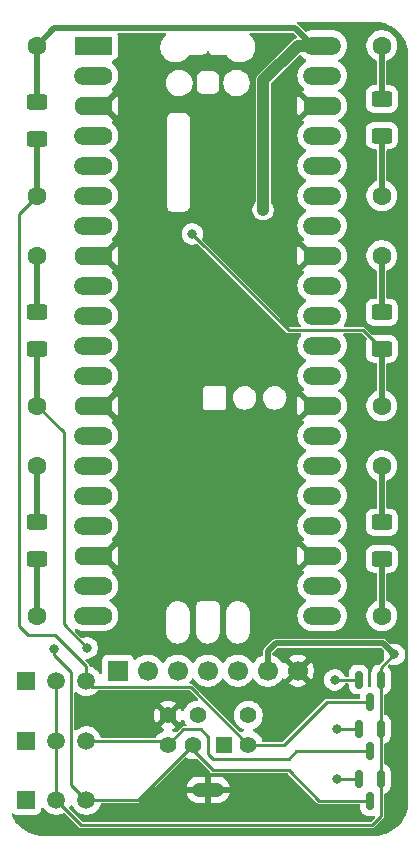
<source format=gbr>
%TF.GenerationSoftware,KiCad,Pcbnew,9.0.6*%
%TF.CreationDate,2025-11-18T00:54:51+10:00*%
%TF.ProjectId,PicoX68Key,5069636f-5836-4384-9b65-792e6b696361,rev?*%
%TF.SameCoordinates,Original*%
%TF.FileFunction,Copper,L1,Top*%
%TF.FilePolarity,Positive*%
%FSLAX46Y46*%
G04 Gerber Fmt 4.6, Leading zero omitted, Abs format (unit mm)*
G04 Created by KiCad (PCBNEW 9.0.6) date 2025-11-18 00:54:51*
%MOMM*%
%LPD*%
G01*
G04 APERTURE LIST*
G04 Aperture macros list*
%AMRoundRect*
0 Rectangle with rounded corners*
0 $1 Rounding radius*
0 $2 $3 $4 $5 $6 $7 $8 $9 X,Y pos of 4 corners*
0 Add a 4 corners polygon primitive as box body*
4,1,4,$2,$3,$4,$5,$6,$7,$8,$9,$2,$3,0*
0 Add four circle primitives for the rounded corners*
1,1,$1+$1,$2,$3*
1,1,$1+$1,$4,$5*
1,1,$1+$1,$6,$7*
1,1,$1+$1,$8,$9*
0 Add four rect primitives between the rounded corners*
20,1,$1+$1,$2,$3,$4,$5,0*
20,1,$1+$1,$4,$5,$6,$7,0*
20,1,$1+$1,$6,$7,$8,$9,0*
20,1,$1+$1,$8,$9,$2,$3,0*%
%AMFreePoly0*
4,1,37,0.000000,0.796148,0.078414,0.796148,0.232228,0.765552,0.377117,0.705537,0.507515,0.618408,0.618408,0.507515,0.705537,0.377117,0.765552,0.232228,0.796148,0.078414,0.796148,-0.078414,0.765552,-0.232228,0.705537,-0.377117,0.618408,-0.507515,0.507515,-0.618408,0.377117,-0.705537,0.232228,-0.765552,0.078414,-0.796148,0.000000,-0.796148,0.000000,-0.800000,-2.200000,-0.800000,
-2.203843,-0.796157,-2.239018,-0.796157,-2.311114,-0.766294,-2.366294,-0.711114,-2.396157,-0.639018,-2.396157,-0.603843,-2.400000,-0.600000,-2.400000,0.600000,-2.396157,0.603843,-2.396157,0.639018,-2.366294,0.711114,-2.311114,0.766294,-2.239018,0.796157,-2.203843,0.796157,-2.200000,0.800000,0.000000,0.800000,0.000000,0.796148,0.000000,0.796148,$1*%
%AMFreePoly1*
4,1,37,0.603843,0.796157,0.639018,0.796157,0.711114,0.766294,0.766294,0.711114,0.796157,0.639018,0.796157,0.603843,0.800000,0.600000,0.800000,-0.600000,0.796157,-0.603843,0.796157,-0.639018,0.766294,-0.711114,0.711114,-0.766294,0.639018,-0.796157,0.603843,-0.796157,0.600000,-0.800000,-1.600000,-0.800000,-1.600000,-0.796148,-1.678414,-0.796148,-1.832228,-0.765552,-1.977117,-0.705537,
-2.107515,-0.618408,-2.218408,-0.507515,-2.305537,-0.377117,-2.365552,-0.232228,-2.396148,-0.078414,-2.396148,0.078414,-2.365552,0.232228,-2.305537,0.377117,-2.218408,0.507515,-2.107515,0.618408,-1.977117,0.705537,-1.832228,0.765552,-1.678414,0.796148,-1.600000,0.796148,-1.600000,0.800000,0.600000,0.800000,0.603843,0.796157,0.603843,0.796157,$1*%
%AMFreePoly2*
4,1,37,0.603843,0.796157,0.639018,0.796157,0.711114,0.766294,0.766294,0.711114,0.796157,0.639018,0.796157,0.603843,0.800000,0.600000,0.800000,-0.600000,0.796157,-0.603843,0.796157,-0.639018,0.766294,-0.711114,0.711114,-0.766294,0.639018,-0.796157,0.603843,-0.796157,0.600000,-0.800000,0.000000,-0.800000,0.000000,-0.796148,-0.078414,-0.796148,-0.232228,-0.765552,-0.377117,-0.705537,
-0.507515,-0.618408,-0.618408,-0.507515,-0.705537,-0.377117,-0.765552,-0.232228,-0.796148,-0.078414,-0.796148,0.078414,-0.765552,0.232228,-0.705537,0.377117,-0.618408,0.507515,-0.507515,0.618408,-0.377117,0.705537,-0.232228,0.765552,-0.078414,0.796148,0.000000,0.796148,0.000000,0.800000,0.600000,0.800000,0.603843,0.796157,0.603843,0.796157,$1*%
%AMFreePoly3*
4,1,37,1.600000,0.796148,1.678414,0.796148,1.832228,0.765552,1.977117,0.705537,2.107515,0.618408,2.218408,0.507515,2.305537,0.377117,2.365552,0.232228,2.396148,0.078414,2.396148,-0.078414,2.365552,-0.232228,2.305537,-0.377117,2.218408,-0.507515,2.107515,-0.618408,1.977117,-0.705537,1.832228,-0.765552,1.678414,-0.796148,1.600000,-0.796148,1.600000,-0.800000,-0.600000,-0.800000,
-0.603843,-0.796157,-0.639018,-0.796157,-0.711114,-0.766294,-0.766294,-0.711114,-0.796157,-0.639018,-0.796157,-0.603843,-0.800000,-0.600000,-0.800000,0.600000,-0.796157,0.603843,-0.796157,0.639018,-0.766294,0.711114,-0.711114,0.766294,-0.639018,0.796157,-0.603843,0.796157,-0.600000,0.800000,1.600000,0.800000,1.600000,0.796148,1.600000,0.796148,$1*%
%AMFreePoly4*
4,1,37,0.000000,0.796148,0.078414,0.796148,0.232228,0.765552,0.377117,0.705537,0.507515,0.618408,0.618408,0.507515,0.705537,0.377117,0.765552,0.232228,0.796148,0.078414,0.796148,-0.078414,0.765552,-0.232228,0.705537,-0.377117,0.618408,-0.507515,0.507515,-0.618408,0.377117,-0.705537,0.232228,-0.765552,0.078414,-0.796148,0.000000,-0.796148,0.000000,-0.800000,-0.600000,-0.800000,
-0.603843,-0.796157,-0.639018,-0.796157,-0.711114,-0.766294,-0.766294,-0.711114,-0.796157,-0.639018,-0.796157,-0.603843,-0.800000,-0.600000,-0.800000,0.600000,-0.796157,0.603843,-0.796157,0.639018,-0.766294,0.711114,-0.711114,0.766294,-0.639018,0.796157,-0.603843,0.796157,-0.600000,0.800000,0.000000,0.800000,0.000000,0.796148,0.000000,0.796148,$1*%
G04 Aperture macros list end*
%TA.AperFunction,ComponentPad*%
%ADD10R,1.500000X1.500000*%
%TD*%
%TA.AperFunction,ComponentPad*%
%ADD11C,1.500000*%
%TD*%
%TA.AperFunction,SMDPad,CuDef*%
%ADD12RoundRect,0.250000X-0.625000X0.400000X-0.625000X-0.400000X0.625000X-0.400000X0.625000X0.400000X0*%
%TD*%
%TA.AperFunction,ComponentPad*%
%ADD13C,1.600000*%
%TD*%
%TA.AperFunction,SMDPad,CuDef*%
%ADD14RoundRect,0.150000X-0.150000X0.587500X-0.150000X-0.587500X0.150000X-0.587500X0.150000X0.587500X0*%
%TD*%
%TA.AperFunction,ComponentPad*%
%ADD15RoundRect,0.200000X-0.600000X-0.600000X0.600000X-0.600000X0.600000X0.600000X-0.600000X0.600000X0*%
%TD*%
%TA.AperFunction,SMDPad,CuDef*%
%ADD16FreePoly0,0.000000*%
%TD*%
%TA.AperFunction,SMDPad,CuDef*%
%ADD17RoundRect,0.800000X-0.800000X-0.000010X0.800000X-0.000010X0.800000X0.000010X-0.800000X0.000010X0*%
%TD*%
%TA.AperFunction,SMDPad,CuDef*%
%ADD18FreePoly1,0.000000*%
%TD*%
%TA.AperFunction,ComponentPad*%
%ADD19FreePoly2,0.000000*%
%TD*%
%TA.AperFunction,SMDPad,CuDef*%
%ADD20FreePoly3,0.000000*%
%TD*%
%TA.AperFunction,ComponentPad*%
%ADD21FreePoly4,0.000000*%
%TD*%
%TA.AperFunction,ComponentPad*%
%ADD22R,1.700000X1.700000*%
%TD*%
%TA.AperFunction,ComponentPad*%
%ADD23C,1.700000*%
%TD*%
%TA.AperFunction,ComponentPad*%
%ADD24R,1.408000X1.408000*%
%TD*%
%TA.AperFunction,ComponentPad*%
%ADD25C,1.408000*%
%TD*%
%TA.AperFunction,ComponentPad*%
%ADD26O,2.730000X1.230000*%
%TD*%
%TA.AperFunction,ViaPad*%
%ADD27C,0.800000*%
%TD*%
%TA.AperFunction,Conductor*%
%ADD28C,1.000000*%
%TD*%
%TA.AperFunction,Conductor*%
%ADD29C,0.500000*%
%TD*%
%TA.AperFunction,Conductor*%
%ADD30C,0.250000*%
%TD*%
G04 APERTURE END LIST*
D10*
%TO.P,Q2,1,S*%
%TO.N,KB_RX_L*%
X68450000Y-141447000D03*
D11*
%TO.P,Q2,2,G*%
%TO.N,3V3*%
X70990000Y-141447000D03*
%TO.P,Q2,3,D*%
%TO.N,KB_RX_H*%
X73530000Y-141447000D03*
%TD*%
D12*
%TO.P,R9,1*%
%TO.N,VBUS*%
X69342000Y-105130000D03*
%TO.P,R9,2*%
%TO.N,KB_RX_H*%
X69342000Y-108230000D03*
%TD*%
D13*
%TO.P,R3,1*%
%TO.N,VBUS*%
X69342000Y-100330000D03*
%TO.P,R3,2*%
%TO.N,KB_RX_H*%
X69342000Y-113030000D03*
%TD*%
%TO.P,R2,1*%
%TO.N,3V3*%
X98552000Y-82550000D03*
%TO.P,R2,2*%
%TO.N,KB_TX_L*%
X98552000Y-95250000D03*
%TD*%
D14*
%TO.P,SQ3,1,G*%
%TO.N,3V3*%
X98480000Y-144620000D03*
%TO.P,SQ3,2,S*%
%TO.N,MS_TX_L*%
X96580000Y-144620000D03*
%TO.P,SQ3,3,D*%
%TO.N,MS_TX_H*%
X97530000Y-146495000D03*
%TD*%
D12*
%TO.P,R8,1*%
%TO.N,3V3*%
X98552000Y-87070000D03*
%TO.P,R8,2*%
%TO.N,KB_TX_L*%
X98552000Y-90170000D03*
%TD*%
D13*
%TO.P,R5,1*%
%TO.N,VBUS*%
X69342000Y-118110000D03*
%TO.P,R5,2*%
%TO.N,MS_TX_H*%
X69342000Y-130810000D03*
%TD*%
D14*
%TO.P,SQ1,1,G*%
%TO.N,3V3*%
X98480000Y-136222500D03*
%TO.P,SQ1,2,S*%
%TO.N,KB_TX_L*%
X96580000Y-136222500D03*
%TO.P,SQ1,3,D*%
%TO.N,KB_TX_H*%
X97530000Y-138097500D03*
%TD*%
D13*
%TO.P,R1,1*%
%TO.N,VBUS*%
X69342000Y-82550000D03*
%TO.P,R1,2*%
%TO.N,KB_TX_H*%
X69342000Y-95250000D03*
%TD*%
D15*
%TO.P,U1,1,GPIO0*%
%TO.N,unconnected-(U1-GPIO0-Pad1)*%
X74930000Y-82550000D03*
D16*
%TO.N,unconnected-(U1-GPIO0-Pad1)_1*%
X74930000Y-82550000D03*
D13*
%TO.P,U1,2,GPIO1*%
%TO.N,unconnected-(U1-GPIO1-Pad2)*%
X74930000Y-85090000D03*
D17*
%TO.N,unconnected-(U1-GPIO1-Pad2)_1*%
X74130000Y-85090000D03*
D18*
%TO.P,U1,3,GND*%
%TO.N,GND*%
X74930000Y-87630000D03*
D19*
X74930000Y-87630000D03*
D13*
%TO.P,U1,4,GPIO2*%
%TO.N,unconnected-(U1-GPIO2-Pad4)*%
X74930000Y-90170000D03*
D17*
%TO.N,unconnected-(U1-GPIO2-Pad4)_1*%
X74130000Y-90170000D03*
D13*
%TO.P,U1,5,GPIO3*%
%TO.N,unconnected-(U1-GPIO3-Pad5)_1*%
X74930000Y-92710000D03*
D17*
%TO.N,unconnected-(U1-GPIO3-Pad5)*%
X74130000Y-92710000D03*
D13*
%TO.P,U1,6,GPIO4*%
%TO.N,KB_TX_L*%
X74930000Y-95250000D03*
D17*
X74130000Y-95250000D03*
D13*
%TO.P,U1,7,GPIO5*%
%TO.N,KB_RX_L*%
X74930000Y-97790000D03*
D17*
X74130000Y-97790000D03*
D18*
%TO.P,U1,8,GND*%
%TO.N,GND*%
X74930000Y-100330000D03*
D19*
X74930000Y-100330000D03*
D13*
%TO.P,U1,9,GPIO6*%
%TO.N,unconnected-(U1-GPIO6-Pad9)*%
X74930000Y-102870000D03*
D17*
%TO.N,unconnected-(U1-GPIO6-Pad9)_1*%
X74130000Y-102870000D03*
D13*
%TO.P,U1,10,GPIO7*%
%TO.N,unconnected-(U1-GPIO7-Pad10)_1*%
X74930000Y-105410000D03*
D17*
%TO.N,unconnected-(U1-GPIO7-Pad10)*%
X74130000Y-105410000D03*
D13*
%TO.P,U1,11,GPIO8*%
%TO.N,unconnected-(U1-GPIO8-Pad11)*%
X74930000Y-107950000D03*
D17*
%TO.N,unconnected-(U1-GPIO8-Pad11)_1*%
X74130000Y-107950000D03*
D13*
%TO.P,U1,12,GPIO9*%
%TO.N,unconnected-(U1-GPIO9-Pad12)*%
X74930000Y-110490000D03*
D17*
%TO.N,unconnected-(U1-GPIO9-Pad12)_1*%
X74130000Y-110490000D03*
D18*
%TO.P,U1,13,GND*%
%TO.N,GND*%
X74930000Y-113030000D03*
D19*
X74930000Y-113030000D03*
D13*
%TO.P,U1,14,GPIO10*%
%TO.N,unconnected-(U1-GPIO10-Pad14)*%
X74930000Y-115570000D03*
D17*
%TO.N,unconnected-(U1-GPIO10-Pad14)_1*%
X74130000Y-115570000D03*
D13*
%TO.P,U1,15,GPIO11*%
%TO.N,unconnected-(U1-GPIO11-Pad15)*%
X74930000Y-118110000D03*
D17*
%TO.N,unconnected-(U1-GPIO11-Pad15)_1*%
X74130000Y-118110000D03*
D13*
%TO.P,U1,16,GPIO12*%
%TO.N,MS_TX_L*%
X74930000Y-120650000D03*
D17*
X74130000Y-120650000D03*
D13*
%TO.P,U1,17,GPIO13*%
%TO.N,unconnected-(U1-GPIO13-Pad17)_1*%
X74930000Y-123190000D03*
D17*
%TO.N,unconnected-(U1-GPIO13-Pad17)*%
X74130000Y-123190000D03*
D18*
%TO.P,U1,18,GND*%
%TO.N,GND*%
X74930000Y-125730000D03*
D19*
X74930000Y-125730000D03*
D13*
%TO.P,U1,19,GPIO14*%
%TO.N,unconnected-(U1-GPIO14-Pad19)*%
X74930000Y-128270000D03*
D17*
%TO.N,unconnected-(U1-GPIO14-Pad19)_1*%
X74130000Y-128270000D03*
D13*
%TO.P,U1,20,GPIO15*%
%TO.N,unconnected-(U1-GPIO15-Pad20)_1*%
X74930000Y-130810000D03*
D17*
%TO.N,unconnected-(U1-GPIO15-Pad20)*%
X74130000Y-130810000D03*
D13*
%TO.P,U1,21,GPIO16*%
%TO.N,unconnected-(U1-GPIO16-Pad21)_1*%
X92710000Y-130810000D03*
D17*
%TO.N,unconnected-(U1-GPIO16-Pad21)*%
X93510000Y-130810000D03*
D13*
%TO.P,U1,22,GPIO17*%
%TO.N,CS*%
X92710000Y-128270000D03*
D17*
X93510000Y-128270000D03*
D20*
%TO.P,U1,23,GND*%
%TO.N,GND*%
X92710000Y-125730000D03*
D21*
X92710000Y-125730000D03*
D13*
%TO.P,U1,24,GPIO18*%
%TO.N,SCL*%
X92710000Y-123190000D03*
D17*
X93510000Y-123190000D03*
D13*
%TO.P,U1,25,GPIO19*%
%TO.N,MOSI*%
X92710000Y-120650000D03*
D17*
X93510000Y-120650000D03*
D13*
%TO.P,U1,26,GPIO20*%
%TO.N,unconnected-(U1-GPIO20-Pad26)*%
X92710000Y-118110000D03*
D17*
%TO.N,unconnected-(U1-GPIO20-Pad26)_1*%
X93510000Y-118110000D03*
D13*
%TO.P,U1,27,GPIO21*%
%TO.N,unconnected-(U1-GPIO21-Pad27)*%
X92710000Y-115570000D03*
D17*
%TO.N,unconnected-(U1-GPIO21-Pad27)_1*%
X93510000Y-115570000D03*
D20*
%TO.P,U1,28,GND*%
%TO.N,GND*%
X92710000Y-113030000D03*
D21*
X92710000Y-113030000D03*
D13*
%TO.P,U1,29,GPIO22*%
%TO.N,unconnected-(U1-GPIO22-Pad29)*%
X92710000Y-110490000D03*
D17*
%TO.N,unconnected-(U1-GPIO22-Pad29)_1*%
X93510000Y-110490000D03*
D13*
%TO.P,U1,30,RUN*%
%TO.N,unconnected-(U1-RUN-Pad30)_1*%
X92710000Y-107950000D03*
D17*
%TO.N,unconnected-(U1-RUN-Pad30)*%
X93510000Y-107950000D03*
D13*
%TO.P,U1,31,GPIO26_ADC0*%
%TO.N,unconnected-(U1-GPIO26_ADC0-Pad31)_1*%
X92710000Y-105410000D03*
D17*
%TO.N,unconnected-(U1-GPIO26_ADC0-Pad31)*%
X93510000Y-105410000D03*
D13*
%TO.P,U1,32,GPIO27_ADC1*%
%TO.N,unconnected-(U1-GPIO27_ADC1-Pad32)*%
X92710000Y-102870000D03*
D17*
%TO.N,unconnected-(U1-GPIO27_ADC1-Pad32)_1*%
X93510000Y-102870000D03*
D20*
%TO.P,U1,33,AGND*%
%TO.N,GND*%
X92710000Y-100330000D03*
D21*
X92710000Y-100330000D03*
D13*
%TO.P,U1,34,GPIO28_ADC2*%
%TO.N,unconnected-(U1-GPIO28_ADC2-Pad34)_1*%
X92710000Y-97790000D03*
D17*
%TO.N,unconnected-(U1-GPIO28_ADC2-Pad34)*%
X93510000Y-97790000D03*
D13*
%TO.P,U1,35,ADC_VREF*%
%TO.N,unconnected-(U1-ADC_VREF-Pad35)_1*%
X92710000Y-95250000D03*
D17*
%TO.N,unconnected-(U1-ADC_VREF-Pad35)*%
X93510000Y-95250000D03*
D13*
%TO.P,U1,36,3V3*%
%TO.N,3V3*%
X92710000Y-92710000D03*
D17*
X93510000Y-92710000D03*
D13*
%TO.P,U1,37,3V3_EN*%
%TO.N,unconnected-(U1-3V3_EN-Pad37)*%
X92710000Y-90170000D03*
D17*
%TO.N,unconnected-(U1-3V3_EN-Pad37)_1*%
X93510000Y-90170000D03*
D20*
%TO.P,U1,38,GND*%
%TO.N,GND*%
X92710000Y-87630000D03*
D21*
X92710000Y-87630000D03*
D13*
%TO.P,U1,39,VSYS*%
%TO.N,unconnected-(U1-VSYS-Pad39)*%
X92710000Y-85090000D03*
D17*
%TO.N,unconnected-(U1-VSYS-Pad39)_1*%
X93510000Y-85090000D03*
D13*
%TO.P,U1,40,VBUS*%
%TO.N,VBUS*%
X92710000Y-82550000D03*
D17*
X93510000Y-82550000D03*
%TD*%
D14*
%TO.P,SQ2,1,G*%
%TO.N,3V3*%
X98480000Y-140413500D03*
%TO.P,SQ2,2,S*%
%TO.N,KB_RX_L*%
X96580000Y-140413500D03*
%TO.P,SQ2,3,D*%
%TO.N,KB_RX_H*%
X97530000Y-142288500D03*
%TD*%
D10*
%TO.P,Q3,1,S*%
%TO.N,MS_TX_L*%
X68450000Y-146421000D03*
D11*
%TO.P,Q3,2,G*%
%TO.N,3V3*%
X70990000Y-146421000D03*
%TO.P,Q3,3,D*%
%TO.N,MS_TX_H*%
X73530000Y-146421000D03*
%TD*%
D12*
%TO.P,R11,1*%
%TO.N,VBUS*%
X69342000Y-122910000D03*
%TO.P,R11,2*%
%TO.N,MS_TX_H*%
X69342000Y-126010000D03*
%TD*%
%TO.P,R12,1*%
%TO.N,3V3*%
X98552000Y-122910000D03*
%TO.P,R12,2*%
%TO.N,MS_TX_L*%
X98552000Y-126010000D03*
%TD*%
D22*
%TO.P,J1,1,Pin_1*%
%TO.N,VBUS*%
X76200000Y-135475000D03*
D23*
%TO.P,J1,2,Pin_2*%
%TO.N,MOSI*%
X78740000Y-135475000D03*
%TO.P,J1,3,Pin_3*%
%TO.N,SCL*%
X81280000Y-135475000D03*
%TO.P,J1,4,Pin_4*%
%TO.N,CS*%
X83820000Y-135475000D03*
%TO.P,J1,5,Pin_5*%
%TO.N,unconnected-(J1-Pin_5-Pad5)*%
X86360000Y-135475000D03*
%TO.P,J1,6,Pin_6*%
%TO.N,3V3*%
X88900000Y-135475000D03*
%TO.P,J1,7,Pin_7*%
%TO.N,GND*%
X91440000Y-135475000D03*
%TD*%
D12*
%TO.P,R7,1*%
%TO.N,VBUS*%
X69342000Y-87350000D03*
%TO.P,R7,2*%
%TO.N,KB_TX_H*%
X69342000Y-90450000D03*
%TD*%
D13*
%TO.P,R6,1*%
%TO.N,3V3*%
X98552000Y-118110000D03*
%TO.P,R6,2*%
%TO.N,MS_TX_L*%
X98552000Y-130810000D03*
%TD*%
%TO.P,R4,1*%
%TO.N,3V3*%
X98552000Y-100330000D03*
%TO.P,R4,2*%
%TO.N,KB_RX_L*%
X98552000Y-113030000D03*
%TD*%
D12*
%TO.P,R10,1*%
%TO.N,3V3*%
X98552000Y-105130000D03*
%TO.P,R10,2*%
%TO.N,KB_RX_L*%
X98552000Y-108230000D03*
%TD*%
D24*
%TO.P,J2,1,1*%
%TO.N,VBUS*%
X85150000Y-141750000D03*
D25*
%TO.P,J2,2,2*%
%TO.N,MS_TX_H*%
X82550000Y-141750000D03*
%TO.P,J2,3,3*%
%TO.N,KB_TX_H*%
X87250000Y-141750000D03*
%TO.P,J2,4,4*%
%TO.N,KB_RX_H*%
X80450000Y-141750000D03*
%TO.P,J2,5,5*%
%TO.N,unconnected-(J2-Pad5)*%
X87250000Y-139250000D03*
%TO.P,J2,6,6*%
%TO.N,unconnected-(J2-Pad6)*%
X82950000Y-139250000D03*
%TO.P,J2,7,7*%
%TO.N,GND*%
X80450000Y-139250000D03*
D26*
%TO.P,J2,S1,SHIELD*%
X83850000Y-145550000D03*
%TD*%
D10*
%TO.P,Q1,1,S*%
%TO.N,KB_TX_L*%
X68450000Y-136350000D03*
D11*
%TO.P,Q1,2,G*%
%TO.N,3V3*%
X70990000Y-136350000D03*
%TO.P,Q1,3,D*%
%TO.N,KB_TX_H*%
X73530000Y-136350000D03*
%TD*%
D27*
%TO.N,VBUS*%
X88500000Y-96450000D03*
%TO.N,MS_TX_H*%
X70800000Y-133600000D03*
%TO.N,KB_RX_H*%
X73600000Y-133550000D03*
%TO.N,KB_TX_L*%
X94550000Y-136250000D03*
%TO.N,3V3*%
X99600000Y-134100000D03*
%TO.N,KB_RX_L*%
X94750000Y-140400000D03*
X82500000Y-98500000D03*
%TO.N,MS_TX_L*%
X94750000Y-144650000D03*
%TD*%
D28*
%TO.N,VBUS*%
X88500000Y-85500000D02*
X91450000Y-82550000D01*
X91450000Y-82550000D02*
X92710000Y-82550000D01*
D29*
X69342000Y-82550000D02*
X70817000Y-81075000D01*
D28*
X88500000Y-91500000D02*
X88500000Y-85500000D01*
D29*
X69342000Y-118110000D02*
X69342000Y-122910000D01*
X70817000Y-81075000D02*
X91235000Y-81075000D01*
X69342000Y-82550000D02*
X69342000Y-87350000D01*
X69342000Y-100330000D02*
X69342000Y-105130000D01*
X91235000Y-81075000D02*
X92710000Y-82550000D01*
D28*
X88500000Y-91500000D02*
X88500000Y-96450000D01*
D30*
%TO.N,MS_TX_H*%
X93245000Y-146495000D02*
X90650000Y-143900000D01*
X97530000Y-146495000D02*
X93245000Y-146495000D01*
X84250000Y-143900000D02*
X82550000Y-142200000D01*
X90650000Y-143900000D02*
X84250000Y-143900000D01*
X70800000Y-134150000D02*
X72250000Y-135600000D01*
X77879000Y-146421000D02*
X82550000Y-141750000D01*
D29*
X69342000Y-126010000D02*
X69342000Y-130810000D01*
D30*
X73530000Y-146421000D02*
X77879000Y-146421000D01*
X70800000Y-134150000D02*
X70800000Y-133600000D01*
X82550000Y-142200000D02*
X82550000Y-141750000D01*
X72250000Y-145141000D02*
X73530000Y-146421000D01*
X72250000Y-135600000D02*
X72250000Y-145141000D01*
%TO.N,KB_TX_H*%
X90250000Y-141750000D02*
X93902500Y-138097500D01*
X82350000Y-136850000D02*
X74030000Y-136850000D01*
X70900000Y-132450000D02*
X73530000Y-135080000D01*
X87250000Y-141750000D02*
X82350000Y-136850000D01*
X67800000Y-131650000D02*
X68600000Y-132450000D01*
X74030000Y-136850000D02*
X73530000Y-136350000D01*
D29*
X69342000Y-90450000D02*
X69342000Y-95250000D01*
D30*
X67800000Y-96792000D02*
X67800000Y-131650000D01*
X87250000Y-141750000D02*
X90250000Y-141750000D01*
X73530000Y-135080000D02*
X73530000Y-136350000D01*
X93902500Y-138097500D02*
X97530000Y-138097500D01*
X68600000Y-132450000D02*
X70900000Y-132450000D01*
X69342000Y-95250000D02*
X67800000Y-96792000D01*
%TO.N,KB_RX_H*%
X71600000Y-115288000D02*
X71600000Y-131550000D01*
D29*
X69342000Y-108230000D02*
X69342000Y-113030000D01*
D30*
X71600000Y-131550000D02*
X73600000Y-133550000D01*
X91311500Y-142288500D02*
X97530000Y-142288500D01*
X83850000Y-142550000D02*
X84250000Y-142950000D01*
X80147000Y-141447000D02*
X80450000Y-141750000D01*
X83200000Y-140450000D02*
X83850000Y-141100000D01*
X80450000Y-141750000D02*
X81750000Y-140450000D01*
X90650000Y-142950000D02*
X91311500Y-142288500D01*
X73530000Y-141447000D02*
X80147000Y-141447000D01*
X69342000Y-113030000D02*
X71600000Y-115288000D01*
X83850000Y-141100000D02*
X83850000Y-142550000D01*
X81750000Y-140450000D02*
X83200000Y-140450000D01*
X84250000Y-142950000D02*
X90650000Y-142950000D01*
%TO.N,KB_TX_L*%
X94550000Y-136250000D02*
X96552500Y-136250000D01*
X96552500Y-136250000D02*
X96580000Y-136222500D01*
D29*
X98552000Y-90170000D02*
X98552000Y-95250000D01*
%TO.N,3V3*%
X98552000Y-82550000D02*
X98552000Y-87070000D01*
X88900000Y-133800000D02*
X88900000Y-135475000D01*
D30*
X98480000Y-140413500D02*
X98480000Y-144620000D01*
X99600000Y-134100000D02*
X98480000Y-135220000D01*
D29*
X98650000Y-133150000D02*
X89550000Y-133150000D01*
D30*
X70990000Y-146421000D02*
X70990000Y-141447000D01*
D29*
X89550000Y-133150000D02*
X88900000Y-133800000D01*
X98552000Y-100330000D02*
X98552000Y-105130000D01*
X99600000Y-134100000D02*
X98650000Y-133150000D01*
D30*
X70990000Y-141447000D02*
X70990000Y-136350000D01*
X97750000Y-148500000D02*
X73069000Y-148500000D01*
D29*
X98552000Y-118110000D02*
X98552000Y-122910000D01*
D30*
X98480000Y-147770000D02*
X97750000Y-148500000D01*
X98480000Y-136222500D02*
X98480000Y-140413500D01*
X73069000Y-148500000D02*
X70990000Y-146421000D01*
X98480000Y-144620000D02*
X98480000Y-147770000D01*
X98480000Y-135220000D02*
X98480000Y-136222500D01*
D29*
%TO.N,KB_RX_L*%
X98552000Y-108230000D02*
X98552000Y-113030000D01*
D30*
X96972000Y-106650000D02*
X98552000Y-108230000D01*
X94750000Y-140400000D02*
X96566500Y-140400000D01*
X90650000Y-106650000D02*
X96972000Y-106650000D01*
X96566500Y-140400000D02*
X96580000Y-140413500D01*
X82500000Y-98500000D02*
X90650000Y-106650000D01*
%TO.N,MS_TX_L*%
X94750000Y-144650000D02*
X96550000Y-144650000D01*
D29*
X98552000Y-126010000D02*
X98552000Y-130810000D01*
D30*
X96550000Y-144650000D02*
X96580000Y-144620000D01*
%TD*%
%TA.AperFunction,Conductor*%
%TO.N,GND*%
G36*
X97841243Y-80518669D02*
G01*
X98118182Y-80533184D01*
X98125575Y-80533794D01*
X98187875Y-80540813D01*
X98193353Y-80541555D01*
X98435128Y-80579848D01*
X98443289Y-80581423D01*
X98498830Y-80594100D01*
X98503181Y-80595179D01*
X98746157Y-80660284D01*
X98754999Y-80663013D01*
X98797629Y-80677930D01*
X98801079Y-80679195D01*
X99047378Y-80773739D01*
X99056711Y-80777770D01*
X99077307Y-80787689D01*
X99079754Y-80788900D01*
X99331968Y-80917411D01*
X99343203Y-80923898D01*
X99595608Y-81087812D01*
X99606109Y-81095441D01*
X99804947Y-81256457D01*
X99840010Y-81284850D01*
X99849655Y-81293535D01*
X100062464Y-81506344D01*
X100071149Y-81515989D01*
X100260558Y-81749890D01*
X100268187Y-81760391D01*
X100432101Y-82012796D01*
X100438591Y-82024036D01*
X100567075Y-82276199D01*
X100568309Y-82278691D01*
X100578223Y-82299277D01*
X100582268Y-82308643D01*
X100676791Y-82554887D01*
X100678068Y-82558369D01*
X100692985Y-82600999D01*
X100695719Y-82609860D01*
X100760806Y-82852766D01*
X100761919Y-82857257D01*
X100761922Y-82857268D01*
X100761923Y-82857270D01*
X100774569Y-82912681D01*
X100776150Y-82920872D01*
X100798473Y-83061804D01*
X100800000Y-83081203D01*
X100800000Y-146915795D01*
X100798473Y-146935194D01*
X100776150Y-147076126D01*
X100774569Y-147084317D01*
X100761923Y-147139728D01*
X100760806Y-147144232D01*
X100695719Y-147387138D01*
X100692985Y-147395999D01*
X100678068Y-147438629D01*
X100676791Y-147442111D01*
X100582268Y-147688355D01*
X100578223Y-147697721D01*
X100568309Y-147718307D01*
X100567075Y-147720799D01*
X100438591Y-147972964D01*
X100432105Y-147984197D01*
X100346881Y-148115432D01*
X100268187Y-148236609D01*
X100260558Y-148247109D01*
X100071149Y-148481010D01*
X100062464Y-148490655D01*
X99849655Y-148703464D01*
X99840010Y-148712149D01*
X99606109Y-148901558D01*
X99595609Y-148909187D01*
X99343197Y-149073105D01*
X99331964Y-149079591D01*
X99079799Y-149208075D01*
X99077307Y-149209309D01*
X99056721Y-149219223D01*
X99047355Y-149223268D01*
X98801111Y-149317791D01*
X98797629Y-149319068D01*
X98754999Y-149333985D01*
X98746138Y-149336719D01*
X98503232Y-149401806D01*
X98498729Y-149402923D01*
X98443319Y-149415569D01*
X98435126Y-149417150D01*
X98193371Y-149455440D01*
X98187856Y-149456187D01*
X98125574Y-149463204D01*
X98118182Y-149463814D01*
X97841244Y-149478330D01*
X97834753Y-149478500D01*
X69932246Y-149478500D01*
X69925757Y-149478330D01*
X69915676Y-149477801D01*
X69648816Y-149463814D01*
X69641424Y-149463204D01*
X69579142Y-149456187D01*
X69573627Y-149455440D01*
X69331872Y-149417150D01*
X69323679Y-149415569D01*
X69295044Y-149409033D01*
X69268245Y-149402917D01*
X69263766Y-149401806D01*
X69020860Y-149336719D01*
X69011999Y-149333985D01*
X68969369Y-149319068D01*
X68965887Y-149317791D01*
X68719643Y-149223268D01*
X68710277Y-149219223D01*
X68689691Y-149209309D01*
X68687199Y-149208075D01*
X68435036Y-149079591D01*
X68423796Y-149073101D01*
X68171391Y-148909187D01*
X68160890Y-148901558D01*
X67926989Y-148712149D01*
X67917344Y-148703464D01*
X67704535Y-148490655D01*
X67695850Y-148481010D01*
X67506441Y-148247109D01*
X67498812Y-148236608D01*
X67493102Y-148227815D01*
X67334896Y-147984199D01*
X67328408Y-147972963D01*
X67305308Y-147927627D01*
X67203992Y-147728784D01*
X67191097Y-147660118D01*
X67217373Y-147595378D01*
X67274479Y-147555120D01*
X67344285Y-147552128D01*
X67388788Y-147573224D01*
X67453796Y-147621889D01*
X67590799Y-147672989D01*
X67618050Y-147675918D01*
X67651345Y-147679499D01*
X67651362Y-147679500D01*
X69248638Y-147679500D01*
X69248654Y-147679499D01*
X69275692Y-147676591D01*
X69309201Y-147672989D01*
X69446204Y-147621889D01*
X69563261Y-147534261D01*
X69650889Y-147417204D01*
X69701989Y-147280201D01*
X69705591Y-147246692D01*
X69708499Y-147219654D01*
X69708500Y-147219637D01*
X69708500Y-147179888D01*
X69728185Y-147112849D01*
X69780989Y-147067094D01*
X69850147Y-147057150D01*
X69913703Y-147086175D01*
X69932816Y-147107000D01*
X70030070Y-147240858D01*
X70170142Y-147380930D01*
X70330402Y-147497366D01*
X70402810Y-147534260D01*
X70506898Y-147587296D01*
X70506900Y-147587296D01*
X70506903Y-147587298D01*
X70567395Y-147606953D01*
X70695299Y-147648512D01*
X70890949Y-147679500D01*
X70890954Y-147679500D01*
X71089051Y-147679500D01*
X71284700Y-147648512D01*
X71473097Y-147587298D01*
X71608862Y-147518121D01*
X71677530Y-147505226D01*
X71742270Y-147531502D01*
X71752837Y-147540926D01*
X72925970Y-148714059D01*
X73018775Y-148752500D01*
X73018777Y-148752500D01*
X97800223Y-148752500D01*
X97800225Y-148752500D01*
X97893030Y-148714059D01*
X98694059Y-147913030D01*
X98732500Y-147820225D01*
X98732500Y-147719775D01*
X98732500Y-145956550D01*
X98752185Y-145889511D01*
X98804989Y-145843756D01*
X98821892Y-145837478D01*
X98893601Y-145816645D01*
X99036807Y-145731953D01*
X99154453Y-145614307D01*
X99239145Y-145471101D01*
X99275887Y-145344634D01*
X99285561Y-145311335D01*
X99285562Y-145311329D01*
X99287327Y-145288902D01*
X99288500Y-145274002D01*
X99288500Y-143965998D01*
X99285562Y-143928669D01*
X99261225Y-143844901D01*
X99239146Y-143768903D01*
X99239145Y-143768899D01*
X99154453Y-143625693D01*
X99154451Y-143625691D01*
X99154448Y-143625687D01*
X99036812Y-143508051D01*
X99036803Y-143508044D01*
X98893601Y-143423355D01*
X98893596Y-143423353D01*
X98821905Y-143402525D01*
X98763019Y-143364919D01*
X98733813Y-143301446D01*
X98732500Y-143283449D01*
X98732500Y-141750050D01*
X98752185Y-141683011D01*
X98804989Y-141637256D01*
X98821892Y-141630978D01*
X98893601Y-141610145D01*
X99036807Y-141525453D01*
X99154453Y-141407807D01*
X99239145Y-141264601D01*
X99280571Y-141122011D01*
X99285561Y-141104835D01*
X99285562Y-141104829D01*
X99286826Y-141088769D01*
X99288500Y-141067502D01*
X99288500Y-139759498D01*
X99285562Y-139722169D01*
X99283606Y-139715438D01*
X99239146Y-139562403D01*
X99239146Y-139562402D01*
X99239145Y-139562399D01*
X99176694Y-139456800D01*
X99154455Y-139419196D01*
X99154448Y-139419187D01*
X99036812Y-139301551D01*
X99036803Y-139301544D01*
X98893601Y-139216855D01*
X98893596Y-139216853D01*
X98821905Y-139196025D01*
X98763019Y-139158419D01*
X98733813Y-139094946D01*
X98732500Y-139076949D01*
X98732500Y-137559050D01*
X98752185Y-137492011D01*
X98804989Y-137446256D01*
X98821892Y-137439978D01*
X98893601Y-137419145D01*
X99036807Y-137334453D01*
X99154453Y-137216807D01*
X99239145Y-137073601D01*
X99285562Y-136913831D01*
X99288500Y-136876502D01*
X99288500Y-135568498D01*
X99285562Y-135531169D01*
X99273832Y-135490795D01*
X99243370Y-135385941D01*
X99239145Y-135371399D01*
X99154453Y-135228193D01*
X99154451Y-135228191D01*
X99154448Y-135228187D01*
X99079355Y-135153094D01*
X99075016Y-135145148D01*
X99067769Y-135139723D01*
X99058534Y-135114963D01*
X99045870Y-135091771D01*
X99046515Y-135082741D01*
X99043352Y-135074259D01*
X99048968Y-135048438D01*
X99050854Y-135022079D01*
X99056672Y-135013025D01*
X99058204Y-135005986D01*
X99079352Y-134977735D01*
X99098578Y-134958509D01*
X99159899Y-134925026D01*
X99229591Y-134930010D01*
X99233712Y-134931631D01*
X99335000Y-134973587D01*
X99497882Y-135005986D01*
X99510516Y-135008499D01*
X99510520Y-135008500D01*
X99510521Y-135008500D01*
X99689480Y-135008500D01*
X99689481Y-135008499D01*
X99865000Y-134973587D01*
X100030336Y-134905102D01*
X100179135Y-134805678D01*
X100305678Y-134679135D01*
X100405102Y-134530336D01*
X100473587Y-134365000D01*
X100508500Y-134189479D01*
X100508500Y-134010521D01*
X100473587Y-133835000D01*
X100405102Y-133669664D01*
X100405100Y-133669661D01*
X100405098Y-133669657D01*
X100305678Y-133520865D01*
X100305675Y-133520861D01*
X100179138Y-133394324D01*
X100179134Y-133394321D01*
X100030342Y-133294901D01*
X100030332Y-133294896D01*
X99865000Y-133226413D01*
X99864992Y-133226411D01*
X99689483Y-133191500D01*
X99689479Y-133191500D01*
X99510521Y-133191500D01*
X99510516Y-133191500D01*
X99337680Y-133225879D01*
X99268088Y-133219652D01*
X99225808Y-133191943D01*
X98881792Y-132847927D01*
X98881790Y-132847925D01*
X98795710Y-132798226D01*
X98699699Y-132772500D01*
X89599699Y-132772500D01*
X89500301Y-132772500D01*
X89404289Y-132798226D01*
X89318210Y-132847925D01*
X89318207Y-132847927D01*
X88597927Y-133568207D01*
X88597925Y-133568210D01*
X88548225Y-133654291D01*
X88548225Y-133654294D01*
X88522500Y-133750301D01*
X88522500Y-134079154D01*
X88502815Y-134146193D01*
X88450011Y-134191948D01*
X88436820Y-134197083D01*
X88378523Y-134216026D01*
X88378514Y-134216029D01*
X88187990Y-134313106D01*
X88014993Y-134438796D01*
X87863796Y-134589993D01*
X87738105Y-134762991D01*
X87735727Y-134766873D01*
X87683914Y-134813748D01*
X87614984Y-134825169D01*
X87550822Y-134797512D01*
X87524273Y-134766873D01*
X87521894Y-134762991D01*
X87460968Y-134679134D01*
X87396206Y-134589996D01*
X87245004Y-134438794D01*
X87072009Y-134313106D01*
X87057425Y-134305675D01*
X86881483Y-134216027D01*
X86881480Y-134216026D01*
X86678117Y-134149951D01*
X86572516Y-134133225D01*
X86466916Y-134116500D01*
X86253084Y-134116500D01*
X86182684Y-134127650D01*
X86041882Y-134149951D01*
X85838519Y-134216026D01*
X85838516Y-134216027D01*
X85647990Y-134313106D01*
X85474993Y-134438796D01*
X85323796Y-134589993D01*
X85198105Y-134762991D01*
X85195727Y-134766873D01*
X85143914Y-134813748D01*
X85074984Y-134825169D01*
X85010822Y-134797512D01*
X84984273Y-134766873D01*
X84981894Y-134762991D01*
X84920968Y-134679134D01*
X84856206Y-134589996D01*
X84705004Y-134438794D01*
X84532009Y-134313106D01*
X84517425Y-134305675D01*
X84341483Y-134216027D01*
X84341480Y-134216026D01*
X84138117Y-134149951D01*
X84032516Y-134133225D01*
X83926916Y-134116500D01*
X83713084Y-134116500D01*
X83642684Y-134127650D01*
X83501882Y-134149951D01*
X83298519Y-134216026D01*
X83298516Y-134216027D01*
X83107990Y-134313106D01*
X82934993Y-134438796D01*
X82783796Y-134589993D01*
X82658105Y-134762991D01*
X82655727Y-134766873D01*
X82603914Y-134813748D01*
X82534984Y-134825169D01*
X82470822Y-134797512D01*
X82444273Y-134766873D01*
X82441894Y-134762991D01*
X82380968Y-134679134D01*
X82316206Y-134589996D01*
X82165004Y-134438794D01*
X81992009Y-134313106D01*
X81977425Y-134305675D01*
X81801483Y-134216027D01*
X81801480Y-134216026D01*
X81598117Y-134149951D01*
X81492516Y-134133225D01*
X81386916Y-134116500D01*
X81173084Y-134116500D01*
X81102684Y-134127650D01*
X80961882Y-134149951D01*
X80758519Y-134216026D01*
X80758516Y-134216027D01*
X80567990Y-134313106D01*
X80394993Y-134438796D01*
X80243796Y-134589993D01*
X80118105Y-134762991D01*
X80115727Y-134766873D01*
X80063914Y-134813748D01*
X79994984Y-134825169D01*
X79930822Y-134797512D01*
X79904273Y-134766873D01*
X79901894Y-134762991D01*
X79840968Y-134679134D01*
X79776206Y-134589996D01*
X79625004Y-134438794D01*
X79452009Y-134313106D01*
X79437425Y-134305675D01*
X79261483Y-134216027D01*
X79261480Y-134216026D01*
X79058117Y-134149951D01*
X78952516Y-134133225D01*
X78846916Y-134116500D01*
X78633084Y-134116500D01*
X78562684Y-134127650D01*
X78421882Y-134149951D01*
X78218519Y-134216026D01*
X78218516Y-134216027D01*
X78027990Y-134313106D01*
X77854997Y-134438793D01*
X77749818Y-134543972D01*
X77688495Y-134577456D01*
X77618803Y-134572472D01*
X77562870Y-134530600D01*
X77545958Y-134499629D01*
X77500889Y-134378796D01*
X77490561Y-134365000D01*
X77438555Y-134295528D01*
X77413261Y-134261739D01*
X77296204Y-134174111D01*
X77283158Y-134169245D01*
X77159203Y-134123011D01*
X77098654Y-134116500D01*
X77098638Y-134116500D01*
X75301362Y-134116500D01*
X75301345Y-134116500D01*
X75240797Y-134123011D01*
X75240795Y-134123011D01*
X75103795Y-134174111D01*
X74986739Y-134261739D01*
X74899111Y-134378795D01*
X74848011Y-134515795D01*
X74848011Y-134515797D01*
X74841500Y-134576345D01*
X74841500Y-135635380D01*
X74821815Y-135702419D01*
X74769011Y-135748174D01*
X74699853Y-135758118D01*
X74636297Y-135729093D01*
X74609150Y-135694407D01*
X74608911Y-135694554D01*
X74607630Y-135692464D01*
X74607019Y-135691683D01*
X74606778Y-135691212D01*
X74606366Y-135690402D01*
X74489930Y-135530142D01*
X74349858Y-135390070D01*
X74189598Y-135273634D01*
X74189594Y-135273632D01*
X74013101Y-135183703D01*
X73894440Y-135145148D01*
X73868180Y-135136615D01*
X73810506Y-135097178D01*
X73786912Y-135041348D01*
X73784882Y-135041752D01*
X73782500Y-135029778D01*
X73782500Y-135029775D01*
X73744059Y-134936970D01*
X73673030Y-134865941D01*
X73477270Y-134670181D01*
X73443785Y-134608858D01*
X73448769Y-134539166D01*
X73490641Y-134483233D01*
X73556105Y-134458816D01*
X73564951Y-134458500D01*
X73689480Y-134458500D01*
X73689481Y-134458499D01*
X73865000Y-134423587D01*
X74030336Y-134355102D01*
X74179135Y-134255678D01*
X74305678Y-134129135D01*
X74405102Y-133980336D01*
X74473587Y-133815000D01*
X74508500Y-133639479D01*
X74508500Y-133460521D01*
X74473587Y-133285000D01*
X74405102Y-133119664D01*
X74405100Y-133119661D01*
X74405098Y-133119657D01*
X74305678Y-132970865D01*
X74305675Y-132970861D01*
X74179138Y-132844324D01*
X74179134Y-132844321D01*
X74030342Y-132744901D01*
X74030332Y-132744896D01*
X73865000Y-132676413D01*
X73864992Y-132676411D01*
X73689483Y-132641500D01*
X73689479Y-132641500D01*
X73510521Y-132641500D01*
X73510516Y-132641500D01*
X73335007Y-132676411D01*
X73334995Y-132676414D01*
X73233710Y-132718368D01*
X73164241Y-132725837D01*
X73101762Y-132694562D01*
X73098577Y-132691488D01*
X72573468Y-132166379D01*
X72539983Y-132105056D01*
X72544967Y-132035364D01*
X72586839Y-131979431D01*
X72652303Y-131955014D01*
X72713552Y-131966315D01*
X72880757Y-132044284D01*
X73101913Y-132103543D01*
X73272873Y-132118500D01*
X74821883Y-132118499D01*
X74821909Y-132118500D01*
X74827019Y-132118500D01*
X75032979Y-132118500D01*
X75032981Y-132118500D01*
X75089571Y-132109536D01*
X75158087Y-132103543D01*
X75202426Y-132091662D01*
X75236408Y-132086280D01*
X75298725Y-132066030D01*
X75304846Y-132064217D01*
X75379243Y-132044284D01*
X75410462Y-132029726D01*
X75432290Y-132022634D01*
X75503687Y-131986254D01*
X75586749Y-131947523D01*
X75605577Y-131934339D01*
X75615803Y-131929129D01*
X75689860Y-131875323D01*
X75774300Y-131816198D01*
X75936198Y-131654300D01*
X75995323Y-131569860D01*
X76049129Y-131495803D01*
X76054339Y-131485577D01*
X76067523Y-131466749D01*
X76106254Y-131383687D01*
X76142634Y-131312290D01*
X76149726Y-131290462D01*
X76164284Y-131259243D01*
X76185044Y-131181762D01*
X76206280Y-131116408D01*
X76211662Y-131082426D01*
X76223543Y-131038087D01*
X76229159Y-130973878D01*
X76230214Y-130965289D01*
X76238500Y-130912978D01*
X76238500Y-130707020D01*
X76230213Y-130654702D01*
X76229158Y-130646107D01*
X76224262Y-130590128D01*
X76224261Y-130590125D01*
X76223543Y-130581915D01*
X76223543Y-130581914D01*
X76223543Y-130581913D01*
X76223039Y-130580033D01*
X80280000Y-130580033D01*
X80280000Y-132179966D01*
X80280476Y-132223635D01*
X80280476Y-132223641D01*
X80288083Y-132310590D01*
X80303238Y-132396537D01*
X80303241Y-132396550D01*
X80325824Y-132480834D01*
X80325825Y-132480837D01*
X80355674Y-132562851D01*
X80355675Y-132562854D01*
X80355680Y-132562866D01*
X80392567Y-132641969D01*
X80392571Y-132641976D01*
X80392573Y-132641980D01*
X80412452Y-132676411D01*
X80436207Y-132717556D01*
X80436211Y-132717562D01*
X80436218Y-132717573D01*
X80486269Y-132789053D01*
X80526820Y-132837379D01*
X80542371Y-132855912D01*
X80604088Y-132917629D01*
X80631886Y-132940954D01*
X80670946Y-132973730D01*
X80742426Y-133023781D01*
X80742433Y-133023785D01*
X80742444Y-133023793D01*
X80818031Y-133067433D01*
X80897134Y-133104320D01*
X80979151Y-133134171D01*
X80979161Y-133134173D01*
X80979162Y-133134174D01*
X80979165Y-133134175D01*
X80998131Y-133139256D01*
X81063457Y-133156761D01*
X81149412Y-133171917D01*
X81236360Y-133179524D01*
X81280000Y-133180000D01*
X81323640Y-133179524D01*
X81410588Y-133171917D01*
X81496543Y-133156761D01*
X81580849Y-133134171D01*
X81662866Y-133104320D01*
X81741969Y-133067433D01*
X81817556Y-133023793D01*
X81889052Y-132973731D01*
X81955912Y-132917629D01*
X82017629Y-132855912D01*
X82073731Y-132789052D01*
X82123793Y-132717556D01*
X82167433Y-132641969D01*
X82204320Y-132562866D01*
X82234171Y-132480849D01*
X82256761Y-132396543D01*
X82271917Y-132310588D01*
X82279524Y-132223640D01*
X82280000Y-132180000D01*
X82280000Y-130580000D01*
X82279524Y-130536360D01*
X82271917Y-130449412D01*
X82256761Y-130363457D01*
X82234171Y-130279151D01*
X82204320Y-130197134D01*
X82167433Y-130118031D01*
X82123793Y-130042444D01*
X82080071Y-129980002D01*
X82820000Y-129980002D01*
X82820000Y-132179966D01*
X82820476Y-132223635D01*
X82820476Y-132223641D01*
X82828083Y-132310590D01*
X82843238Y-132396537D01*
X82843241Y-132396550D01*
X82865824Y-132480834D01*
X82865825Y-132480837D01*
X82895674Y-132562851D01*
X82895675Y-132562854D01*
X82895680Y-132562866D01*
X82932567Y-132641969D01*
X82932571Y-132641976D01*
X82932573Y-132641980D01*
X82952452Y-132676411D01*
X82976207Y-132717556D01*
X82976211Y-132717562D01*
X82976218Y-132717573D01*
X83026269Y-132789053D01*
X83066820Y-132837379D01*
X83082371Y-132855912D01*
X83144088Y-132917629D01*
X83171886Y-132940954D01*
X83210946Y-132973730D01*
X83282426Y-133023781D01*
X83282433Y-133023785D01*
X83282444Y-133023793D01*
X83358031Y-133067433D01*
X83437134Y-133104320D01*
X83519151Y-133134171D01*
X83519161Y-133134173D01*
X83519162Y-133134174D01*
X83519165Y-133134175D01*
X83538131Y-133139256D01*
X83603457Y-133156761D01*
X83689412Y-133171917D01*
X83776360Y-133179524D01*
X83820000Y-133180000D01*
X83863640Y-133179524D01*
X83950588Y-133171917D01*
X84036543Y-133156761D01*
X84120849Y-133134171D01*
X84202866Y-133104320D01*
X84281969Y-133067433D01*
X84357556Y-133023793D01*
X84429052Y-132973731D01*
X84495912Y-132917629D01*
X84557629Y-132855912D01*
X84613731Y-132789052D01*
X84663793Y-132717556D01*
X84707433Y-132641969D01*
X84744320Y-132562866D01*
X84774171Y-132480849D01*
X84796761Y-132396543D01*
X84811917Y-132310588D01*
X84819524Y-132223640D01*
X84820000Y-132180000D01*
X84820000Y-130579969D01*
X85360141Y-130579969D01*
X85360141Y-132179928D01*
X85360603Y-132223558D01*
X85368211Y-132310497D01*
X85368212Y-132310505D01*
X85368213Y-132310511D01*
X85368227Y-132310588D01*
X85383371Y-132396458D01*
X85383373Y-132396469D01*
X85405960Y-132480761D01*
X85405961Y-132480765D01*
X85435814Y-132562776D01*
X85435820Y-132562790D01*
X85472703Y-132641879D01*
X85516336Y-132717451D01*
X85516340Y-132717457D01*
X85516346Y-132717467D01*
X85554884Y-132772500D01*
X85566416Y-132788968D01*
X85622509Y-132855813D01*
X85622513Y-132855817D01*
X85622514Y-132855818D01*
X85684231Y-132917531D01*
X85684237Y-132917536D01*
X85684238Y-132917537D01*
X85751080Y-132973620D01*
X85751092Y-132973630D01*
X85822589Y-133023689D01*
X85898176Y-133067326D01*
X85977279Y-133104209D01*
X85977289Y-133104212D01*
X85977292Y-133104214D01*
X86059278Y-133134051D01*
X86059281Y-133134052D01*
X86059295Y-133134057D01*
X86143601Y-133156643D01*
X86229555Y-133171795D01*
X86229558Y-133171795D01*
X86229561Y-133171796D01*
X86316477Y-133179397D01*
X86316487Y-133179397D01*
X86316502Y-133179399D01*
X86360141Y-133179925D01*
X86403780Y-133179448D01*
X86490727Y-133171837D01*
X86576679Y-133156679D01*
X86660983Y-133134087D01*
X86742998Y-133104233D01*
X86822099Y-133067346D01*
X86897684Y-133023705D01*
X86938648Y-132995020D01*
X86969155Y-132973659D01*
X86969162Y-132973653D01*
X86969177Y-132973643D01*
X87036036Y-132917540D01*
X87097751Y-132855824D01*
X87153853Y-132788965D01*
X87203914Y-132717470D01*
X87247553Y-132641884D01*
X87284440Y-132562783D01*
X87314292Y-132480768D01*
X87336882Y-132396464D01*
X87352040Y-132310511D01*
X87359648Y-132223564D01*
X87360141Y-132179925D01*
X87360141Y-130579925D01*
X87359666Y-130536283D01*
X87352068Y-130449409D01*
X87352062Y-130449340D01*
X87352061Y-130449332D01*
X87336907Y-130363375D01*
X87314319Y-130279065D01*
X87314315Y-130279053D01*
X87284472Y-130197052D01*
X87264050Y-130153254D01*
X87247584Y-130117939D01*
X87247579Y-130117930D01*
X87247579Y-130117929D01*
X87208442Y-130050139D01*
X87203944Y-130042348D01*
X87153883Y-129970849D01*
X87153876Y-129970841D01*
X87153876Y-129970840D01*
X87097789Y-129903993D01*
X87097764Y-129903966D01*
X87036071Y-129842270D01*
X86969208Y-129786160D01*
X86969207Y-129786159D01*
X86897713Y-129736095D01*
X86897710Y-129736093D01*
X86822122Y-129692448D01*
X86822120Y-129692447D01*
X86743008Y-129655553D01*
X86743001Y-129655550D01*
X86661015Y-129625706D01*
X86660988Y-129625698D01*
X86576708Y-129603111D01*
X86576692Y-129603107D01*
X86576690Y-129603107D01*
X86576686Y-129603106D01*
X86576680Y-129603105D01*
X86527462Y-129594424D01*
X86490733Y-129587947D01*
X86403782Y-129580337D01*
X86403777Y-129580336D01*
X86403767Y-129580336D01*
X86360160Y-129579924D01*
X86316501Y-129580385D01*
X86229544Y-129587989D01*
X86143588Y-129603143D01*
X86143583Y-129603145D01*
X86059288Y-129625728D01*
X86059269Y-129625734D01*
X85977269Y-129655577D01*
X85977249Y-129655585D01*
X85898172Y-129692458D01*
X85898155Y-129692466D01*
X85898155Y-129692467D01*
X85893085Y-129695394D01*
X85822554Y-129736113D01*
X85751064Y-129786170D01*
X85684206Y-129842270D01*
X85622480Y-129903994D01*
X85566379Y-129970852D01*
X85516319Y-130042347D01*
X85472673Y-130117942D01*
X85435785Y-130197051D01*
X85405941Y-130279049D01*
X85405933Y-130279075D01*
X85383349Y-130363362D01*
X85383347Y-130363370D01*
X85368189Y-130449349D01*
X85360587Y-130536261D01*
X85360586Y-130536287D01*
X85360141Y-130579969D01*
X84820000Y-130579969D01*
X84820000Y-129980000D01*
X84819642Y-129970854D01*
X84817538Y-129917040D01*
X84817538Y-129917038D01*
X84817538Y-129917036D01*
X84778624Y-129797272D01*
X84704606Y-129695394D01*
X84632983Y-129643357D01*
X84602730Y-129621377D01*
X84602725Y-129621375D01*
X84593424Y-129618353D01*
X84482964Y-129582462D01*
X84482962Y-129582461D01*
X84482960Y-129582461D01*
X84420009Y-129580000D01*
X84420000Y-129580000D01*
X83820000Y-129580000D01*
X83220000Y-129580000D01*
X83188497Y-129581096D01*
X83156992Y-129582193D01*
X83037145Y-129621134D01*
X83037142Y-129621135D01*
X82935201Y-129695200D01*
X82935200Y-129695201D01*
X82861135Y-129797142D01*
X82861134Y-129797145D01*
X82822193Y-129916992D01*
X82822191Y-129917038D01*
X82820498Y-129965707D01*
X82820000Y-129980002D01*
X82080071Y-129980002D01*
X82073730Y-129970946D01*
X82028495Y-129917038D01*
X82017629Y-129904088D01*
X81955912Y-129842371D01*
X81909951Y-129803805D01*
X81889053Y-129786269D01*
X81817573Y-129736218D01*
X81817562Y-129736211D01*
X81817556Y-129736207D01*
X81746866Y-129695394D01*
X81741980Y-129692573D01*
X81741976Y-129692571D01*
X81741969Y-129692567D01*
X81662866Y-129655680D01*
X81662854Y-129655675D01*
X81662851Y-129655674D01*
X81614029Y-129637905D01*
X81580849Y-129625829D01*
X81580845Y-129625827D01*
X81580837Y-129625825D01*
X81580834Y-129625824D01*
X81496550Y-129603241D01*
X81496553Y-129603241D01*
X81496543Y-129603239D01*
X81463241Y-129597367D01*
X81410590Y-129588083D01*
X81367114Y-129584279D01*
X81323640Y-129580476D01*
X81280000Y-129580000D01*
X81236360Y-129580476D01*
X81236358Y-129580476D01*
X81149409Y-129588083D01*
X81063462Y-129603238D01*
X81063459Y-129603238D01*
X81063457Y-129603239D01*
X81063452Y-129603240D01*
X81063449Y-129603241D01*
X80979165Y-129625824D01*
X80979162Y-129625825D01*
X80897148Y-129655674D01*
X80897141Y-129655677D01*
X80897134Y-129655680D01*
X80818031Y-129692567D01*
X80818027Y-129692569D01*
X80818019Y-129692573D01*
X80742452Y-129736202D01*
X80742426Y-129736218D01*
X80670946Y-129786269D01*
X80604085Y-129842373D01*
X80542373Y-129904085D01*
X80486269Y-129970946D01*
X80436218Y-130042426D01*
X80436202Y-130042452D01*
X80392573Y-130118019D01*
X80392569Y-130118027D01*
X80392567Y-130118031D01*
X80355680Y-130197134D01*
X80355677Y-130197141D01*
X80355677Y-130197142D01*
X80355674Y-130197148D01*
X80325825Y-130279162D01*
X80325824Y-130279165D01*
X80303241Y-130363449D01*
X80303238Y-130363462D01*
X80288083Y-130449409D01*
X80280484Y-130536270D01*
X80280476Y-130536360D01*
X80280001Y-130579969D01*
X80280000Y-130580033D01*
X76223039Y-130580033D01*
X76213339Y-130543834D01*
X76210647Y-130531165D01*
X76206280Y-130503592D01*
X76186035Y-130441289D01*
X76184200Y-130435088D01*
X76164288Y-130360770D01*
X76164286Y-130360766D01*
X76164284Y-130360757D01*
X76149726Y-130329537D01*
X76142634Y-130307710D01*
X76106254Y-130236312D01*
X76087989Y-130197142D01*
X76067523Y-130153250D01*
X76059313Y-130141526D01*
X76059312Y-130141525D01*
X76059298Y-130141505D01*
X76054339Y-130134422D01*
X76049129Y-130124197D01*
X75995323Y-130050139D01*
X75989940Y-130042452D01*
X75944151Y-129977058D01*
X75936198Y-129965700D01*
X75774300Y-129803802D01*
X75764789Y-129797142D01*
X75690711Y-129745271D01*
X75690711Y-129745270D01*
X75689789Y-129744624D01*
X75615803Y-129690871D01*
X75605577Y-129685660D01*
X75586749Y-129672477D01*
X75586748Y-129672476D01*
X75586743Y-129672473D01*
X75586742Y-129672472D01*
X75543655Y-129652381D01*
X75533406Y-129643357D01*
X75520662Y-129638444D01*
X75507695Y-129620719D01*
X75491215Y-129606209D01*
X75487471Y-129593075D01*
X75479408Y-129582053D01*
X75478082Y-129560134D01*
X75472063Y-129539016D01*
X75476014Y-129525942D01*
X75475190Y-129512311D01*
X75485924Y-129493156D01*
X75492278Y-129472135D01*
X75503396Y-129461977D01*
X75509347Y-129451360D01*
X75532741Y-129435170D01*
X75537832Y-129430520D01*
X75540691Y-129428999D01*
X75586749Y-129407523D01*
X75604685Y-129394963D01*
X75611372Y-129391407D01*
X75611766Y-129391325D01*
X75613299Y-129390404D01*
X75615803Y-129389129D01*
X75689051Y-129335910D01*
X75690714Y-129334725D01*
X75774300Y-129276198D01*
X75936198Y-129114300D01*
X75995323Y-129029860D01*
X76049129Y-128955803D01*
X76054339Y-128945577D01*
X76067523Y-128926749D01*
X76106254Y-128843687D01*
X76142634Y-128772290D01*
X76149726Y-128750462D01*
X76164284Y-128719243D01*
X76185044Y-128641762D01*
X76206280Y-128576408D01*
X76211662Y-128542426D01*
X76223543Y-128498087D01*
X76229159Y-128433878D01*
X76230214Y-128425289D01*
X76238500Y-128372978D01*
X76238500Y-128167020D01*
X76230213Y-128114702D01*
X76230213Y-128114701D01*
X76229535Y-128110424D01*
X76223543Y-128041913D01*
X76211662Y-127997573D01*
X76206280Y-127963592D01*
X76186035Y-127901289D01*
X76184200Y-127895088D01*
X76164288Y-127820770D01*
X76164286Y-127820766D01*
X76164284Y-127820757D01*
X76149726Y-127789537D01*
X76142634Y-127767710D01*
X76106254Y-127696312D01*
X76097503Y-127677546D01*
X76067523Y-127613250D01*
X76059313Y-127601526D01*
X76059312Y-127601525D01*
X76059304Y-127601513D01*
X76054339Y-127594422D01*
X76049129Y-127584197D01*
X75995323Y-127510139D01*
X75994691Y-127509237D01*
X75936197Y-127425699D01*
X75774303Y-127263805D01*
X75774300Y-127263802D01*
X75774295Y-127263798D01*
X75774292Y-127263796D01*
X75712841Y-127220767D01*
X75669216Y-127166190D01*
X75662024Y-127096692D01*
X75693546Y-127034337D01*
X75753300Y-126999044D01*
X75763044Y-126996556D01*
X75819584Y-126973136D01*
X75819584Y-126973135D01*
X75059411Y-126212962D01*
X75122993Y-126195925D01*
X75237007Y-126130099D01*
X75330099Y-126037007D01*
X75395925Y-125922993D01*
X75412962Y-125859411D01*
X76173135Y-126619584D01*
X76173136Y-126619584D01*
X76196552Y-126563053D01*
X76214544Y-126512053D01*
X76234999Y-126369780D01*
X76235000Y-126369779D01*
X76235000Y-125090224D01*
X76234999Y-125090204D01*
X76232106Y-125036237D01*
X76232106Y-125036235D01*
X76196561Y-124896969D01*
X76196559Y-124896962D01*
X76173135Y-124840414D01*
X75412962Y-125600588D01*
X75395925Y-125537007D01*
X75330099Y-125422993D01*
X75237007Y-125329901D01*
X75122993Y-125264075D01*
X75059408Y-125247037D01*
X75819584Y-124486862D01*
X75763059Y-124463449D01*
X75763037Y-124463441D01*
X75744108Y-124456763D01*
X75687436Y-124415897D01*
X75661855Y-124350878D01*
X75675487Y-124282351D01*
X75714237Y-124238253D01*
X75774300Y-124196198D01*
X75936198Y-124034300D01*
X75995323Y-123949860D01*
X76049129Y-123875803D01*
X76054339Y-123865577D01*
X76067523Y-123846749D01*
X76106254Y-123763687D01*
X76142634Y-123692290D01*
X76149726Y-123670462D01*
X76164284Y-123639243D01*
X76185044Y-123561762D01*
X76206280Y-123496408D01*
X76211662Y-123462426D01*
X76223543Y-123418087D01*
X76229159Y-123353878D01*
X76230214Y-123345289D01*
X76238500Y-123292978D01*
X76238500Y-123087020D01*
X76230213Y-123034702D01*
X76230213Y-123034701D01*
X76229535Y-123030424D01*
X76223543Y-122961913D01*
X76211662Y-122917573D01*
X76206280Y-122883592D01*
X76186035Y-122821289D01*
X76184200Y-122815088D01*
X76164288Y-122740770D01*
X76164286Y-122740766D01*
X76164284Y-122740757D01*
X76149726Y-122709537D01*
X76142634Y-122687710D01*
X76106254Y-122616312D01*
X76097503Y-122597546D01*
X76067523Y-122533250D01*
X76059313Y-122521526D01*
X76059312Y-122521525D01*
X76059304Y-122521513D01*
X76054339Y-122514422D01*
X76049129Y-122504197D01*
X75995323Y-122430139D01*
X75994691Y-122429237D01*
X75936197Y-122345699D01*
X75774303Y-122183805D01*
X75774300Y-122183802D01*
X75765731Y-122177801D01*
X75690711Y-122125271D01*
X75690711Y-122125270D01*
X75689789Y-122124624D01*
X75615803Y-122070871D01*
X75605577Y-122065660D01*
X75586749Y-122052477D01*
X75586748Y-122052476D01*
X75586743Y-122052473D01*
X75586742Y-122052472D01*
X75543655Y-122032381D01*
X75533406Y-122023357D01*
X75520662Y-122018444D01*
X75507695Y-122000719D01*
X75491215Y-121986209D01*
X75487471Y-121973075D01*
X75479408Y-121962053D01*
X75478082Y-121940134D01*
X75472063Y-121919016D01*
X75476014Y-121905942D01*
X75475190Y-121892311D01*
X75485924Y-121873156D01*
X75492278Y-121852135D01*
X75503396Y-121841977D01*
X75509347Y-121831360D01*
X75532741Y-121815170D01*
X75537832Y-121810520D01*
X75540691Y-121808999D01*
X75586749Y-121787523D01*
X75604685Y-121774963D01*
X75611372Y-121771407D01*
X75611766Y-121771325D01*
X75613299Y-121770404D01*
X75615803Y-121769129D01*
X75689051Y-121715910D01*
X75690714Y-121714725D01*
X75774300Y-121656198D01*
X75936198Y-121494300D01*
X75995323Y-121409860D01*
X76049129Y-121335803D01*
X76054339Y-121325577D01*
X76067523Y-121306749D01*
X76106254Y-121223687D01*
X76142634Y-121152290D01*
X76149726Y-121130462D01*
X76164284Y-121099243D01*
X76185044Y-121021762D01*
X76206280Y-120956408D01*
X76211662Y-120922426D01*
X76223543Y-120878087D01*
X76229159Y-120813878D01*
X76230214Y-120805289D01*
X76238500Y-120752978D01*
X76238500Y-120547020D01*
X76230213Y-120494702D01*
X76230213Y-120494701D01*
X76229535Y-120490424D01*
X76223543Y-120421913D01*
X76211662Y-120377573D01*
X76206280Y-120343592D01*
X76186035Y-120281289D01*
X76184200Y-120275088D01*
X76164288Y-120200770D01*
X76164286Y-120200766D01*
X76164284Y-120200757D01*
X76149726Y-120169537D01*
X76142634Y-120147710D01*
X76106254Y-120076312D01*
X76097503Y-120057546D01*
X76067523Y-119993250D01*
X76059313Y-119981526D01*
X76059312Y-119981525D01*
X76059304Y-119981513D01*
X76054339Y-119974422D01*
X76049129Y-119964197D01*
X75995323Y-119890139D01*
X75994691Y-119889237D01*
X75936197Y-119805699D01*
X75774303Y-119643805D01*
X75774300Y-119643802D01*
X75765731Y-119637801D01*
X75690711Y-119585271D01*
X75690711Y-119585270D01*
X75689789Y-119584624D01*
X75615803Y-119530871D01*
X75605577Y-119525660D01*
X75586749Y-119512477D01*
X75586748Y-119512476D01*
X75586743Y-119512473D01*
X75586742Y-119512472D01*
X75543655Y-119492381D01*
X75533406Y-119483357D01*
X75520662Y-119478444D01*
X75507695Y-119460719D01*
X75491215Y-119446209D01*
X75487471Y-119433075D01*
X75479408Y-119422053D01*
X75478082Y-119400134D01*
X75472063Y-119379016D01*
X75476014Y-119365942D01*
X75475190Y-119352311D01*
X75485924Y-119333156D01*
X75492278Y-119312135D01*
X75503396Y-119301977D01*
X75509347Y-119291360D01*
X75532741Y-119275170D01*
X75537832Y-119270520D01*
X75540691Y-119268999D01*
X75586749Y-119247523D01*
X75604685Y-119234963D01*
X75611372Y-119231407D01*
X75611766Y-119231325D01*
X75613299Y-119230404D01*
X75615803Y-119229129D01*
X75689051Y-119175910D01*
X75690714Y-119174725D01*
X75774300Y-119116198D01*
X75936198Y-118954300D01*
X75995323Y-118869860D01*
X76049129Y-118795803D01*
X76054339Y-118785577D01*
X76067523Y-118766749D01*
X76106254Y-118683687D01*
X76142634Y-118612290D01*
X76149726Y-118590462D01*
X76164284Y-118559243D01*
X76185044Y-118481762D01*
X76206280Y-118416408D01*
X76211662Y-118382426D01*
X76223543Y-118338087D01*
X76229159Y-118273878D01*
X76230214Y-118265289D01*
X76238500Y-118212978D01*
X76238500Y-118007020D01*
X76230213Y-117954702D01*
X76230213Y-117954701D01*
X76229535Y-117950424D01*
X76223543Y-117881913D01*
X76211662Y-117837573D01*
X76206280Y-117803592D01*
X76186035Y-117741289D01*
X76184200Y-117735088D01*
X76164288Y-117660770D01*
X76164286Y-117660766D01*
X76164284Y-117660757D01*
X76149726Y-117629537D01*
X76142634Y-117607710D01*
X76106254Y-117536312D01*
X76097503Y-117517546D01*
X76067523Y-117453250D01*
X76059313Y-117441526D01*
X76059312Y-117441525D01*
X76059304Y-117441513D01*
X76054339Y-117434422D01*
X76049129Y-117424197D01*
X75995323Y-117350139D01*
X75994691Y-117349237D01*
X75936197Y-117265699D01*
X75774303Y-117103805D01*
X75774300Y-117103802D01*
X75765731Y-117097801D01*
X75690711Y-117045271D01*
X75690711Y-117045270D01*
X75689789Y-117044624D01*
X75615803Y-116990871D01*
X75605577Y-116985660D01*
X75586749Y-116972477D01*
X75586748Y-116972476D01*
X75586743Y-116972473D01*
X75586742Y-116972472D01*
X75543655Y-116952381D01*
X75533406Y-116943357D01*
X75520662Y-116938444D01*
X75507695Y-116920719D01*
X75491215Y-116906209D01*
X75487471Y-116893075D01*
X75479408Y-116882053D01*
X75478082Y-116860134D01*
X75472063Y-116839016D01*
X75476014Y-116825942D01*
X75475190Y-116812311D01*
X75485924Y-116793156D01*
X75492278Y-116772135D01*
X75503396Y-116761977D01*
X75509347Y-116751360D01*
X75532741Y-116735170D01*
X75537832Y-116730520D01*
X75540691Y-116728999D01*
X75586749Y-116707523D01*
X75604685Y-116694963D01*
X75611372Y-116691407D01*
X75611766Y-116691325D01*
X75613299Y-116690404D01*
X75615803Y-116689129D01*
X75689051Y-116635910D01*
X75690714Y-116634725D01*
X75774300Y-116576198D01*
X75936198Y-116414300D01*
X75995323Y-116329860D01*
X76049129Y-116255803D01*
X76054339Y-116245577D01*
X76067523Y-116226749D01*
X76106254Y-116143687D01*
X76142634Y-116072290D01*
X76149726Y-116050462D01*
X76164284Y-116019243D01*
X76185044Y-115941762D01*
X76206280Y-115876408D01*
X76211662Y-115842426D01*
X76223543Y-115798087D01*
X76229159Y-115733878D01*
X76230214Y-115725289D01*
X76238500Y-115672978D01*
X76238500Y-115467020D01*
X76230213Y-115414702D01*
X76230213Y-115414701D01*
X76229535Y-115410424D01*
X76223543Y-115341913D01*
X76211662Y-115297573D01*
X76206280Y-115263592D01*
X76186035Y-115201289D01*
X76184200Y-115195088D01*
X76164288Y-115120770D01*
X76164286Y-115120766D01*
X76164284Y-115120757D01*
X76149726Y-115089537D01*
X76142634Y-115067710D01*
X76106254Y-114996312D01*
X76097503Y-114977546D01*
X76067523Y-114913250D01*
X76059313Y-114901526D01*
X76059312Y-114901525D01*
X76059304Y-114901513D01*
X76054339Y-114894422D01*
X76049129Y-114884197D01*
X75995323Y-114810139D01*
X75994691Y-114809237D01*
X75936197Y-114725699D01*
X75774303Y-114563805D01*
X75774300Y-114563802D01*
X75774295Y-114563798D01*
X75774292Y-114563796D01*
X75712841Y-114520767D01*
X75669216Y-114466190D01*
X75662024Y-114396692D01*
X75693546Y-114334337D01*
X75753300Y-114299044D01*
X75763044Y-114296556D01*
X75819584Y-114273136D01*
X75819584Y-114273135D01*
X75059411Y-113512962D01*
X75122993Y-113495925D01*
X75237007Y-113430099D01*
X75330099Y-113337007D01*
X75395925Y-113222993D01*
X75412962Y-113159411D01*
X76173135Y-113919584D01*
X76173136Y-113919584D01*
X76196552Y-113863053D01*
X76214544Y-113812053D01*
X76234999Y-113669780D01*
X76235000Y-113669779D01*
X76235000Y-112390214D01*
X76232106Y-112336237D01*
X76232106Y-112336235D01*
X76196561Y-112196969D01*
X76196559Y-112196962D01*
X76173135Y-112140414D01*
X75412962Y-112900588D01*
X75395925Y-112837007D01*
X75330099Y-112722993D01*
X75237007Y-112629901D01*
X75122993Y-112564075D01*
X75059408Y-112547037D01*
X75819584Y-111786862D01*
X75763059Y-111763449D01*
X75763037Y-111763441D01*
X75744108Y-111756763D01*
X75734560Y-111749878D01*
X75723127Y-111747078D01*
X75706741Y-111729818D01*
X75687436Y-111715897D01*
X75683126Y-111704942D01*
X75675022Y-111696406D01*
X75670569Y-111673027D01*
X75661855Y-111650878D01*
X75664151Y-111639331D01*
X75661950Y-111627770D01*
X75670843Y-111605695D01*
X75673448Y-111592600D01*
X83416700Y-111592600D01*
X83416700Y-113167400D01*
X83418622Y-113206800D01*
X83429530Y-113233133D01*
X83448778Y-113279603D01*
X83504496Y-113335321D01*
X83504497Y-113335321D01*
X83504498Y-113335322D01*
X83577300Y-113365478D01*
X83616700Y-113367400D01*
X83616715Y-113367400D01*
X85191485Y-113367400D01*
X85191500Y-113367400D01*
X85230900Y-113365478D01*
X85303702Y-113335323D01*
X85359423Y-113279602D01*
X85389578Y-113206800D01*
X85391500Y-113167400D01*
X85391500Y-112366146D01*
X85952019Y-112366146D01*
X85952019Y-112366153D01*
X85968221Y-112559101D01*
X85968222Y-112559107D01*
X86015215Y-112722993D01*
X86021596Y-112745245D01*
X86110106Y-112917468D01*
X86110107Y-112917470D01*
X86199298Y-113030000D01*
X86230387Y-113069225D01*
X86377851Y-113194726D01*
X86377854Y-113194728D01*
X86377857Y-113194730D01*
X86476946Y-113250109D01*
X86546882Y-113289195D01*
X86731044Y-113349033D01*
X86923321Y-113371960D01*
X87116390Y-113357105D01*
X87302896Y-113305031D01*
X87475736Y-113217724D01*
X87628325Y-113098507D01*
X87754853Y-112951923D01*
X87850500Y-112783555D01*
X87911622Y-112599816D01*
X87935891Y-112407703D01*
X87936278Y-112380000D01*
X87934920Y-112366146D01*
X88492019Y-112366146D01*
X88492019Y-112366153D01*
X88508221Y-112559101D01*
X88508222Y-112559107D01*
X88555215Y-112722993D01*
X88561596Y-112745245D01*
X88650106Y-112917468D01*
X88650107Y-112917470D01*
X88739298Y-113030000D01*
X88770387Y-113069225D01*
X88917851Y-113194726D01*
X88917854Y-113194728D01*
X88917857Y-113194730D01*
X89016946Y-113250109D01*
X89086882Y-113289195D01*
X89271044Y-113349033D01*
X89463321Y-113371960D01*
X89656390Y-113357105D01*
X89842896Y-113305031D01*
X90015736Y-113217724D01*
X90168325Y-113098507D01*
X90294853Y-112951923D01*
X90390500Y-112783555D01*
X90451622Y-112599816D01*
X90475891Y-112407703D01*
X90476278Y-112380000D01*
X90457382Y-112187285D01*
X90401414Y-112001910D01*
X90401413Y-112001908D01*
X90401413Y-112001907D01*
X90347839Y-111901150D01*
X90310506Y-111830937D01*
X90188120Y-111680877D01*
X90038919Y-111557447D01*
X89868584Y-111465348D01*
X89868583Y-111465347D01*
X89868580Y-111465346D01*
X89683609Y-111408087D01*
X89491029Y-111387846D01*
X89491027Y-111387846D01*
X89417670Y-111394522D01*
X89298182Y-111405396D01*
X89112426Y-111460067D01*
X89112422Y-111460069D01*
X88940831Y-111549773D01*
X88940819Y-111549781D01*
X88789910Y-111671115D01*
X88789909Y-111671116D01*
X88665444Y-111819446D01*
X88665442Y-111819449D01*
X88572154Y-111989139D01*
X88513602Y-112173718D01*
X88513602Y-112173719D01*
X88492019Y-112366146D01*
X87934920Y-112366146D01*
X87917382Y-112187285D01*
X87861414Y-112001910D01*
X87861413Y-112001908D01*
X87861413Y-112001907D01*
X87807839Y-111901150D01*
X87770506Y-111830937D01*
X87648120Y-111680877D01*
X87498919Y-111557447D01*
X87328584Y-111465348D01*
X87328583Y-111465347D01*
X87328580Y-111465346D01*
X87143609Y-111408087D01*
X86951029Y-111387846D01*
X86951027Y-111387846D01*
X86877670Y-111394522D01*
X86758182Y-111405396D01*
X86572426Y-111460067D01*
X86572422Y-111460069D01*
X86400831Y-111549773D01*
X86400819Y-111549781D01*
X86249910Y-111671115D01*
X86249909Y-111671116D01*
X86125444Y-111819446D01*
X86125442Y-111819449D01*
X86032154Y-111989139D01*
X85973602Y-112173718D01*
X85973602Y-112173719D01*
X85952019Y-112366146D01*
X85391500Y-112366146D01*
X85391500Y-111592600D01*
X85389578Y-111553200D01*
X85383792Y-111539232D01*
X85359425Y-111480403D01*
X85359423Y-111480398D01*
X85303702Y-111424677D01*
X85303698Y-111424675D01*
X85303696Y-111424674D01*
X85230901Y-111394522D01*
X85230903Y-111394522D01*
X85222457Y-111394110D01*
X85191500Y-111392600D01*
X84404100Y-111392600D01*
X83616700Y-111392600D01*
X83577300Y-111394522D01*
X83504496Y-111424678D01*
X83504495Y-111424680D01*
X83448780Y-111480395D01*
X83448778Y-111480396D01*
X83420038Y-111549781D01*
X83418622Y-111553200D01*
X83416700Y-111592600D01*
X75673448Y-111592600D01*
X75675487Y-111582351D01*
X75684321Y-111572238D01*
X75688059Y-111562962D01*
X75712957Y-111539461D01*
X75713656Y-111538662D01*
X75713770Y-111538580D01*
X75774300Y-111496198D01*
X75936198Y-111334300D01*
X75995323Y-111249860D01*
X76049129Y-111175803D01*
X76054339Y-111165577D01*
X76067523Y-111146749D01*
X76106254Y-111063687D01*
X76142634Y-110992290D01*
X76149726Y-110970462D01*
X76164284Y-110939243D01*
X76185044Y-110861762D01*
X76206280Y-110796408D01*
X76211662Y-110762426D01*
X76223543Y-110718087D01*
X76229159Y-110653878D01*
X76230214Y-110645289D01*
X76238500Y-110592978D01*
X76238500Y-110387020D01*
X76230213Y-110334702D01*
X76230213Y-110334701D01*
X76229535Y-110330424D01*
X76223543Y-110261913D01*
X76211662Y-110217573D01*
X76206280Y-110183592D01*
X76186035Y-110121289D01*
X76184200Y-110115088D01*
X76164288Y-110040770D01*
X76164286Y-110040766D01*
X76164284Y-110040757D01*
X76149726Y-110009537D01*
X76142634Y-109987710D01*
X76106254Y-109916312D01*
X76097503Y-109897546D01*
X76067523Y-109833250D01*
X76059313Y-109821526D01*
X76059312Y-109821525D01*
X76059304Y-109821513D01*
X76054339Y-109814422D01*
X76049129Y-109804197D01*
X75995323Y-109730139D01*
X75994691Y-109729237D01*
X75936197Y-109645699D01*
X75774303Y-109483805D01*
X75774300Y-109483802D01*
X75741717Y-109460987D01*
X75690711Y-109425271D01*
X75690711Y-109425270D01*
X75689789Y-109424624D01*
X75615803Y-109370871D01*
X75605577Y-109365660D01*
X75586749Y-109352477D01*
X75586748Y-109352476D01*
X75586743Y-109352473D01*
X75586742Y-109352472D01*
X75543655Y-109332381D01*
X75533406Y-109323357D01*
X75520662Y-109318444D01*
X75507695Y-109300719D01*
X75491215Y-109286209D01*
X75487471Y-109273075D01*
X75479408Y-109262053D01*
X75478082Y-109240134D01*
X75472063Y-109219016D01*
X75476014Y-109205942D01*
X75475190Y-109192311D01*
X75485924Y-109173156D01*
X75492278Y-109152135D01*
X75503396Y-109141977D01*
X75509347Y-109131360D01*
X75532741Y-109115170D01*
X75537832Y-109110520D01*
X75540691Y-109108999D01*
X75586749Y-109087523D01*
X75604685Y-109074963D01*
X75611372Y-109071407D01*
X75611766Y-109071325D01*
X75613299Y-109070404D01*
X75615803Y-109069129D01*
X75689051Y-109015910D01*
X75690714Y-109014725D01*
X75774300Y-108956198D01*
X75936198Y-108794300D01*
X75995323Y-108709860D01*
X76049129Y-108635803D01*
X76054339Y-108625577D01*
X76067523Y-108606749D01*
X76106254Y-108523687D01*
X76142634Y-108452290D01*
X76149726Y-108430462D01*
X76164284Y-108399243D01*
X76185044Y-108321762D01*
X76206280Y-108256408D01*
X76211662Y-108222426D01*
X76223543Y-108178087D01*
X76229159Y-108113878D01*
X76230214Y-108105289D01*
X76238500Y-108052978D01*
X76238500Y-107847020D01*
X76230213Y-107794702D01*
X76230213Y-107794701D01*
X76229535Y-107790424D01*
X76223543Y-107721913D01*
X76211662Y-107677573D01*
X76206280Y-107643592D01*
X76186035Y-107581289D01*
X76184200Y-107575088D01*
X76164288Y-107500770D01*
X76164286Y-107500766D01*
X76164284Y-107500757D01*
X76149726Y-107469537D01*
X76142634Y-107447710D01*
X76106254Y-107376312D01*
X76095147Y-107352492D01*
X76067523Y-107293250D01*
X76059313Y-107281526D01*
X76059312Y-107281525D01*
X76059304Y-107281513D01*
X76054339Y-107274422D01*
X76049129Y-107264197D01*
X75995323Y-107190139D01*
X75936198Y-107105700D01*
X75774300Y-106943802D01*
X75733841Y-106915472D01*
X75690711Y-106885271D01*
X75690711Y-106885270D01*
X75689789Y-106884624D01*
X75615803Y-106830871D01*
X75605577Y-106825660D01*
X75586749Y-106812477D01*
X75586748Y-106812476D01*
X75586743Y-106812473D01*
X75586742Y-106812472D01*
X75543655Y-106792381D01*
X75533406Y-106783357D01*
X75520662Y-106778444D01*
X75507695Y-106760719D01*
X75491215Y-106746209D01*
X75487471Y-106733075D01*
X75479408Y-106722053D01*
X75478082Y-106700134D01*
X75472063Y-106679016D01*
X75476014Y-106665942D01*
X75475190Y-106652311D01*
X75485924Y-106633156D01*
X75492278Y-106612135D01*
X75503396Y-106601977D01*
X75509347Y-106591360D01*
X75532741Y-106575170D01*
X75537832Y-106570520D01*
X75540691Y-106568999D01*
X75586749Y-106547523D01*
X75604685Y-106534963D01*
X75611372Y-106531407D01*
X75611766Y-106531325D01*
X75613299Y-106530404D01*
X75615803Y-106529129D01*
X75689051Y-106475910D01*
X75690696Y-106474737D01*
X75774300Y-106416198D01*
X75936198Y-106254300D01*
X75995323Y-106169860D01*
X76049129Y-106095803D01*
X76054339Y-106085577D01*
X76067523Y-106066749D01*
X76106254Y-105983687D01*
X76142634Y-105912290D01*
X76149726Y-105890462D01*
X76164284Y-105859243D01*
X76185044Y-105781762D01*
X76206280Y-105716408D01*
X76211662Y-105682426D01*
X76223543Y-105638087D01*
X76229159Y-105573878D01*
X76230214Y-105565289D01*
X76238500Y-105512978D01*
X76238500Y-105307020D01*
X76230213Y-105254702D01*
X76230213Y-105254701D01*
X76229535Y-105250424D01*
X76223543Y-105181913D01*
X76211662Y-105137573D01*
X76206280Y-105103592D01*
X76186035Y-105041289D01*
X76184200Y-105035088D01*
X76164288Y-104960770D01*
X76164286Y-104960766D01*
X76164284Y-104960757D01*
X76149726Y-104929537D01*
X76142634Y-104907710D01*
X76106254Y-104836312D01*
X76097503Y-104817546D01*
X76067523Y-104753250D01*
X76059313Y-104741526D01*
X76059312Y-104741525D01*
X76059304Y-104741513D01*
X76054339Y-104734422D01*
X76049129Y-104724197D01*
X75995323Y-104650139D01*
X75994691Y-104649237D01*
X75936197Y-104565699D01*
X75774303Y-104403805D01*
X75774300Y-104403802D01*
X75765731Y-104397801D01*
X75690711Y-104345271D01*
X75690711Y-104345270D01*
X75689789Y-104344624D01*
X75615803Y-104290871D01*
X75605577Y-104285660D01*
X75586749Y-104272477D01*
X75586748Y-104272476D01*
X75586743Y-104272473D01*
X75586742Y-104272472D01*
X75543655Y-104252381D01*
X75533406Y-104243357D01*
X75520662Y-104238444D01*
X75507695Y-104220719D01*
X75491215Y-104206209D01*
X75487471Y-104193075D01*
X75479408Y-104182053D01*
X75478082Y-104160134D01*
X75472063Y-104139016D01*
X75476014Y-104125942D01*
X75475190Y-104112311D01*
X75485924Y-104093156D01*
X75492278Y-104072135D01*
X75503396Y-104061977D01*
X75509347Y-104051360D01*
X75532741Y-104035170D01*
X75537832Y-104030520D01*
X75540691Y-104028999D01*
X75586749Y-104007523D01*
X75604685Y-103994963D01*
X75611372Y-103991407D01*
X75611766Y-103991325D01*
X75613299Y-103990404D01*
X75615803Y-103989129D01*
X75689051Y-103935910D01*
X75690714Y-103934725D01*
X75774300Y-103876198D01*
X75936198Y-103714300D01*
X75995323Y-103629860D01*
X76049129Y-103555803D01*
X76054339Y-103545577D01*
X76067523Y-103526749D01*
X76106254Y-103443687D01*
X76142634Y-103372290D01*
X76149726Y-103350462D01*
X76164284Y-103319243D01*
X76185044Y-103241762D01*
X76206280Y-103176408D01*
X76211662Y-103142426D01*
X76223543Y-103098087D01*
X76229159Y-103033878D01*
X76230214Y-103025289D01*
X76238500Y-102972978D01*
X76238500Y-102767020D01*
X76230213Y-102714702D01*
X76230213Y-102714701D01*
X76229535Y-102710424D01*
X76223543Y-102641913D01*
X76211662Y-102597573D01*
X76206280Y-102563592D01*
X76186035Y-102501289D01*
X76184200Y-102495088D01*
X76164288Y-102420770D01*
X76164286Y-102420766D01*
X76164284Y-102420757D01*
X76149726Y-102389537D01*
X76142634Y-102367710D01*
X76106254Y-102296312D01*
X76097503Y-102277546D01*
X76067523Y-102213250D01*
X76059313Y-102201526D01*
X76059312Y-102201525D01*
X76059304Y-102201513D01*
X76054339Y-102194422D01*
X76049129Y-102184197D01*
X75995323Y-102110139D01*
X75994691Y-102109237D01*
X75936197Y-102025699D01*
X75774303Y-101863805D01*
X75774300Y-101863802D01*
X75774295Y-101863798D01*
X75774292Y-101863796D01*
X75712841Y-101820767D01*
X75669216Y-101766190D01*
X75662024Y-101696692D01*
X75693546Y-101634337D01*
X75753300Y-101599044D01*
X75763044Y-101596556D01*
X75819584Y-101573136D01*
X75819584Y-101573135D01*
X75059411Y-100812962D01*
X75122993Y-100795925D01*
X75237007Y-100730099D01*
X75330099Y-100637007D01*
X75395925Y-100522993D01*
X75412962Y-100459411D01*
X76173135Y-101219584D01*
X76173136Y-101219584D01*
X76196552Y-101163053D01*
X76214544Y-101112053D01*
X76234999Y-100969780D01*
X76235000Y-100969779D01*
X76235000Y-99690214D01*
X76232106Y-99636237D01*
X76232106Y-99636235D01*
X76196561Y-99496969D01*
X76196559Y-99496962D01*
X76173135Y-99440414D01*
X75412962Y-100200588D01*
X75395925Y-100137007D01*
X75330099Y-100022993D01*
X75237007Y-99929901D01*
X75122993Y-99864075D01*
X75059408Y-99847037D01*
X75819584Y-99086862D01*
X75763059Y-99063449D01*
X75763037Y-99063441D01*
X75744108Y-99056763D01*
X75687436Y-99015897D01*
X75661855Y-98950878D01*
X75675487Y-98882351D01*
X75714237Y-98838253D01*
X75774300Y-98796198D01*
X75936198Y-98634300D01*
X75995323Y-98549860D01*
X76049129Y-98475803D01*
X76054339Y-98465577D01*
X76067523Y-98446749D01*
X76106254Y-98363687D01*
X76142634Y-98292290D01*
X76149726Y-98270462D01*
X76164284Y-98239243D01*
X76185044Y-98161762D01*
X76206280Y-98096408D01*
X76211662Y-98062426D01*
X76223543Y-98018087D01*
X76229159Y-97953878D01*
X76230214Y-97945289D01*
X76234083Y-97920865D01*
X76238500Y-97892981D01*
X76238500Y-97687019D01*
X76229536Y-97630428D01*
X76223543Y-97561913D01*
X76211662Y-97517573D01*
X76206280Y-97483592D01*
X76186035Y-97421289D01*
X76184200Y-97415088D01*
X76164288Y-97340770D01*
X76164286Y-97340766D01*
X76164284Y-97340757D01*
X76149726Y-97309537D01*
X76142634Y-97287710D01*
X76106254Y-97216312D01*
X76077981Y-97155678D01*
X76067523Y-97133250D01*
X76059313Y-97121526D01*
X76059312Y-97121525D01*
X76059304Y-97121513D01*
X76054339Y-97114422D01*
X76049129Y-97104197D01*
X75995323Y-97030139D01*
X75994691Y-97029237D01*
X75936197Y-96945699D01*
X75774303Y-96783805D01*
X75774300Y-96783802D01*
X75765731Y-96777801D01*
X75690711Y-96725271D01*
X75690711Y-96725270D01*
X75689789Y-96724624D01*
X75615803Y-96670871D01*
X75605577Y-96665660D01*
X75586749Y-96652477D01*
X75586748Y-96652476D01*
X75586743Y-96652473D01*
X75586742Y-96652472D01*
X75543655Y-96632381D01*
X75533406Y-96623357D01*
X75520662Y-96618444D01*
X75507695Y-96600719D01*
X75491215Y-96586209D01*
X75487471Y-96573075D01*
X75479408Y-96562053D01*
X75478082Y-96540134D01*
X75472063Y-96519016D01*
X75476014Y-96505942D01*
X75475190Y-96492311D01*
X75485924Y-96473156D01*
X75492278Y-96452135D01*
X75503396Y-96441977D01*
X75509347Y-96431360D01*
X75532741Y-96415170D01*
X75537832Y-96410520D01*
X75540691Y-96408999D01*
X75586749Y-96387523D01*
X75604685Y-96374963D01*
X75611372Y-96371407D01*
X75611766Y-96371325D01*
X75613299Y-96370404D01*
X75615803Y-96369129D01*
X75689051Y-96315910D01*
X75690714Y-96314725D01*
X75774300Y-96256198D01*
X75936198Y-96094300D01*
X75995323Y-96009860D01*
X76049129Y-95935803D01*
X76054339Y-95925577D01*
X76067523Y-95906749D01*
X76106254Y-95823687D01*
X76142634Y-95752290D01*
X76149726Y-95730462D01*
X76164284Y-95699243D01*
X76185044Y-95621762D01*
X76206280Y-95556408D01*
X76211662Y-95522426D01*
X76223543Y-95478087D01*
X76229159Y-95413878D01*
X76230214Y-95405289D01*
X76238500Y-95352978D01*
X76238500Y-95147020D01*
X76230213Y-95094702D01*
X76230213Y-95094701D01*
X76229535Y-95090424D01*
X76223543Y-95021913D01*
X76211662Y-94977573D01*
X76206280Y-94943592D01*
X76186035Y-94881289D01*
X76184200Y-94875088D01*
X76164288Y-94800770D01*
X76164286Y-94800766D01*
X76164284Y-94800757D01*
X76149726Y-94769537D01*
X76142634Y-94747710D01*
X76106254Y-94676312D01*
X76097503Y-94657546D01*
X76067523Y-94593250D01*
X76059313Y-94581526D01*
X76059312Y-94581525D01*
X76059304Y-94581513D01*
X76054339Y-94574422D01*
X76049129Y-94564197D01*
X75995323Y-94490139D01*
X75994691Y-94489237D01*
X75936197Y-94405699D01*
X75774303Y-94243805D01*
X75774300Y-94243802D01*
X75765731Y-94237801D01*
X75690711Y-94185271D01*
X75690711Y-94185270D01*
X75689789Y-94184624D01*
X75615803Y-94130871D01*
X75605577Y-94125660D01*
X75586749Y-94112477D01*
X75586748Y-94112476D01*
X75586743Y-94112473D01*
X75586742Y-94112472D01*
X75543655Y-94092381D01*
X75533406Y-94083357D01*
X75520662Y-94078444D01*
X75507695Y-94060719D01*
X75491215Y-94046209D01*
X75487471Y-94033075D01*
X75479408Y-94022053D01*
X75478082Y-94000134D01*
X75472063Y-93979016D01*
X75476014Y-93965942D01*
X75475190Y-93952311D01*
X75485924Y-93933156D01*
X75492278Y-93912135D01*
X75503396Y-93901977D01*
X75509347Y-93891360D01*
X75532741Y-93875170D01*
X75537832Y-93870520D01*
X75540691Y-93868999D01*
X75586749Y-93847523D01*
X75604685Y-93834963D01*
X75611372Y-93831407D01*
X75611766Y-93831325D01*
X75613299Y-93830404D01*
X75615803Y-93829129D01*
X75689051Y-93775910D01*
X75690714Y-93774725D01*
X75774300Y-93716198D01*
X75936198Y-93554300D01*
X75995323Y-93469860D01*
X76049129Y-93395803D01*
X76054339Y-93385577D01*
X76067523Y-93366749D01*
X76106254Y-93283687D01*
X76142634Y-93212290D01*
X76149726Y-93190462D01*
X76164284Y-93159243D01*
X76185044Y-93081762D01*
X76206280Y-93016408D01*
X76211662Y-92982426D01*
X76223543Y-92938087D01*
X76229159Y-92873878D01*
X76230214Y-92865289D01*
X76238500Y-92812978D01*
X76238500Y-92607020D01*
X76230213Y-92554702D01*
X76230213Y-92554701D01*
X76229535Y-92550424D01*
X76223543Y-92481913D01*
X76211662Y-92437573D01*
X76206280Y-92403592D01*
X76186035Y-92341289D01*
X76184200Y-92335088D01*
X76164288Y-92260770D01*
X76164286Y-92260766D01*
X76164284Y-92260757D01*
X76149726Y-92229537D01*
X76142634Y-92207710D01*
X76106254Y-92136312D01*
X76097503Y-92117546D01*
X76067523Y-92053250D01*
X76059313Y-92041526D01*
X76059312Y-92041525D01*
X76059304Y-92041513D01*
X76054339Y-92034422D01*
X76049129Y-92024197D01*
X75995323Y-91950139D01*
X75994691Y-91949237D01*
X75936197Y-91865699D01*
X75774303Y-91703805D01*
X75774300Y-91703802D01*
X75741717Y-91680987D01*
X75690711Y-91645271D01*
X75690711Y-91645270D01*
X75689789Y-91644624D01*
X75615803Y-91590871D01*
X75605577Y-91585660D01*
X75586749Y-91572477D01*
X75586748Y-91572476D01*
X75586743Y-91572473D01*
X75586742Y-91572472D01*
X75543655Y-91552381D01*
X75533406Y-91543357D01*
X75520662Y-91538444D01*
X75507695Y-91520719D01*
X75491215Y-91506209D01*
X75487471Y-91493075D01*
X75479408Y-91482053D01*
X75478082Y-91460134D01*
X75472063Y-91439016D01*
X75476014Y-91425942D01*
X75475190Y-91412311D01*
X75485924Y-91393156D01*
X75492278Y-91372135D01*
X75503396Y-91361977D01*
X75509347Y-91351360D01*
X75532741Y-91335170D01*
X75537832Y-91330520D01*
X75540691Y-91328999D01*
X75586749Y-91307523D01*
X75604685Y-91294963D01*
X75611372Y-91291407D01*
X75611766Y-91291325D01*
X75613299Y-91290404D01*
X75615803Y-91289129D01*
X75689051Y-91235910D01*
X75690714Y-91234725D01*
X75774300Y-91176198D01*
X75936198Y-91014300D01*
X75995323Y-90929860D01*
X76049129Y-90855803D01*
X76054339Y-90845577D01*
X76067523Y-90826749D01*
X76106254Y-90743687D01*
X76142634Y-90672290D01*
X76149726Y-90650462D01*
X76164284Y-90619243D01*
X76185044Y-90541762D01*
X76206280Y-90476408D01*
X76211662Y-90442426D01*
X76223543Y-90398087D01*
X76229159Y-90333878D01*
X76230214Y-90325289D01*
X76238500Y-90272978D01*
X76238500Y-90067020D01*
X76230213Y-90014702D01*
X76230213Y-90014701D01*
X76229535Y-90010424D01*
X76223543Y-89941913D01*
X76211662Y-89897573D01*
X76206280Y-89863592D01*
X76186035Y-89801289D01*
X76184200Y-89795088D01*
X76164288Y-89720770D01*
X76164285Y-89720762D01*
X76164284Y-89720757D01*
X76149726Y-89689537D01*
X76142634Y-89667710D01*
X76106254Y-89596312D01*
X76096944Y-89576346D01*
X76067523Y-89513250D01*
X76059313Y-89501526D01*
X76059312Y-89501525D01*
X76059304Y-89501513D01*
X76054339Y-89494422D01*
X76049129Y-89484197D01*
X75995323Y-89410139D01*
X75994691Y-89409237D01*
X75936197Y-89325699D01*
X75774303Y-89163805D01*
X75774300Y-89163802D01*
X75774295Y-89163798D01*
X75774292Y-89163796D01*
X75712841Y-89120767D01*
X75669216Y-89066190D01*
X75662024Y-88996692D01*
X75693546Y-88934337D01*
X75753300Y-88899044D01*
X75763044Y-88896556D01*
X75819584Y-88873136D01*
X75819584Y-88873135D01*
X75676448Y-88729999D01*
X80370000Y-88729999D01*
X80370000Y-96130000D01*
X80372138Y-96195541D01*
X80372138Y-96195544D01*
X80372139Y-96195545D01*
X80406068Y-96322167D01*
X80471612Y-96435694D01*
X80564306Y-96528388D01*
X80677833Y-96593932D01*
X80804455Y-96627861D01*
X80870000Y-96630000D01*
X81770000Y-96630000D01*
X81835545Y-96627861D01*
X81962167Y-96593932D01*
X82075694Y-96528388D01*
X82168388Y-96435694D01*
X82233932Y-96322167D01*
X82267861Y-96195545D01*
X82270000Y-96130000D01*
X82270000Y-92430000D01*
X82270000Y-88730000D01*
X82267861Y-88664455D01*
X82233933Y-88537833D01*
X82168388Y-88424306D01*
X82075694Y-88331612D01*
X81962167Y-88266067D01*
X81835545Y-88232139D01*
X81770000Y-88230000D01*
X80870000Y-88230000D01*
X80804455Y-88232139D01*
X80677833Y-88266067D01*
X80677831Y-88266067D01*
X80677831Y-88266068D01*
X80564306Y-88331612D01*
X80564303Y-88331614D01*
X80471614Y-88424303D01*
X80471612Y-88424306D01*
X80406068Y-88537831D01*
X80372139Y-88664455D01*
X80370000Y-88729999D01*
X75676448Y-88729999D01*
X75059411Y-88112962D01*
X75122993Y-88095925D01*
X75237007Y-88030099D01*
X75330099Y-87937007D01*
X75395925Y-87822993D01*
X75412962Y-87759411D01*
X76173135Y-88519584D01*
X76173136Y-88519584D01*
X76196552Y-88463053D01*
X76214544Y-88412053D01*
X76234999Y-88269780D01*
X76235000Y-88269779D01*
X76235000Y-86990214D01*
X76232106Y-86936237D01*
X76232106Y-86936235D01*
X76196561Y-86796969D01*
X76196559Y-86796962D01*
X76173135Y-86740414D01*
X75412962Y-87500588D01*
X75395925Y-87437007D01*
X75330099Y-87322993D01*
X75237007Y-87229901D01*
X75122993Y-87164075D01*
X75059408Y-87147037D01*
X75819584Y-86386862D01*
X75763059Y-86363449D01*
X75763037Y-86363441D01*
X75744108Y-86356763D01*
X75687436Y-86315897D01*
X75661855Y-86250878D01*
X75675487Y-86182351D01*
X75714237Y-86138253D01*
X75774300Y-86096198D01*
X75936198Y-85934300D01*
X75995323Y-85849860D01*
X76049129Y-85775803D01*
X76054339Y-85765577D01*
X76067523Y-85746749D01*
X76067525Y-85746745D01*
X76105336Y-85665656D01*
X76105370Y-85665582D01*
X76106267Y-85663660D01*
X76127790Y-85621421D01*
X80269500Y-85621421D01*
X80269500Y-85798578D01*
X80297214Y-85973556D01*
X80351956Y-86142039D01*
X80351957Y-86142042D01*
X80426566Y-86288467D01*
X80432386Y-86299890D01*
X80536517Y-86443214D01*
X80661786Y-86568483D01*
X80805110Y-86672614D01*
X80882529Y-86712061D01*
X80962957Y-86753042D01*
X80962960Y-86753043D01*
X81047201Y-86780414D01*
X81131445Y-86807786D01*
X81306421Y-86835500D01*
X81306422Y-86835500D01*
X81483578Y-86835500D01*
X81483579Y-86835500D01*
X81658555Y-86807786D01*
X81827042Y-86753042D01*
X81984890Y-86672614D01*
X82128214Y-86568483D01*
X82253483Y-86443214D01*
X82357614Y-86299890D01*
X82438042Y-86142042D01*
X82492786Y-85973555D01*
X82520500Y-85798579D01*
X82520500Y-85621421D01*
X82492786Y-85446445D01*
X82438042Y-85277958D01*
X82438041Y-85277956D01*
X82438040Y-85277953D01*
X82413606Y-85229999D01*
X82870000Y-85229999D01*
X82870000Y-86130000D01*
X82872138Y-86195541D01*
X82872138Y-86195544D01*
X82872139Y-86195545D01*
X82906068Y-86322167D01*
X82971612Y-86435694D01*
X83064306Y-86528388D01*
X83177833Y-86593932D01*
X83304455Y-86627861D01*
X83370000Y-86630000D01*
X84270000Y-86630000D01*
X84335545Y-86627861D01*
X84462167Y-86593933D01*
X84575694Y-86528388D01*
X84668388Y-86435694D01*
X84733933Y-86322167D01*
X84767861Y-86195545D01*
X84770000Y-86130000D01*
X84770000Y-85621421D01*
X85119500Y-85621421D01*
X85119500Y-85798578D01*
X85147214Y-85973556D01*
X85201956Y-86142039D01*
X85201957Y-86142042D01*
X85276566Y-86288467D01*
X85282386Y-86299890D01*
X85386517Y-86443214D01*
X85511786Y-86568483D01*
X85655110Y-86672614D01*
X85732529Y-86712061D01*
X85812957Y-86753042D01*
X85812960Y-86753043D01*
X85897201Y-86780414D01*
X85981445Y-86807786D01*
X86156421Y-86835500D01*
X86156422Y-86835500D01*
X86333578Y-86835500D01*
X86333579Y-86835500D01*
X86508555Y-86807786D01*
X86677042Y-86753042D01*
X86834890Y-86672614D01*
X86978214Y-86568483D01*
X87103483Y-86443214D01*
X87207614Y-86299890D01*
X87288042Y-86142042D01*
X87342786Y-85973555D01*
X87370500Y-85798579D01*
X87370500Y-85621421D01*
X87342786Y-85446445D01*
X87313449Y-85356155D01*
X87288043Y-85277960D01*
X87288042Y-85277957D01*
X87244742Y-85192978D01*
X87207614Y-85120110D01*
X87103483Y-84976786D01*
X86978214Y-84851517D01*
X86834890Y-84747386D01*
X86677042Y-84666957D01*
X86677039Y-84666956D01*
X86508556Y-84612214D01*
X86421067Y-84598357D01*
X86333579Y-84584500D01*
X86156421Y-84584500D01*
X86098095Y-84593738D01*
X85981443Y-84612214D01*
X85812960Y-84666956D01*
X85812957Y-84666957D01*
X85655109Y-84747386D01*
X85605275Y-84783593D01*
X85511786Y-84851517D01*
X85511784Y-84851519D01*
X85511783Y-84851519D01*
X85386519Y-84976783D01*
X85386519Y-84976784D01*
X85386517Y-84976786D01*
X85379082Y-84987020D01*
X85282386Y-85120109D01*
X85201957Y-85277957D01*
X85201956Y-85277960D01*
X85147214Y-85446443D01*
X85119500Y-85621421D01*
X84770000Y-85621421D01*
X84770000Y-85230000D01*
X84767861Y-85164455D01*
X84733933Y-85037833D01*
X84668388Y-84924306D01*
X84575694Y-84831612D01*
X84462167Y-84766067D01*
X84335545Y-84732139D01*
X84270000Y-84730000D01*
X83820000Y-84730000D01*
X83370000Y-84730000D01*
X83304458Y-84732138D01*
X83177832Y-84766068D01*
X83064307Y-84831611D01*
X83064304Y-84831613D01*
X82971613Y-84924304D01*
X82971611Y-84924307D01*
X82906068Y-85037832D01*
X82872138Y-85164458D01*
X82870000Y-85229999D01*
X82413606Y-85229999D01*
X82394742Y-85192978D01*
X82357614Y-85120110D01*
X82253483Y-84976786D01*
X82128214Y-84851517D01*
X81984890Y-84747386D01*
X81827042Y-84666957D01*
X81827039Y-84666956D01*
X81658556Y-84612214D01*
X81571067Y-84598357D01*
X81483579Y-84584500D01*
X81306421Y-84584500D01*
X81248095Y-84593738D01*
X81131443Y-84612214D01*
X80962960Y-84666956D01*
X80962957Y-84666957D01*
X80805109Y-84747386D01*
X80755275Y-84783593D01*
X80661786Y-84851517D01*
X80661784Y-84851519D01*
X80661783Y-84851519D01*
X80536519Y-84976783D01*
X80536519Y-84976784D01*
X80536517Y-84976786D01*
X80529082Y-84987020D01*
X80432386Y-85120109D01*
X80351957Y-85277957D01*
X80351956Y-85277960D01*
X80297214Y-85446443D01*
X80269500Y-85621421D01*
X76127790Y-85621421D01*
X76142634Y-85592290D01*
X76149561Y-85570969D01*
X76152509Y-85564658D01*
X76152932Y-85563587D01*
X76164281Y-85539249D01*
X76164284Y-85539243D01*
X76185044Y-85461762D01*
X76206280Y-85396408D01*
X76211662Y-85362426D01*
X76223543Y-85318087D01*
X76229159Y-85253878D01*
X76230214Y-85245289D01*
X76232636Y-85229999D01*
X76238500Y-85192981D01*
X76238500Y-84987019D01*
X76229536Y-84930428D01*
X76223543Y-84861913D01*
X76211662Y-84817573D01*
X76206280Y-84783592D01*
X76186035Y-84721289D01*
X76184200Y-84715088D01*
X76164288Y-84640770D01*
X76164286Y-84640766D01*
X76164284Y-84640757D01*
X76149726Y-84609537D01*
X76142634Y-84587710D01*
X76106254Y-84516312D01*
X76097503Y-84497546D01*
X76067523Y-84433250D01*
X76059313Y-84421526D01*
X76059312Y-84421525D01*
X76059304Y-84421513D01*
X76054339Y-84414422D01*
X76049129Y-84404197D01*
X75995323Y-84330139D01*
X75994691Y-84329237D01*
X75936197Y-84245699D01*
X75774303Y-84083805D01*
X75774300Y-84083802D01*
X75768848Y-84079985D01*
X75716449Y-84043293D01*
X75672825Y-83988715D01*
X75665633Y-83919216D01*
X75697156Y-83856862D01*
X75750682Y-83823334D01*
X75822913Y-83800827D01*
X75970155Y-83711816D01*
X76091816Y-83590155D01*
X76180827Y-83442913D01*
X76232013Y-83278649D01*
X76238500Y-83207265D01*
X76238499Y-82685657D01*
X76239096Y-82673504D01*
X76243500Y-82628793D01*
X76243500Y-82471207D01*
X76239096Y-82426492D01*
X76238499Y-82414339D01*
X76238499Y-81892727D01*
X76232014Y-81821355D01*
X76232011Y-81821344D01*
X76180828Y-81657090D01*
X76180827Y-81657089D01*
X76180827Y-81657087D01*
X76170889Y-81640648D01*
X76153054Y-81573095D01*
X76174572Y-81506622D01*
X76228612Y-81462334D01*
X76277007Y-81452500D01*
X80190332Y-81452500D01*
X80257371Y-81472185D01*
X80303126Y-81524989D01*
X80313070Y-81594147D01*
X80284045Y-81657703D01*
X80263218Y-81676818D01*
X80247782Y-81688032D01*
X80103028Y-81832786D01*
X79982715Y-81998386D01*
X79889781Y-82180776D01*
X79826522Y-82375465D01*
X79794500Y-82577648D01*
X79794500Y-82782351D01*
X79826522Y-82984534D01*
X79889781Y-83179223D01*
X79940440Y-83278645D01*
X79973508Y-83343545D01*
X79982715Y-83361613D01*
X80103028Y-83527213D01*
X80247786Y-83671971D01*
X80382337Y-83769726D01*
X80413390Y-83792287D01*
X80497131Y-83834955D01*
X80595776Y-83885218D01*
X80595778Y-83885218D01*
X80595781Y-83885220D01*
X80683572Y-83913745D01*
X80790465Y-83948477D01*
X80867606Y-83960695D01*
X80992648Y-83980500D01*
X80992649Y-83980500D01*
X81197351Y-83980500D01*
X81197352Y-83980500D01*
X81399534Y-83948477D01*
X81594219Y-83885220D01*
X81776610Y-83792287D01*
X81869590Y-83724732D01*
X81942213Y-83671971D01*
X81942215Y-83671968D01*
X81942219Y-83671966D01*
X82086966Y-83527219D01*
X82194843Y-83378736D01*
X82250170Y-83336072D01*
X82299206Y-83327689D01*
X82304452Y-83327860D01*
X82304455Y-83327861D01*
X82370000Y-83330000D01*
X82370001Y-83330000D01*
X83270000Y-83330000D01*
X83335545Y-83327861D01*
X83462167Y-83293933D01*
X83575694Y-83228388D01*
X83668388Y-83135694D01*
X83708283Y-83066594D01*
X83758850Y-83018378D01*
X83827457Y-83005155D01*
X83892322Y-83031124D01*
X83923057Y-83066594D01*
X83971609Y-83150690D01*
X83971611Y-83150693D01*
X83971612Y-83150694D01*
X84064306Y-83243388D01*
X84177833Y-83308932D01*
X84304455Y-83342861D01*
X84370000Y-83345000D01*
X85270000Y-83345000D01*
X85335545Y-83342861D01*
X85335556Y-83342858D01*
X85336616Y-83342701D01*
X85337343Y-83342802D01*
X85342653Y-83342629D01*
X85342682Y-83343545D01*
X85405819Y-83352332D01*
X85455134Y-83392471D01*
X85540077Y-83509385D01*
X85553034Y-83527219D01*
X85697786Y-83671971D01*
X85832337Y-83769726D01*
X85863390Y-83792287D01*
X85947131Y-83834955D01*
X86045776Y-83885218D01*
X86045778Y-83885218D01*
X86045781Y-83885220D01*
X86133572Y-83913745D01*
X86240465Y-83948477D01*
X86317606Y-83960695D01*
X86442648Y-83980500D01*
X86442649Y-83980500D01*
X86647351Y-83980500D01*
X86647352Y-83980500D01*
X86849534Y-83948477D01*
X87044219Y-83885220D01*
X87226610Y-83792287D01*
X87319590Y-83724732D01*
X87392213Y-83671971D01*
X87392215Y-83671968D01*
X87392219Y-83671966D01*
X87536966Y-83527219D01*
X87536968Y-83527215D01*
X87536971Y-83527213D01*
X87598217Y-83442913D01*
X87657287Y-83361610D01*
X87750220Y-83179219D01*
X87813477Y-82984534D01*
X87845500Y-82782352D01*
X87845500Y-82577648D01*
X87832072Y-82492869D01*
X87813477Y-82375465D01*
X87781223Y-82276199D01*
X87750220Y-82180781D01*
X87750218Y-82180778D01*
X87750218Y-82180776D01*
X87689999Y-82062591D01*
X87657287Y-81998390D01*
X87619670Y-81946614D01*
X87536971Y-81832786D01*
X87392217Y-81688032D01*
X87376782Y-81676818D01*
X87334117Y-81621488D01*
X87328138Y-81551875D01*
X87360744Y-81490080D01*
X87421583Y-81455722D01*
X87449668Y-81452500D01*
X91027273Y-81452500D01*
X91094312Y-81472185D01*
X91114954Y-81488819D01*
X91357976Y-81731841D01*
X91391461Y-81793164D01*
X91386477Y-81862856D01*
X91344605Y-81918789D01*
X91294487Y-81941139D01*
X91266970Y-81946612D01*
X91266964Y-81946614D01*
X91186215Y-81980062D01*
X91152766Y-81993917D01*
X91152764Y-81993918D01*
X91072259Y-82047710D01*
X91072259Y-82047711D01*
X91049989Y-82062590D01*
X91049988Y-82062591D01*
X88783344Y-84329237D01*
X88099992Y-85012589D01*
X88074750Y-85037831D01*
X88012586Y-85099994D01*
X88012585Y-85099996D01*
X87943233Y-85203789D01*
X87941586Y-85208393D01*
X87896614Y-85316964D01*
X87896612Y-85316972D01*
X87872500Y-85438192D01*
X87872500Y-95741324D01*
X87852815Y-95808363D01*
X87836181Y-95829005D01*
X87794324Y-95870861D01*
X87794321Y-95870865D01*
X87694901Y-96019657D01*
X87694896Y-96019667D01*
X87626413Y-96184999D01*
X87626411Y-96185007D01*
X87591500Y-96360516D01*
X87591500Y-96539483D01*
X87626411Y-96714992D01*
X87626413Y-96715000D01*
X87694896Y-96880332D01*
X87694901Y-96880342D01*
X87794321Y-97029134D01*
X87794324Y-97029138D01*
X87920861Y-97155675D01*
X87920865Y-97155678D01*
X88069657Y-97255098D01*
X88069661Y-97255100D01*
X88069664Y-97255102D01*
X88235000Y-97323587D01*
X88410516Y-97358499D01*
X88410520Y-97358500D01*
X88410521Y-97358500D01*
X88589480Y-97358500D01*
X88589481Y-97358499D01*
X88765000Y-97323587D01*
X88930336Y-97255102D01*
X89079135Y-97155678D01*
X89205678Y-97029135D01*
X89305102Y-96880336D01*
X89373587Y-96715000D01*
X89408500Y-96539479D01*
X89408500Y-96360521D01*
X89373587Y-96185000D01*
X89305102Y-96019664D01*
X89305100Y-96019661D01*
X89305098Y-96019657D01*
X89205678Y-95870865D01*
X89205675Y-95870861D01*
X89163819Y-95829005D01*
X89130334Y-95767682D01*
X89127500Y-95741324D01*
X89127500Y-85811280D01*
X89147185Y-85744241D01*
X89163814Y-85723604D01*
X91512542Y-83374875D01*
X91573863Y-83341392D01*
X91643555Y-83346376D01*
X91699488Y-83388248D01*
X91701797Y-83391437D01*
X91703797Y-83394293D01*
X91703802Y-83394300D01*
X91865700Y-83556198D01*
X91950139Y-83615323D01*
X92024197Y-83669129D01*
X92034422Y-83674339D01*
X92041526Y-83679313D01*
X92053250Y-83687523D01*
X92096342Y-83707616D01*
X92148782Y-83753788D01*
X92167935Y-83820981D01*
X92147720Y-83887862D01*
X92096346Y-83932380D01*
X92053254Y-83952474D01*
X92041513Y-83960695D01*
X92026710Y-83969590D01*
X92024200Y-83970869D01*
X92024192Y-83970873D01*
X91950998Y-84024051D01*
X91949239Y-84025306D01*
X91865702Y-84083800D01*
X91865696Y-84083805D01*
X91703805Y-84245696D01*
X91703800Y-84245702D01*
X91645306Y-84329237D01*
X91644676Y-84330139D01*
X91590871Y-84404197D01*
X91585660Y-84414422D01*
X91580695Y-84421513D01*
X91572475Y-84433253D01*
X91534662Y-84514344D01*
X91533736Y-84516328D01*
X91497366Y-84587710D01*
X91490274Y-84609532D01*
X91487072Y-84616400D01*
X91475718Y-84640751D01*
X91475712Y-84640768D01*
X91455792Y-84715105D01*
X91455793Y-84715106D01*
X91454949Y-84718253D01*
X91433720Y-84783592D01*
X91428337Y-84817567D01*
X91426655Y-84823848D01*
X91426655Y-84823850D01*
X91416457Y-84861913D01*
X91416457Y-84861914D01*
X91416457Y-84861915D01*
X91410838Y-84926127D01*
X91409783Y-84934714D01*
X91401500Y-84987012D01*
X91401500Y-85192981D01*
X91401499Y-85192981D01*
X91409785Y-85245292D01*
X91410463Y-85249571D01*
X91416457Y-85318087D01*
X91428336Y-85362424D01*
X91429352Y-85368836D01*
X91433719Y-85396405D01*
X91433721Y-85396411D01*
X91453949Y-85458668D01*
X91455793Y-85464891D01*
X91475715Y-85539240D01*
X91475718Y-85539248D01*
X91487067Y-85563588D01*
X91490274Y-85570466D01*
X91497366Y-85592290D01*
X91533731Y-85663660D01*
X91534655Y-85665641D01*
X91534668Y-85665666D01*
X91571307Y-85744241D01*
X91572477Y-85746749D01*
X91585660Y-85765577D01*
X91590871Y-85775803D01*
X91644635Y-85849804D01*
X91645248Y-85850679D01*
X91645271Y-85850711D01*
X91697801Y-85925731D01*
X91703802Y-85934300D01*
X91703805Y-85934303D01*
X91865699Y-86096197D01*
X91927158Y-86139232D01*
X91970783Y-86193809D01*
X91977975Y-86263308D01*
X91946452Y-86325662D01*
X91886709Y-86360952D01*
X91876976Y-86363436D01*
X91876962Y-86363441D01*
X91820415Y-86386863D01*
X92580589Y-87147037D01*
X92517007Y-87164075D01*
X92402993Y-87229901D01*
X92309901Y-87322993D01*
X92244075Y-87437007D01*
X92227037Y-87500589D01*
X91466863Y-86740415D01*
X91466862Y-86740415D01*
X91443446Y-86796947D01*
X91443431Y-86796987D01*
X91425457Y-86847939D01*
X91425455Y-86847946D01*
X91405000Y-86990219D01*
X91405000Y-88269785D01*
X91407893Y-88323762D01*
X91407893Y-88323764D01*
X91443438Y-88463030D01*
X91443442Y-88463043D01*
X91466862Y-88519584D01*
X92227037Y-87759410D01*
X92244075Y-87822993D01*
X92309901Y-87937007D01*
X92402993Y-88030099D01*
X92517007Y-88095925D01*
X92580587Y-88112961D01*
X91820414Y-88873135D01*
X91876957Y-88896556D01*
X91895887Y-88903234D01*
X91952559Y-88944100D01*
X91978142Y-89009117D01*
X91964513Y-89077645D01*
X91925761Y-89121746D01*
X91865702Y-89163800D01*
X91865696Y-89163805D01*
X91703805Y-89325696D01*
X91703800Y-89325702D01*
X91645306Y-89409237D01*
X91644676Y-89410139D01*
X91590871Y-89484197D01*
X91585660Y-89494422D01*
X91580695Y-89501513D01*
X91572475Y-89513253D01*
X91534662Y-89594344D01*
X91533736Y-89596328D01*
X91497366Y-89667710D01*
X91490274Y-89689532D01*
X91487072Y-89696400D01*
X91475718Y-89720751D01*
X91475712Y-89720768D01*
X91455792Y-89795105D01*
X91455793Y-89795106D01*
X91454949Y-89798253D01*
X91433720Y-89863592D01*
X91428337Y-89897567D01*
X91426655Y-89903848D01*
X91426655Y-89903850D01*
X91416457Y-89941913D01*
X91416457Y-89941914D01*
X91416457Y-89941915D01*
X91410838Y-90006127D01*
X91409783Y-90014714D01*
X91401500Y-90067012D01*
X91401500Y-90272981D01*
X91401499Y-90272981D01*
X91409785Y-90325292D01*
X91410463Y-90329571D01*
X91416457Y-90398087D01*
X91428336Y-90442424D01*
X91429352Y-90448836D01*
X91433719Y-90476405D01*
X91433721Y-90476411D01*
X91453949Y-90538668D01*
X91455793Y-90544891D01*
X91475715Y-90619240D01*
X91475718Y-90619248D01*
X91487067Y-90643588D01*
X91490274Y-90650466D01*
X91497366Y-90672290D01*
X91533731Y-90743660D01*
X91534655Y-90745641D01*
X91534663Y-90745656D01*
X91572477Y-90826749D01*
X91585660Y-90845577D01*
X91590871Y-90855803D01*
X91644635Y-90929804D01*
X91645248Y-90930679D01*
X91645271Y-90930711D01*
X91696888Y-91004426D01*
X91703802Y-91014300D01*
X91865700Y-91176198D01*
X91950139Y-91235323D01*
X92024197Y-91289129D01*
X92034422Y-91294339D01*
X92041526Y-91299313D01*
X92053250Y-91307523D01*
X92096342Y-91327616D01*
X92148782Y-91373788D01*
X92167935Y-91440981D01*
X92147720Y-91507862D01*
X92096346Y-91552380D01*
X92053254Y-91572474D01*
X92041513Y-91580695D01*
X92026710Y-91589590D01*
X92024200Y-91590869D01*
X92024192Y-91590873D01*
X91950998Y-91644051D01*
X91949239Y-91645306D01*
X91865702Y-91703800D01*
X91865696Y-91703805D01*
X91703805Y-91865696D01*
X91703800Y-91865702D01*
X91645306Y-91949237D01*
X91644676Y-91950139D01*
X91590871Y-92024197D01*
X91585660Y-92034422D01*
X91580695Y-92041513D01*
X91572475Y-92053253D01*
X91534662Y-92134344D01*
X91533736Y-92136328D01*
X91497366Y-92207710D01*
X91490274Y-92229532D01*
X91487072Y-92236400D01*
X91475718Y-92260751D01*
X91475712Y-92260768D01*
X91455792Y-92335105D01*
X91455793Y-92335106D01*
X91454949Y-92338253D01*
X91433720Y-92403592D01*
X91428337Y-92437567D01*
X91426655Y-92443848D01*
X91426655Y-92443850D01*
X91416457Y-92481913D01*
X91416457Y-92481914D01*
X91416457Y-92481915D01*
X91410838Y-92546127D01*
X91409783Y-92554714D01*
X91401500Y-92607012D01*
X91401500Y-92812981D01*
X91401499Y-92812981D01*
X91409785Y-92865292D01*
X91410463Y-92869571D01*
X91416457Y-92938087D01*
X91428336Y-92982424D01*
X91429352Y-92988836D01*
X91433719Y-93016405D01*
X91433721Y-93016411D01*
X91453949Y-93078668D01*
X91455793Y-93084891D01*
X91475715Y-93159240D01*
X91475718Y-93159248D01*
X91487067Y-93183588D01*
X91490274Y-93190466D01*
X91497366Y-93212290D01*
X91533731Y-93283660D01*
X91534655Y-93285641D01*
X91534663Y-93285656D01*
X91572477Y-93366749D01*
X91585660Y-93385577D01*
X91590871Y-93395803D01*
X91644635Y-93469804D01*
X91645248Y-93470679D01*
X91645271Y-93470711D01*
X91697801Y-93545731D01*
X91703802Y-93554300D01*
X91865700Y-93716198D01*
X91950139Y-93775323D01*
X92024197Y-93829129D01*
X92034422Y-93834339D01*
X92041526Y-93839313D01*
X92053250Y-93847523D01*
X92096342Y-93867616D01*
X92148782Y-93913788D01*
X92167935Y-93980981D01*
X92147720Y-94047862D01*
X92096346Y-94092380D01*
X92053254Y-94112474D01*
X92041513Y-94120695D01*
X92026710Y-94129590D01*
X92024200Y-94130869D01*
X92024192Y-94130873D01*
X91950998Y-94184051D01*
X91949239Y-94185306D01*
X91865702Y-94243800D01*
X91865696Y-94243805D01*
X91703805Y-94405696D01*
X91703800Y-94405702D01*
X91645306Y-94489237D01*
X91644676Y-94490139D01*
X91590871Y-94564197D01*
X91585660Y-94574422D01*
X91580695Y-94581513D01*
X91572475Y-94593253D01*
X91534662Y-94674344D01*
X91533736Y-94676328D01*
X91497366Y-94747710D01*
X91490274Y-94769532D01*
X91487072Y-94776400D01*
X91475718Y-94800751D01*
X91475712Y-94800768D01*
X91455792Y-94875105D01*
X91455793Y-94875106D01*
X91454949Y-94878253D01*
X91433720Y-94943592D01*
X91428337Y-94977567D01*
X91426655Y-94983848D01*
X91426655Y-94983850D01*
X91416457Y-95021913D01*
X91416457Y-95021914D01*
X91416457Y-95021915D01*
X91410838Y-95086127D01*
X91409783Y-95094714D01*
X91401500Y-95147012D01*
X91401500Y-95352981D01*
X91401499Y-95352981D01*
X91409785Y-95405292D01*
X91410463Y-95409571D01*
X91416457Y-95478087D01*
X91428336Y-95522424D01*
X91429352Y-95528836D01*
X91433719Y-95556405D01*
X91433721Y-95556411D01*
X91453949Y-95618668D01*
X91455793Y-95624891D01*
X91475715Y-95699240D01*
X91475718Y-95699248D01*
X91487067Y-95723588D01*
X91490274Y-95730466D01*
X91497366Y-95752290D01*
X91533731Y-95823660D01*
X91534655Y-95825641D01*
X91534663Y-95825656D01*
X91572477Y-95906749D01*
X91585660Y-95925577D01*
X91590871Y-95935803D01*
X91644635Y-96009804D01*
X91645248Y-96010679D01*
X91645271Y-96010711D01*
X91697801Y-96085731D01*
X91703802Y-96094300D01*
X91865700Y-96256198D01*
X91950139Y-96315323D01*
X92024197Y-96369129D01*
X92034422Y-96374339D01*
X92041526Y-96379313D01*
X92053250Y-96387523D01*
X92096342Y-96407616D01*
X92148782Y-96453788D01*
X92167935Y-96520981D01*
X92147720Y-96587862D01*
X92096346Y-96632380D01*
X92053254Y-96652474D01*
X92041513Y-96660695D01*
X92026710Y-96669590D01*
X92024200Y-96670869D01*
X92024192Y-96670873D01*
X91950998Y-96724051D01*
X91949239Y-96725306D01*
X91865702Y-96783800D01*
X91865696Y-96783805D01*
X91703805Y-96945696D01*
X91703800Y-96945702D01*
X91645306Y-97029237D01*
X91644676Y-97030139D01*
X91590871Y-97104197D01*
X91585660Y-97114422D01*
X91580695Y-97121513D01*
X91572475Y-97133253D01*
X91534662Y-97214344D01*
X91533736Y-97216328D01*
X91497366Y-97287710D01*
X91490274Y-97309532D01*
X91487072Y-97316400D01*
X91475718Y-97340751D01*
X91475712Y-97340768D01*
X91455792Y-97415105D01*
X91455793Y-97415106D01*
X91454949Y-97418253D01*
X91433720Y-97483592D01*
X91428337Y-97517567D01*
X91426655Y-97523848D01*
X91426655Y-97523850D01*
X91416457Y-97561913D01*
X91416457Y-97561914D01*
X91416457Y-97561915D01*
X91410838Y-97626127D01*
X91409783Y-97634714D01*
X91401500Y-97687012D01*
X91401500Y-97892981D01*
X91401499Y-97892981D01*
X91409785Y-97945292D01*
X91410463Y-97949571D01*
X91416457Y-98018087D01*
X91428336Y-98062424D01*
X91429352Y-98068836D01*
X91433719Y-98096405D01*
X91433721Y-98096411D01*
X91453949Y-98158668D01*
X91455793Y-98164891D01*
X91475715Y-98239240D01*
X91475718Y-98239248D01*
X91487067Y-98263588D01*
X91490274Y-98270466D01*
X91497366Y-98292290D01*
X91533731Y-98363660D01*
X91534655Y-98365641D01*
X91534663Y-98365656D01*
X91572477Y-98446749D01*
X91585660Y-98465577D01*
X91590871Y-98475803D01*
X91644635Y-98549804D01*
X91645248Y-98550679D01*
X91645271Y-98550711D01*
X91697801Y-98625731D01*
X91703802Y-98634300D01*
X91703805Y-98634303D01*
X91865699Y-98796197D01*
X91927158Y-98839232D01*
X91970783Y-98893809D01*
X91977975Y-98963308D01*
X91946452Y-99025662D01*
X91886709Y-99060952D01*
X91876976Y-99063436D01*
X91876962Y-99063441D01*
X91820415Y-99086863D01*
X92580589Y-99847037D01*
X92517007Y-99864075D01*
X92402993Y-99929901D01*
X92309901Y-100022993D01*
X92244075Y-100137007D01*
X92227037Y-100200589D01*
X91466863Y-99440415D01*
X91466862Y-99440415D01*
X91443446Y-99496947D01*
X91443431Y-99496987D01*
X91425457Y-99547939D01*
X91425455Y-99547946D01*
X91405000Y-99690219D01*
X91405000Y-100969785D01*
X91407893Y-101023762D01*
X91407893Y-101023764D01*
X91443438Y-101163030D01*
X91443442Y-101163043D01*
X91466862Y-101219584D01*
X92227037Y-100459410D01*
X92244075Y-100522993D01*
X92309901Y-100637007D01*
X92402993Y-100730099D01*
X92517007Y-100795925D01*
X92580587Y-100812961D01*
X91820414Y-101573135D01*
X91876957Y-101596556D01*
X91895887Y-101603234D01*
X91952559Y-101644100D01*
X91978142Y-101709117D01*
X91964513Y-101777645D01*
X91925761Y-101821746D01*
X91865702Y-101863800D01*
X91865696Y-101863805D01*
X91703805Y-102025696D01*
X91703800Y-102025702D01*
X91645306Y-102109237D01*
X91644676Y-102110139D01*
X91590871Y-102184197D01*
X91585660Y-102194422D01*
X91580695Y-102201513D01*
X91572475Y-102213253D01*
X91534662Y-102294344D01*
X91533736Y-102296328D01*
X91497366Y-102367710D01*
X91490274Y-102389532D01*
X91487072Y-102396400D01*
X91475718Y-102420751D01*
X91475712Y-102420768D01*
X91455792Y-102495105D01*
X91455793Y-102495106D01*
X91454949Y-102498253D01*
X91433720Y-102563592D01*
X91428337Y-102597567D01*
X91426655Y-102603848D01*
X91426655Y-102603850D01*
X91416457Y-102641913D01*
X91416457Y-102641914D01*
X91416457Y-102641915D01*
X91410838Y-102706127D01*
X91409783Y-102714714D01*
X91401500Y-102767012D01*
X91401500Y-102972981D01*
X91401499Y-102972981D01*
X91409785Y-103025292D01*
X91410463Y-103029571D01*
X91416457Y-103098087D01*
X91428336Y-103142424D01*
X91429352Y-103148836D01*
X91433719Y-103176405D01*
X91433721Y-103176411D01*
X91453949Y-103238668D01*
X91455793Y-103244891D01*
X91475715Y-103319240D01*
X91475718Y-103319248D01*
X91487067Y-103343588D01*
X91490274Y-103350466D01*
X91497366Y-103372290D01*
X91533731Y-103443660D01*
X91534655Y-103445641D01*
X91534663Y-103445656D01*
X91572477Y-103526749D01*
X91585660Y-103545577D01*
X91590871Y-103555803D01*
X91644635Y-103629804D01*
X91645248Y-103630679D01*
X91645271Y-103630711D01*
X91697801Y-103705731D01*
X91703802Y-103714300D01*
X91865700Y-103876198D01*
X91950139Y-103935323D01*
X92024197Y-103989129D01*
X92034422Y-103994339D01*
X92041526Y-103999313D01*
X92053250Y-104007523D01*
X92096342Y-104027616D01*
X92148782Y-104073788D01*
X92167935Y-104140981D01*
X92147720Y-104207862D01*
X92096346Y-104252380D01*
X92053254Y-104272474D01*
X92041513Y-104280695D01*
X92026710Y-104289590D01*
X92024200Y-104290869D01*
X92024192Y-104290873D01*
X91950998Y-104344051D01*
X91949239Y-104345306D01*
X91865702Y-104403800D01*
X91865696Y-104403805D01*
X91703805Y-104565696D01*
X91703800Y-104565702D01*
X91645306Y-104649237D01*
X91644676Y-104650139D01*
X91590871Y-104724197D01*
X91585660Y-104734422D01*
X91580695Y-104741513D01*
X91572475Y-104753253D01*
X91534662Y-104834344D01*
X91533736Y-104836328D01*
X91497366Y-104907710D01*
X91490274Y-104929532D01*
X91487072Y-104936400D01*
X91475718Y-104960751D01*
X91475712Y-104960768D01*
X91455792Y-105035105D01*
X91455793Y-105035106D01*
X91454949Y-105038253D01*
X91433720Y-105103592D01*
X91428337Y-105137567D01*
X91426655Y-105143848D01*
X91426655Y-105143850D01*
X91416457Y-105181913D01*
X91416457Y-105181914D01*
X91416457Y-105181915D01*
X91410838Y-105246127D01*
X91409783Y-105254714D01*
X91401500Y-105307012D01*
X91401500Y-105512981D01*
X91401499Y-105512981D01*
X91409785Y-105565292D01*
X91410463Y-105569571D01*
X91416457Y-105638087D01*
X91428336Y-105682424D01*
X91429352Y-105688836D01*
X91433719Y-105716405D01*
X91433721Y-105716411D01*
X91453949Y-105778668D01*
X91455793Y-105784891D01*
X91475715Y-105859240D01*
X91475718Y-105859248D01*
X91487067Y-105883588D01*
X91490274Y-105890466D01*
X91497366Y-105912290D01*
X91533731Y-105983660D01*
X91534655Y-105985641D01*
X91534663Y-105985656D01*
X91572477Y-106066749D01*
X91585660Y-106085577D01*
X91590871Y-106095803D01*
X91644635Y-106169804D01*
X91645248Y-106170679D01*
X91645271Y-106170711D01*
X91667443Y-106202375D01*
X91689771Y-106268581D01*
X91672762Y-106336349D01*
X91621814Y-106384162D01*
X91565869Y-106397500D01*
X90805951Y-106397500D01*
X90738912Y-106377815D01*
X90718270Y-106361181D01*
X83358511Y-99001422D01*
X83325026Y-98940099D01*
X83330010Y-98870407D01*
X83331608Y-98866344D01*
X83373587Y-98765000D01*
X83408500Y-98589479D01*
X83408500Y-98410521D01*
X83373587Y-98235000D01*
X83305102Y-98069664D01*
X83305100Y-98069661D01*
X83305098Y-98069657D01*
X83205678Y-97920865D01*
X83205675Y-97920861D01*
X83079138Y-97794324D01*
X83079134Y-97794321D01*
X82930342Y-97694901D01*
X82930332Y-97694896D01*
X82765000Y-97626413D01*
X82764992Y-97626411D01*
X82589483Y-97591500D01*
X82589479Y-97591500D01*
X82410521Y-97591500D01*
X82410516Y-97591500D01*
X82235007Y-97626411D01*
X82234999Y-97626413D01*
X82069667Y-97694896D01*
X82069657Y-97694901D01*
X81920865Y-97794321D01*
X81920861Y-97794324D01*
X81794324Y-97920861D01*
X81794321Y-97920865D01*
X81694901Y-98069657D01*
X81694896Y-98069667D01*
X81626413Y-98234999D01*
X81626411Y-98235007D01*
X81591500Y-98410516D01*
X81591500Y-98589483D01*
X81626411Y-98764992D01*
X81626413Y-98765000D01*
X81694896Y-98930332D01*
X81694901Y-98930342D01*
X81794321Y-99079134D01*
X81794324Y-99079138D01*
X81920861Y-99205675D01*
X81920865Y-99205678D01*
X82069657Y-99305098D01*
X82069661Y-99305100D01*
X82069664Y-99305102D01*
X82235000Y-99373587D01*
X82410516Y-99408499D01*
X82410520Y-99408500D01*
X82410521Y-99408500D01*
X82589480Y-99408500D01*
X82589481Y-99408499D01*
X82765000Y-99373587D01*
X82866290Y-99331630D01*
X82935757Y-99324162D01*
X82998236Y-99355436D01*
X83001422Y-99358511D01*
X90506970Y-106864059D01*
X90599775Y-106902500D01*
X90700225Y-106902500D01*
X91608388Y-106902500D01*
X91619655Y-106905808D01*
X91631340Y-106904643D01*
X91652565Y-106915472D01*
X91675427Y-106922185D01*
X91683115Y-106931058D01*
X91693578Y-106936396D01*
X91705580Y-106956984D01*
X91721182Y-106974989D01*
X91722853Y-106986611D01*
X91728768Y-106996757D01*
X91727734Y-107020563D01*
X91731126Y-107044147D01*
X91726171Y-107056599D01*
X91725739Y-107066561D01*
X91713750Y-107087816D01*
X91709699Y-107097999D01*
X91705372Y-107104129D01*
X91703802Y-107105700D01*
X91645211Y-107189374D01*
X91645043Y-107189613D01*
X91645034Y-107189620D01*
X91644051Y-107190998D01*
X91590873Y-107264192D01*
X91590869Y-107264200D01*
X91589590Y-107266710D01*
X91580695Y-107281513D01*
X91572475Y-107293253D01*
X91534662Y-107374344D01*
X91533736Y-107376328D01*
X91497366Y-107447710D01*
X91490274Y-107469532D01*
X91487072Y-107476400D01*
X91475718Y-107500751D01*
X91475712Y-107500768D01*
X91455792Y-107575105D01*
X91455793Y-107575106D01*
X91454949Y-107578253D01*
X91433720Y-107643592D01*
X91428337Y-107677567D01*
X91426655Y-107683848D01*
X91426655Y-107683850D01*
X91416457Y-107721913D01*
X91416457Y-107721914D01*
X91416457Y-107721915D01*
X91410838Y-107786127D01*
X91409783Y-107794714D01*
X91401500Y-107847012D01*
X91401500Y-108052981D01*
X91401499Y-108052981D01*
X91409785Y-108105292D01*
X91410463Y-108109571D01*
X91416457Y-108178087D01*
X91428336Y-108222424D01*
X91429352Y-108228836D01*
X91433719Y-108256405D01*
X91433721Y-108256411D01*
X91453949Y-108318668D01*
X91455793Y-108324891D01*
X91475715Y-108399240D01*
X91475718Y-108399248D01*
X91487067Y-108423588D01*
X91490274Y-108430466D01*
X91497366Y-108452290D01*
X91533731Y-108523660D01*
X91534655Y-108525641D01*
X91534663Y-108525656D01*
X91572477Y-108606749D01*
X91585660Y-108625577D01*
X91590871Y-108635803D01*
X91644635Y-108709804D01*
X91645248Y-108710679D01*
X91645271Y-108710711D01*
X91696888Y-108784426D01*
X91703802Y-108794300D01*
X91865700Y-108956198D01*
X91950139Y-109015323D01*
X92024197Y-109069129D01*
X92034422Y-109074339D01*
X92041526Y-109079313D01*
X92053250Y-109087523D01*
X92096342Y-109107616D01*
X92148782Y-109153788D01*
X92167935Y-109220981D01*
X92147720Y-109287862D01*
X92096346Y-109332380D01*
X92053254Y-109352474D01*
X92041513Y-109360695D01*
X92026710Y-109369590D01*
X92024200Y-109370869D01*
X92024192Y-109370873D01*
X91950998Y-109424051D01*
X91949239Y-109425306D01*
X91865702Y-109483800D01*
X91865696Y-109483805D01*
X91703805Y-109645696D01*
X91703800Y-109645702D01*
X91645306Y-109729237D01*
X91644676Y-109730139D01*
X91590871Y-109804197D01*
X91585660Y-109814422D01*
X91580695Y-109821513D01*
X91572475Y-109833253D01*
X91534662Y-109914344D01*
X91533736Y-109916328D01*
X91497366Y-109987710D01*
X91490274Y-110009532D01*
X91487072Y-110016400D01*
X91475718Y-110040751D01*
X91475712Y-110040768D01*
X91455792Y-110115105D01*
X91455793Y-110115106D01*
X91454949Y-110118253D01*
X91433720Y-110183592D01*
X91428337Y-110217567D01*
X91426655Y-110223848D01*
X91426655Y-110223850D01*
X91416457Y-110261913D01*
X91416457Y-110261914D01*
X91416457Y-110261915D01*
X91410838Y-110326127D01*
X91409783Y-110334714D01*
X91401500Y-110387012D01*
X91401500Y-110592981D01*
X91401499Y-110592981D01*
X91409785Y-110645292D01*
X91410463Y-110649571D01*
X91416457Y-110718087D01*
X91428336Y-110762424D01*
X91429352Y-110768836D01*
X91433719Y-110796405D01*
X91433721Y-110796411D01*
X91453949Y-110858668D01*
X91455793Y-110864891D01*
X91475715Y-110939240D01*
X91475718Y-110939248D01*
X91487067Y-110963588D01*
X91490274Y-110970466D01*
X91497366Y-110992290D01*
X91533731Y-111063660D01*
X91534655Y-111065641D01*
X91534663Y-111065656D01*
X91572477Y-111146749D01*
X91585660Y-111165577D01*
X91590871Y-111175803D01*
X91644635Y-111249804D01*
X91645248Y-111250679D01*
X91645271Y-111250711D01*
X91697801Y-111325731D01*
X91703802Y-111334300D01*
X91703805Y-111334303D01*
X91865699Y-111496197D01*
X91927158Y-111539232D01*
X91970783Y-111593809D01*
X91977975Y-111663308D01*
X91946452Y-111725662D01*
X91886709Y-111760952D01*
X91876976Y-111763436D01*
X91876962Y-111763441D01*
X91820415Y-111786863D01*
X92580589Y-112547037D01*
X92517007Y-112564075D01*
X92402993Y-112629901D01*
X92309901Y-112722993D01*
X92244075Y-112837007D01*
X92227037Y-112900589D01*
X91466863Y-112140415D01*
X91466862Y-112140415D01*
X91443446Y-112196947D01*
X91443431Y-112196987D01*
X91425457Y-112247939D01*
X91425455Y-112247946D01*
X91405000Y-112390219D01*
X91405000Y-113669785D01*
X91407893Y-113723762D01*
X91407893Y-113723764D01*
X91443438Y-113863030D01*
X91443442Y-113863043D01*
X91466862Y-113919584D01*
X92227037Y-113159410D01*
X92244075Y-113222993D01*
X92309901Y-113337007D01*
X92402993Y-113430099D01*
X92517007Y-113495925D01*
X92580587Y-113512961D01*
X91820414Y-114273135D01*
X91876957Y-114296556D01*
X91895887Y-114303234D01*
X91952559Y-114344100D01*
X91978142Y-114409117D01*
X91964513Y-114477645D01*
X91925761Y-114521746D01*
X91865702Y-114563800D01*
X91865696Y-114563805D01*
X91703805Y-114725696D01*
X91703800Y-114725702D01*
X91645306Y-114809237D01*
X91644676Y-114810139D01*
X91590871Y-114884197D01*
X91585660Y-114894422D01*
X91580695Y-114901513D01*
X91572475Y-114913253D01*
X91534662Y-114994344D01*
X91533736Y-114996328D01*
X91497366Y-115067710D01*
X91490274Y-115089532D01*
X91487072Y-115096400D01*
X91475718Y-115120751D01*
X91475712Y-115120768D01*
X91455792Y-115195105D01*
X91455793Y-115195106D01*
X91454949Y-115198253D01*
X91433720Y-115263592D01*
X91428337Y-115297567D01*
X91426655Y-115303848D01*
X91426655Y-115303850D01*
X91416457Y-115341913D01*
X91416457Y-115341914D01*
X91416457Y-115341915D01*
X91410838Y-115406127D01*
X91409783Y-115414714D01*
X91401500Y-115467012D01*
X91401500Y-115672981D01*
X91401499Y-115672981D01*
X91409785Y-115725292D01*
X91410463Y-115729571D01*
X91416457Y-115798087D01*
X91428336Y-115842424D01*
X91429352Y-115848836D01*
X91433719Y-115876405D01*
X91433721Y-115876411D01*
X91453949Y-115938668D01*
X91455793Y-115944891D01*
X91475715Y-116019240D01*
X91475718Y-116019248D01*
X91487067Y-116043588D01*
X91490274Y-116050466D01*
X91497366Y-116072290D01*
X91533731Y-116143660D01*
X91534655Y-116145641D01*
X91534663Y-116145656D01*
X91572477Y-116226749D01*
X91585660Y-116245577D01*
X91590871Y-116255803D01*
X91644635Y-116329804D01*
X91645248Y-116330679D01*
X91645271Y-116330711D01*
X91697801Y-116405731D01*
X91703802Y-116414300D01*
X91865700Y-116576198D01*
X91950139Y-116635323D01*
X92024197Y-116689129D01*
X92034422Y-116694339D01*
X92041526Y-116699313D01*
X92053250Y-116707523D01*
X92096342Y-116727616D01*
X92148782Y-116773788D01*
X92167935Y-116840981D01*
X92147720Y-116907862D01*
X92096346Y-116952380D01*
X92053254Y-116972474D01*
X92041513Y-116980695D01*
X92026710Y-116989590D01*
X92024200Y-116990869D01*
X92024192Y-116990873D01*
X91950998Y-117044051D01*
X91949239Y-117045306D01*
X91865702Y-117103800D01*
X91865696Y-117103805D01*
X91703805Y-117265696D01*
X91703800Y-117265702D01*
X91645306Y-117349237D01*
X91644676Y-117350139D01*
X91590871Y-117424197D01*
X91585660Y-117434422D01*
X91580695Y-117441513D01*
X91572475Y-117453253D01*
X91534662Y-117534344D01*
X91533736Y-117536328D01*
X91497366Y-117607710D01*
X91490274Y-117629532D01*
X91487072Y-117636400D01*
X91475718Y-117660751D01*
X91475712Y-117660768D01*
X91455792Y-117735105D01*
X91455793Y-117735106D01*
X91454949Y-117738253D01*
X91433720Y-117803592D01*
X91428337Y-117837567D01*
X91426655Y-117843848D01*
X91426655Y-117843850D01*
X91416457Y-117881913D01*
X91416457Y-117881914D01*
X91416457Y-117881915D01*
X91410838Y-117946127D01*
X91409783Y-117954714D01*
X91401500Y-118007012D01*
X91401500Y-118212981D01*
X91401499Y-118212981D01*
X91409785Y-118265292D01*
X91410463Y-118269571D01*
X91416457Y-118338087D01*
X91428336Y-118382424D01*
X91429352Y-118388836D01*
X91433719Y-118416405D01*
X91433721Y-118416411D01*
X91453949Y-118478668D01*
X91455793Y-118484891D01*
X91475715Y-118559240D01*
X91475718Y-118559248D01*
X91487067Y-118583588D01*
X91490274Y-118590466D01*
X91497366Y-118612290D01*
X91533731Y-118683660D01*
X91534655Y-118685641D01*
X91534663Y-118685656D01*
X91572477Y-118766749D01*
X91585660Y-118785577D01*
X91590871Y-118795803D01*
X91644635Y-118869804D01*
X91645248Y-118870679D01*
X91645271Y-118870711D01*
X91695848Y-118942941D01*
X91703802Y-118954300D01*
X91865700Y-119116198D01*
X91950139Y-119175323D01*
X92024197Y-119229129D01*
X92034422Y-119234339D01*
X92041526Y-119239313D01*
X92053250Y-119247523D01*
X92096342Y-119267616D01*
X92148782Y-119313788D01*
X92167935Y-119380981D01*
X92147720Y-119447862D01*
X92096346Y-119492380D01*
X92053254Y-119512474D01*
X92041513Y-119520695D01*
X92026710Y-119529590D01*
X92024200Y-119530869D01*
X92024192Y-119530873D01*
X91950998Y-119584051D01*
X91949239Y-119585306D01*
X91865702Y-119643800D01*
X91865696Y-119643805D01*
X91703805Y-119805696D01*
X91703800Y-119805702D01*
X91645306Y-119889237D01*
X91644676Y-119890139D01*
X91590871Y-119964197D01*
X91585660Y-119974422D01*
X91580695Y-119981513D01*
X91572475Y-119993253D01*
X91534662Y-120074344D01*
X91533736Y-120076328D01*
X91497366Y-120147710D01*
X91490274Y-120169532D01*
X91487072Y-120176400D01*
X91475718Y-120200751D01*
X91475712Y-120200768D01*
X91455792Y-120275105D01*
X91455793Y-120275106D01*
X91454949Y-120278253D01*
X91433720Y-120343592D01*
X91428337Y-120377567D01*
X91426655Y-120383848D01*
X91426655Y-120383850D01*
X91416457Y-120421913D01*
X91416457Y-120421914D01*
X91416457Y-120421915D01*
X91410838Y-120486127D01*
X91409783Y-120494714D01*
X91401500Y-120547012D01*
X91401500Y-120752981D01*
X91401499Y-120752981D01*
X91409785Y-120805292D01*
X91410463Y-120809571D01*
X91416457Y-120878087D01*
X91428336Y-120922424D01*
X91429352Y-120928836D01*
X91433719Y-120956405D01*
X91433721Y-120956411D01*
X91453949Y-121018668D01*
X91455793Y-121024891D01*
X91475715Y-121099240D01*
X91475718Y-121099248D01*
X91487067Y-121123588D01*
X91490274Y-121130466D01*
X91497366Y-121152290D01*
X91533731Y-121223660D01*
X91534655Y-121225641D01*
X91534663Y-121225656D01*
X91572477Y-121306749D01*
X91585660Y-121325577D01*
X91590871Y-121335803D01*
X91644635Y-121409804D01*
X91645248Y-121410679D01*
X91645271Y-121410711D01*
X91697801Y-121485731D01*
X91703802Y-121494300D01*
X91865700Y-121656198D01*
X91950139Y-121715323D01*
X92024197Y-121769129D01*
X92034422Y-121774339D01*
X92041526Y-121779313D01*
X92053250Y-121787523D01*
X92096342Y-121807616D01*
X92148782Y-121853788D01*
X92167935Y-121920981D01*
X92147720Y-121987862D01*
X92096346Y-122032380D01*
X92053254Y-122052474D01*
X92041513Y-122060695D01*
X92026710Y-122069590D01*
X92024200Y-122070869D01*
X92024192Y-122070873D01*
X91950998Y-122124051D01*
X91949239Y-122125306D01*
X91865702Y-122183800D01*
X91865696Y-122183805D01*
X91703805Y-122345696D01*
X91703800Y-122345702D01*
X91645306Y-122429237D01*
X91644676Y-122430139D01*
X91590871Y-122504197D01*
X91585660Y-122514422D01*
X91580695Y-122521513D01*
X91572475Y-122533253D01*
X91534662Y-122614344D01*
X91533736Y-122616328D01*
X91497366Y-122687710D01*
X91490274Y-122709532D01*
X91487072Y-122716400D01*
X91475718Y-122740751D01*
X91475712Y-122740768D01*
X91455792Y-122815105D01*
X91455793Y-122815106D01*
X91454949Y-122818253D01*
X91433720Y-122883592D01*
X91428337Y-122917567D01*
X91426655Y-122923848D01*
X91426655Y-122923850D01*
X91416457Y-122961913D01*
X91416457Y-122961914D01*
X91416457Y-122961915D01*
X91410838Y-123026127D01*
X91409783Y-123034714D01*
X91401500Y-123087012D01*
X91401500Y-123292981D01*
X91401499Y-123292981D01*
X91409785Y-123345292D01*
X91410463Y-123349571D01*
X91416457Y-123418087D01*
X91428336Y-123462424D01*
X91429352Y-123468836D01*
X91433719Y-123496405D01*
X91433721Y-123496411D01*
X91453949Y-123558668D01*
X91455793Y-123564891D01*
X91475715Y-123639240D01*
X91475718Y-123639248D01*
X91487067Y-123663588D01*
X91490274Y-123670466D01*
X91497366Y-123692290D01*
X91533731Y-123763660D01*
X91534655Y-123765641D01*
X91534663Y-123765656D01*
X91572477Y-123846749D01*
X91585660Y-123865577D01*
X91590871Y-123875803D01*
X91644635Y-123949804D01*
X91645248Y-123950679D01*
X91645271Y-123950711D01*
X91689229Y-124013488D01*
X91703802Y-124034300D01*
X91703805Y-124034303D01*
X91865699Y-124196197D01*
X91927158Y-124239232D01*
X91970783Y-124293809D01*
X91977975Y-124363308D01*
X91946452Y-124425662D01*
X91886709Y-124460952D01*
X91876976Y-124463436D01*
X91876962Y-124463441D01*
X91820415Y-124486863D01*
X92580589Y-125247037D01*
X92517007Y-125264075D01*
X92402993Y-125329901D01*
X92309901Y-125422993D01*
X92244075Y-125537007D01*
X92227037Y-125600589D01*
X91466863Y-124840415D01*
X91466862Y-124840415D01*
X91443446Y-124896947D01*
X91443431Y-124896987D01*
X91425457Y-124947939D01*
X91425455Y-124947946D01*
X91405000Y-125090219D01*
X91405000Y-126369785D01*
X91407893Y-126423762D01*
X91407893Y-126423764D01*
X91443438Y-126563030D01*
X91443442Y-126563043D01*
X91466862Y-126619584D01*
X92227037Y-125859410D01*
X92244075Y-125922993D01*
X92309901Y-126037007D01*
X92402993Y-126130099D01*
X92517007Y-126195925D01*
X92580587Y-126212961D01*
X91820414Y-126973135D01*
X91876957Y-126996556D01*
X91895887Y-127003234D01*
X91952559Y-127044100D01*
X91978142Y-127109117D01*
X91964513Y-127177645D01*
X91925761Y-127221746D01*
X91865702Y-127263800D01*
X91865696Y-127263805D01*
X91703805Y-127425696D01*
X91703800Y-127425702D01*
X91645306Y-127509237D01*
X91644676Y-127510139D01*
X91590871Y-127584197D01*
X91585660Y-127594422D01*
X91580695Y-127601513D01*
X91572475Y-127613253D01*
X91534662Y-127694344D01*
X91533736Y-127696328D01*
X91497366Y-127767710D01*
X91490274Y-127789532D01*
X91487072Y-127796400D01*
X91475718Y-127820751D01*
X91475712Y-127820768D01*
X91455792Y-127895105D01*
X91455793Y-127895106D01*
X91454949Y-127898253D01*
X91433720Y-127963592D01*
X91428337Y-127997567D01*
X91426655Y-128003848D01*
X91426655Y-128003850D01*
X91416457Y-128041913D01*
X91416457Y-128041914D01*
X91416457Y-128041915D01*
X91410838Y-128106127D01*
X91409783Y-128114714D01*
X91401500Y-128167012D01*
X91401500Y-128372981D01*
X91401499Y-128372981D01*
X91409785Y-128425292D01*
X91410463Y-128429571D01*
X91416457Y-128498087D01*
X91428336Y-128542424D01*
X91429352Y-128548836D01*
X91433719Y-128576405D01*
X91433721Y-128576411D01*
X91453949Y-128638668D01*
X91455793Y-128644891D01*
X91475715Y-128719240D01*
X91475718Y-128719248D01*
X91487067Y-128743588D01*
X91490274Y-128750466D01*
X91497366Y-128772290D01*
X91533731Y-128843660D01*
X91534655Y-128845641D01*
X91534663Y-128845656D01*
X91572477Y-128926749D01*
X91585660Y-128945577D01*
X91590871Y-128955803D01*
X91644635Y-129029804D01*
X91645248Y-129030679D01*
X91645271Y-129030711D01*
X91697801Y-129105731D01*
X91703802Y-129114300D01*
X91865700Y-129276198D01*
X91950139Y-129335323D01*
X92024197Y-129389129D01*
X92034422Y-129394339D01*
X92041526Y-129399313D01*
X92053250Y-129407523D01*
X92096342Y-129427616D01*
X92148782Y-129473788D01*
X92167935Y-129540981D01*
X92147720Y-129607862D01*
X92096346Y-129652380D01*
X92053254Y-129672474D01*
X92041513Y-129680695D01*
X92026710Y-129689590D01*
X92024200Y-129690869D01*
X92024192Y-129690873D01*
X91950998Y-129744051D01*
X91949239Y-129745306D01*
X91865702Y-129803800D01*
X91865696Y-129803805D01*
X91703805Y-129965696D01*
X91703796Y-129965707D01*
X91693787Y-129980002D01*
X91644676Y-130050139D01*
X91590871Y-130124197D01*
X91585663Y-130134415D01*
X91580699Y-130141505D01*
X91580695Y-130141513D01*
X91572475Y-130153253D01*
X91534662Y-130234344D01*
X91533736Y-130236328D01*
X91497366Y-130307710D01*
X91490274Y-130329532D01*
X91487072Y-130336400D01*
X91475718Y-130360751D01*
X91475712Y-130360768D01*
X91455792Y-130435105D01*
X91455793Y-130435106D01*
X91454949Y-130438253D01*
X91433720Y-130503592D01*
X91428337Y-130537567D01*
X91426655Y-130543848D01*
X91426655Y-130543850D01*
X91416457Y-130581913D01*
X91416457Y-130581914D01*
X91416457Y-130581915D01*
X91410838Y-130646127D01*
X91409783Y-130654714D01*
X91401500Y-130707012D01*
X91401500Y-130912981D01*
X91401499Y-130912981D01*
X91409785Y-130965292D01*
X91410463Y-130969571D01*
X91416457Y-131038087D01*
X91428336Y-131082424D01*
X91429352Y-131088836D01*
X91433719Y-131116405D01*
X91433721Y-131116411D01*
X91453949Y-131178668D01*
X91455793Y-131184891D01*
X91475715Y-131259240D01*
X91475718Y-131259248D01*
X91487067Y-131283588D01*
X91490274Y-131290466D01*
X91497366Y-131312290D01*
X91533731Y-131383660D01*
X91534655Y-131385641D01*
X91534663Y-131385656D01*
X91572477Y-131466749D01*
X91585660Y-131485577D01*
X91590871Y-131495803D01*
X91644635Y-131569804D01*
X91645248Y-131570679D01*
X91645271Y-131570711D01*
X91697801Y-131645731D01*
X91703802Y-131654300D01*
X91865700Y-131816198D01*
X91950139Y-131875323D01*
X92024197Y-131929129D01*
X92034422Y-131934339D01*
X92041526Y-131939313D01*
X92053250Y-131947523D01*
X92117546Y-131977503D01*
X92136312Y-131986254D01*
X92207710Y-132022634D01*
X92229537Y-132029726D01*
X92260757Y-132044284D01*
X92260766Y-132044286D01*
X92260770Y-132044288D01*
X92310431Y-132057593D01*
X92338237Y-132065044D01*
X92403592Y-132086280D01*
X92437572Y-132091661D01*
X92443831Y-132093339D01*
X92443833Y-132093339D01*
X92481913Y-132103543D01*
X92546120Y-132109159D01*
X92554708Y-132110214D01*
X92607019Y-132118500D01*
X92607020Y-132118500D01*
X92864335Y-132118500D01*
X92864344Y-132118499D01*
X94367126Y-132118499D01*
X94538087Y-132103543D01*
X94759243Y-132044284D01*
X94966749Y-131947523D01*
X95154300Y-131816198D01*
X95316198Y-131654300D01*
X95447523Y-131466749D01*
X95544284Y-131259243D01*
X95603543Y-131038087D01*
X95618500Y-130867127D01*
X95618499Y-130752874D01*
X95603543Y-130581913D01*
X95544284Y-130360757D01*
X95532931Y-130336411D01*
X95467992Y-130197148D01*
X95447523Y-130153251D01*
X95316198Y-129965700D01*
X95154300Y-129803802D01*
X94966749Y-129672477D01*
X94966740Y-129672473D01*
X94923655Y-129652382D01*
X94871215Y-129606210D01*
X94852063Y-129539017D01*
X94872278Y-129472136D01*
X94923655Y-129427618D01*
X94926882Y-129426112D01*
X94966749Y-129407523D01*
X95154300Y-129276198D01*
X95316198Y-129114300D01*
X95447523Y-128926749D01*
X95544284Y-128719243D01*
X95603543Y-128498087D01*
X95618500Y-128327127D01*
X95618499Y-128212874D01*
X95603543Y-128041913D01*
X95544284Y-127820757D01*
X95532931Y-127796411D01*
X95447524Y-127613254D01*
X95447523Y-127613252D01*
X95447523Y-127613251D01*
X95316198Y-127425700D01*
X95154300Y-127263802D01*
X94966749Y-127132477D01*
X94919600Y-127110491D01*
X94867160Y-127064319D01*
X94848008Y-126997125D01*
X94868224Y-126930244D01*
X94913551Y-126888751D01*
X94969493Y-126858849D01*
X94969521Y-126858832D01*
X95100530Y-126771295D01*
X95100536Y-126771291D01*
X95177064Y-126708485D01*
X95288485Y-126597064D01*
X95351291Y-126520536D01*
X95351295Y-126520530D01*
X95438832Y-126389521D01*
X95438844Y-126389501D01*
X95485509Y-126302198D01*
X95545814Y-126156612D01*
X95574555Y-126061864D01*
X95605298Y-125907302D01*
X95605298Y-125907299D01*
X95615000Y-125808789D01*
X95615000Y-125651209D01*
X95606850Y-125568451D01*
X95605963Y-125559447D01*
X97168500Y-125559447D01*
X97168500Y-126460537D01*
X97168501Y-126460553D01*
X97179113Y-126564427D01*
X97234884Y-126732735D01*
X97234886Y-126732740D01*
X97270142Y-126789898D01*
X97327970Y-126883652D01*
X97453348Y-127009030D01*
X97604262Y-127102115D01*
X97772574Y-127157887D01*
X97876455Y-127168500D01*
X98050500Y-127168499D01*
X98117539Y-127188183D01*
X98163294Y-127240987D01*
X98174500Y-127292499D01*
X98174500Y-129466728D01*
X98154815Y-129533767D01*
X98102011Y-129579522D01*
X98088824Y-129584656D01*
X98078280Y-129588083D01*
X98049705Y-129597367D01*
X97866193Y-129690873D01*
X97699576Y-129811926D01*
X97699571Y-129811930D01*
X97553930Y-129957571D01*
X97553926Y-129957576D01*
X97432873Y-130124193D01*
X97339367Y-130307705D01*
X97275719Y-130503591D01*
X97243500Y-130707019D01*
X97243500Y-130912980D01*
X97275719Y-131116408D01*
X97339367Y-131312294D01*
X97376740Y-131385641D01*
X97424042Y-131478476D01*
X97432873Y-131495806D01*
X97553926Y-131662423D01*
X97553930Y-131662428D01*
X97699571Y-131808069D01*
X97699576Y-131808073D01*
X97791309Y-131874720D01*
X97866197Y-131929129D01*
X97978311Y-131986254D01*
X98049705Y-132022632D01*
X98049707Y-132022632D01*
X98049710Y-132022634D01*
X98116333Y-132044281D01*
X98245591Y-132086280D01*
X98279572Y-132091662D01*
X98449019Y-132118500D01*
X98449020Y-132118500D01*
X98654980Y-132118500D01*
X98654981Y-132118500D01*
X98858408Y-132086280D01*
X99054290Y-132022634D01*
X99237803Y-131929129D01*
X99404430Y-131808068D01*
X99550068Y-131662430D01*
X99671129Y-131495803D01*
X99764634Y-131312290D01*
X99828280Y-131116408D01*
X99860500Y-130912981D01*
X99860500Y-130707019D01*
X99833470Y-130536358D01*
X99828280Y-130503591D01*
X99781874Y-130360770D01*
X99764634Y-130307710D01*
X99764632Y-130307707D01*
X99764632Y-130307705D01*
X99727252Y-130234344D01*
X99671129Y-130124197D01*
X99611738Y-130042452D01*
X99550073Y-129957576D01*
X99550069Y-129957571D01*
X99404428Y-129811930D01*
X99404423Y-129811926D01*
X99237806Y-129690873D01*
X99237805Y-129690872D01*
X99237803Y-129690871D01*
X99168731Y-129655677D01*
X99054294Y-129597367D01*
X99032460Y-129590273D01*
X99015179Y-129584658D01*
X98957506Y-129545221D01*
X98930308Y-129480862D01*
X98929500Y-129466728D01*
X98929500Y-127292499D01*
X98949185Y-127225460D01*
X99001989Y-127179705D01*
X99053500Y-127168499D01*
X99227537Y-127168499D01*
X99227544Y-127168499D01*
X99331426Y-127157887D01*
X99499738Y-127102115D01*
X99650652Y-127009030D01*
X99776030Y-126883652D01*
X99869115Y-126732738D01*
X99924887Y-126564426D01*
X99935500Y-126460545D01*
X99935499Y-125559456D01*
X99924887Y-125455574D01*
X99869115Y-125287262D01*
X99776030Y-125136348D01*
X99650652Y-125010970D01*
X99499738Y-124917885D01*
X99436671Y-124896987D01*
X99331427Y-124862113D01*
X99227545Y-124851500D01*
X97876462Y-124851500D01*
X97876446Y-124851501D01*
X97772572Y-124862113D01*
X97604264Y-124917884D01*
X97604259Y-124917886D01*
X97453346Y-125010971D01*
X97327971Y-125136346D01*
X97234886Y-125287259D01*
X97234884Y-125287264D01*
X97179113Y-125455572D01*
X97168500Y-125559447D01*
X95605963Y-125559447D01*
X95605298Y-125552699D01*
X95605298Y-125552697D01*
X95574555Y-125398135D01*
X95545814Y-125303387D01*
X95485509Y-125157801D01*
X95438844Y-125070498D01*
X95438832Y-125070478D01*
X95351295Y-124939469D01*
X95351291Y-124939463D01*
X95288485Y-124862935D01*
X95177064Y-124751514D01*
X95100536Y-124688708D01*
X95100530Y-124688704D01*
X94969521Y-124601167D01*
X94969500Y-124601155D01*
X94913550Y-124571248D01*
X94863706Y-124522285D01*
X94848246Y-124454147D01*
X94872078Y-124388467D01*
X94919597Y-124349510D01*
X94966749Y-124327523D01*
X95154300Y-124196198D01*
X95316198Y-124034300D01*
X95447523Y-123846749D01*
X95544284Y-123639243D01*
X95603543Y-123418087D01*
X95618500Y-123247127D01*
X95618499Y-123132874D01*
X95603543Y-122961913D01*
X95544284Y-122740757D01*
X95532931Y-122716411D01*
X95447524Y-122533254D01*
X95447523Y-122533252D01*
X95447523Y-122533251D01*
X95395845Y-122459447D01*
X97168500Y-122459447D01*
X97168500Y-123360537D01*
X97168501Y-123360553D01*
X97179113Y-123464427D01*
X97234884Y-123632735D01*
X97234886Y-123632740D01*
X97270142Y-123689898D01*
X97327970Y-123783652D01*
X97453348Y-123909030D01*
X97604262Y-124002115D01*
X97772574Y-124057887D01*
X97876455Y-124068500D01*
X99227544Y-124068499D01*
X99331426Y-124057887D01*
X99499738Y-124002115D01*
X99650652Y-123909030D01*
X99776030Y-123783652D01*
X99869115Y-123632738D01*
X99924887Y-123464426D01*
X99935500Y-123360545D01*
X99935499Y-122459456D01*
X99924887Y-122355574D01*
X99869115Y-122187262D01*
X99776030Y-122036348D01*
X99650652Y-121910970D01*
X99538797Y-121841977D01*
X99499740Y-121817886D01*
X99499735Y-121817884D01*
X99331427Y-121762113D01*
X99227552Y-121751500D01*
X99227545Y-121751500D01*
X99053500Y-121751500D01*
X98986461Y-121731815D01*
X98940706Y-121679011D01*
X98929500Y-121627500D01*
X98929500Y-119453271D01*
X98949185Y-119386232D01*
X99001989Y-119340477D01*
X99015173Y-119335343D01*
X99054290Y-119322634D01*
X99237803Y-119229129D01*
X99404430Y-119108068D01*
X99550068Y-118962430D01*
X99671129Y-118795803D01*
X99764634Y-118612290D01*
X99828280Y-118416408D01*
X99860500Y-118212981D01*
X99860500Y-118007019D01*
X99828280Y-117803592D01*
X99810496Y-117748860D01*
X99781874Y-117660770D01*
X99764634Y-117607710D01*
X99764632Y-117607707D01*
X99764632Y-117607705D01*
X99685934Y-117453254D01*
X99671129Y-117424197D01*
X99616701Y-117349283D01*
X99550073Y-117257576D01*
X99550069Y-117257571D01*
X99404428Y-117111930D01*
X99404423Y-117111926D01*
X99237806Y-116990873D01*
X99237805Y-116990872D01*
X99237803Y-116990871D01*
X99180496Y-116961671D01*
X99054294Y-116897367D01*
X98858408Y-116833719D01*
X98672558Y-116804284D01*
X98654981Y-116801500D01*
X98449019Y-116801500D01*
X98431442Y-116804284D01*
X98245591Y-116833719D01*
X98049705Y-116897367D01*
X97866193Y-116990873D01*
X97699576Y-117111926D01*
X97699571Y-117111930D01*
X97553930Y-117257571D01*
X97553926Y-117257576D01*
X97432873Y-117424193D01*
X97339367Y-117607705D01*
X97275719Y-117803591D01*
X97243500Y-118007019D01*
X97243500Y-118212980D01*
X97275719Y-118416408D01*
X97339367Y-118612294D01*
X97376740Y-118685641D01*
X97424042Y-118778476D01*
X97432873Y-118795806D01*
X97553926Y-118962423D01*
X97553930Y-118962428D01*
X97699571Y-119108069D01*
X97699576Y-119108073D01*
X97791316Y-119174725D01*
X97866197Y-119229129D01*
X98049710Y-119322634D01*
X98088817Y-119335340D01*
X98146491Y-119374775D01*
X98173691Y-119439133D01*
X98174500Y-119453271D01*
X98174500Y-121627500D01*
X98154815Y-121694539D01*
X98102011Y-121740294D01*
X98050501Y-121751500D01*
X97876463Y-121751500D01*
X97876446Y-121751501D01*
X97772572Y-121762113D01*
X97604264Y-121817884D01*
X97604259Y-121817886D01*
X97453346Y-121910971D01*
X97327971Y-122036346D01*
X97234886Y-122187259D01*
X97234884Y-122187264D01*
X97179113Y-122355572D01*
X97168500Y-122459447D01*
X95395845Y-122459447D01*
X95316198Y-122345700D01*
X95154300Y-122183802D01*
X94966749Y-122052477D01*
X94966740Y-122052473D01*
X94923655Y-122032382D01*
X94871215Y-121986210D01*
X94852063Y-121919017D01*
X94872278Y-121852136D01*
X94923655Y-121807618D01*
X94926882Y-121806112D01*
X94966749Y-121787523D01*
X95154300Y-121656198D01*
X95316198Y-121494300D01*
X95447523Y-121306749D01*
X95544284Y-121099243D01*
X95603543Y-120878087D01*
X95618500Y-120707127D01*
X95618499Y-120592874D01*
X95603543Y-120421913D01*
X95544284Y-120200757D01*
X95532931Y-120176411D01*
X95447524Y-119993254D01*
X95447523Y-119993252D01*
X95447523Y-119993251D01*
X95316198Y-119805700D01*
X95154300Y-119643802D01*
X94966749Y-119512477D01*
X94966740Y-119512473D01*
X94923655Y-119492382D01*
X94871215Y-119446210D01*
X94852063Y-119379017D01*
X94872278Y-119312136D01*
X94923655Y-119267618D01*
X94926882Y-119266112D01*
X94966749Y-119247523D01*
X95154300Y-119116198D01*
X95316198Y-118954300D01*
X95447523Y-118766749D01*
X95544284Y-118559243D01*
X95603543Y-118338087D01*
X95618500Y-118167127D01*
X95618499Y-118052874D01*
X95603543Y-117881913D01*
X95544284Y-117660757D01*
X95532931Y-117636411D01*
X95447524Y-117453254D01*
X95447523Y-117453252D01*
X95447523Y-117453251D01*
X95316198Y-117265700D01*
X95154300Y-117103802D01*
X94966749Y-116972477D01*
X94966740Y-116972473D01*
X94923655Y-116952382D01*
X94871215Y-116906210D01*
X94852063Y-116839017D01*
X94872278Y-116772136D01*
X94923655Y-116727618D01*
X94926882Y-116726112D01*
X94966749Y-116707523D01*
X95154300Y-116576198D01*
X95316198Y-116414300D01*
X95447523Y-116226749D01*
X95544284Y-116019243D01*
X95603543Y-115798087D01*
X95618500Y-115627127D01*
X95618499Y-115512874D01*
X95603543Y-115341913D01*
X95544284Y-115120757D01*
X95532931Y-115096411D01*
X95447524Y-114913254D01*
X95447523Y-114913252D01*
X95447523Y-114913251D01*
X95316198Y-114725700D01*
X95154300Y-114563802D01*
X94966749Y-114432477D01*
X94919600Y-114410491D01*
X94867160Y-114364319D01*
X94848008Y-114297125D01*
X94868224Y-114230244D01*
X94913551Y-114188751D01*
X94969493Y-114158849D01*
X94969521Y-114158832D01*
X95100530Y-114071295D01*
X95100536Y-114071291D01*
X95177064Y-114008485D01*
X95288485Y-113897064D01*
X95351291Y-113820536D01*
X95351295Y-113820530D01*
X95438832Y-113689521D01*
X95438844Y-113689501D01*
X95485509Y-113602198D01*
X95545814Y-113456612D01*
X95574555Y-113361864D01*
X95605298Y-113207302D01*
X95605298Y-113207299D01*
X95615000Y-113108789D01*
X95615000Y-112951210D01*
X95605298Y-112852700D01*
X95605298Y-112852697D01*
X95574555Y-112698135D01*
X95545814Y-112603387D01*
X95485509Y-112457801D01*
X95438844Y-112370498D01*
X95438832Y-112370478D01*
X95351295Y-112239469D01*
X95351291Y-112239463D01*
X95288485Y-112162935D01*
X95177064Y-112051514D01*
X95100536Y-111988708D01*
X95100530Y-111988704D01*
X94969521Y-111901167D01*
X94969500Y-111901155D01*
X94913550Y-111871248D01*
X94863706Y-111822285D01*
X94848246Y-111754147D01*
X94872078Y-111688467D01*
X94919597Y-111649510D01*
X94966749Y-111627523D01*
X95154300Y-111496198D01*
X95316198Y-111334300D01*
X95447523Y-111146749D01*
X95544284Y-110939243D01*
X95603543Y-110718087D01*
X95618500Y-110547127D01*
X95618499Y-110432874D01*
X95603543Y-110261913D01*
X95544284Y-110040757D01*
X95532931Y-110016411D01*
X95447524Y-109833254D01*
X95447523Y-109833252D01*
X95447523Y-109833251D01*
X95316198Y-109645700D01*
X95154300Y-109483802D01*
X94966749Y-109352477D01*
X94966740Y-109352473D01*
X94923655Y-109332382D01*
X94871215Y-109286210D01*
X94852063Y-109219017D01*
X94872278Y-109152136D01*
X94923655Y-109107618D01*
X94932160Y-109103652D01*
X94966749Y-109087523D01*
X95154300Y-108956198D01*
X95316198Y-108794300D01*
X95447523Y-108606749D01*
X95544284Y-108399243D01*
X95603543Y-108178087D01*
X95618500Y-108007127D01*
X95618499Y-107892874D01*
X95603543Y-107721913D01*
X95544284Y-107500757D01*
X95532931Y-107476411D01*
X95485337Y-107374344D01*
X95447523Y-107293251D01*
X95316198Y-107105700D01*
X95316193Y-107105695D01*
X95313092Y-107101266D01*
X95314138Y-107100533D01*
X95288609Y-107042197D01*
X95299648Y-106973205D01*
X95346235Y-106921134D01*
X95411611Y-106902500D01*
X96816049Y-106902500D01*
X96883088Y-106922185D01*
X96903730Y-106938819D01*
X97256080Y-107291169D01*
X97289565Y-107352492D01*
X97284581Y-107422184D01*
X97273938Y-107443946D01*
X97234883Y-107507263D01*
X97234883Y-107507264D01*
X97179113Y-107675570D01*
X97179113Y-107675571D01*
X97168500Y-107779447D01*
X97168500Y-108680537D01*
X97168501Y-108680553D01*
X97179113Y-108784427D01*
X97234884Y-108952735D01*
X97234886Y-108952740D01*
X97270142Y-109009898D01*
X97327970Y-109103652D01*
X97453348Y-109229030D01*
X97604262Y-109322115D01*
X97772574Y-109377887D01*
X97876455Y-109388500D01*
X98050500Y-109388499D01*
X98117539Y-109408183D01*
X98163294Y-109460987D01*
X98174500Y-109512499D01*
X98174500Y-111686728D01*
X98154815Y-111753767D01*
X98102011Y-111799522D01*
X98088824Y-111804656D01*
X98074284Y-111809381D01*
X98049705Y-111817367D01*
X97866193Y-111910873D01*
X97699576Y-112031926D01*
X97699571Y-112031930D01*
X97553930Y-112177571D01*
X97553926Y-112177576D01*
X97432873Y-112344193D01*
X97339367Y-112527705D01*
X97275719Y-112723591D01*
X97243500Y-112927019D01*
X97243500Y-113132980D01*
X97275719Y-113336408D01*
X97339367Y-113532294D01*
X97374986Y-113602198D01*
X97424307Y-113698996D01*
X97432873Y-113715806D01*
X97553926Y-113882423D01*
X97553930Y-113882428D01*
X97699571Y-114028069D01*
X97699576Y-114028073D01*
X97759067Y-114071295D01*
X97866197Y-114149129D01*
X97983128Y-114208709D01*
X98049705Y-114242632D01*
X98049707Y-114242632D01*
X98049710Y-114242634D01*
X98153806Y-114276457D01*
X98245591Y-114306280D01*
X98300363Y-114314955D01*
X98449019Y-114338500D01*
X98449020Y-114338500D01*
X98654980Y-114338500D01*
X98654981Y-114338500D01*
X98858408Y-114306280D01*
X99054290Y-114242634D01*
X99237803Y-114149129D01*
X99404430Y-114028068D01*
X99550068Y-113882430D01*
X99671129Y-113715803D01*
X99764634Y-113532290D01*
X99828280Y-113336408D01*
X99860500Y-113132981D01*
X99860500Y-112927019D01*
X99855675Y-112896558D01*
X99828280Y-112723591D01*
X99788062Y-112599813D01*
X99764634Y-112527710D01*
X99764632Y-112527707D01*
X99764632Y-112527705D01*
X99694578Y-112390219D01*
X99671129Y-112344197D01*
X99595036Y-112239463D01*
X99550073Y-112177576D01*
X99550069Y-112177571D01*
X99404428Y-112031930D01*
X99404423Y-112031926D01*
X99237806Y-111910873D01*
X99237805Y-111910872D01*
X99237803Y-111910871D01*
X99160037Y-111871247D01*
X99054294Y-111817367D01*
X99036774Y-111811674D01*
X99015179Y-111804658D01*
X98957506Y-111765221D01*
X98930308Y-111700862D01*
X98929500Y-111686728D01*
X98929500Y-109512499D01*
X98949185Y-109445460D01*
X99001989Y-109399705D01*
X99053500Y-109388499D01*
X99227537Y-109388499D01*
X99227544Y-109388499D01*
X99331426Y-109377887D01*
X99499738Y-109322115D01*
X99650652Y-109229030D01*
X99776030Y-109103652D01*
X99869115Y-108952738D01*
X99924887Y-108784426D01*
X99935500Y-108680545D01*
X99935499Y-107779456D01*
X99924887Y-107675574D01*
X99869115Y-107507262D01*
X99776030Y-107356348D01*
X99650652Y-107230970D01*
X99499738Y-107137885D01*
X99465413Y-107126511D01*
X99331427Y-107082113D01*
X99227545Y-107071500D01*
X97876462Y-107071500D01*
X97876441Y-107071502D01*
X97820871Y-107077178D01*
X97752178Y-107064407D01*
X97720590Y-107041501D01*
X97115030Y-106435941D01*
X97022226Y-106397500D01*
X97022225Y-106397500D01*
X95454130Y-106397500D01*
X95387091Y-106377815D01*
X95341336Y-106325011D01*
X95331392Y-106255853D01*
X95352554Y-106202378D01*
X95447523Y-106066749D01*
X95544284Y-105859243D01*
X95603543Y-105638087D01*
X95618500Y-105467127D01*
X95618499Y-105352874D01*
X95603543Y-105181913D01*
X95544284Y-104960757D01*
X95532931Y-104936411D01*
X95447524Y-104753254D01*
X95447523Y-104753252D01*
X95447523Y-104753251D01*
X95395845Y-104679447D01*
X97168500Y-104679447D01*
X97168500Y-105580537D01*
X97168501Y-105580553D01*
X97179113Y-105684427D01*
X97234884Y-105852735D01*
X97234886Y-105852740D01*
X97270142Y-105909898D01*
X97327970Y-106003652D01*
X97453348Y-106129030D01*
X97604262Y-106222115D01*
X97772574Y-106277887D01*
X97876455Y-106288500D01*
X99227544Y-106288499D01*
X99331426Y-106277887D01*
X99499738Y-106222115D01*
X99650652Y-106129030D01*
X99776030Y-106003652D01*
X99869115Y-105852738D01*
X99924887Y-105684426D01*
X99935500Y-105580545D01*
X99935499Y-104679456D01*
X99924887Y-104575574D01*
X99869115Y-104407262D01*
X99776030Y-104256348D01*
X99650652Y-104130970D01*
X99538797Y-104061977D01*
X99499740Y-104037886D01*
X99499735Y-104037884D01*
X99331427Y-103982113D01*
X99227552Y-103971500D01*
X99227545Y-103971500D01*
X99053500Y-103971500D01*
X98986461Y-103951815D01*
X98940706Y-103899011D01*
X98929500Y-103847500D01*
X98929500Y-101673271D01*
X98949185Y-101606232D01*
X99001989Y-101560477D01*
X99015173Y-101555343D01*
X99054290Y-101542634D01*
X99237803Y-101449129D01*
X99404430Y-101328068D01*
X99550068Y-101182430D01*
X99671129Y-101015803D01*
X99764634Y-100832290D01*
X99828280Y-100636408D01*
X99860500Y-100432981D01*
X99860500Y-100227019D01*
X99855675Y-100196558D01*
X99828280Y-100023591D01*
X99789223Y-99903387D01*
X99764634Y-99827710D01*
X99764632Y-99827707D01*
X99764632Y-99827705D01*
X99694578Y-99690219D01*
X99671129Y-99644197D01*
X99595036Y-99539463D01*
X99550073Y-99477576D01*
X99550069Y-99477571D01*
X99404428Y-99331930D01*
X99404423Y-99331926D01*
X99237806Y-99210873D01*
X99237805Y-99210872D01*
X99237803Y-99210871D01*
X99160037Y-99171247D01*
X99054294Y-99117367D01*
X98858408Y-99053719D01*
X98672558Y-99024284D01*
X98654981Y-99021500D01*
X98449019Y-99021500D01*
X98431442Y-99024284D01*
X98245591Y-99053719D01*
X98049705Y-99117367D01*
X97866193Y-99210873D01*
X97699576Y-99331926D01*
X97699571Y-99331930D01*
X97553930Y-99477571D01*
X97553926Y-99477576D01*
X97432873Y-99644193D01*
X97339367Y-99827705D01*
X97275719Y-100023591D01*
X97243500Y-100227019D01*
X97243500Y-100432980D01*
X97275719Y-100636408D01*
X97339367Y-100832294D01*
X97374986Y-100902198D01*
X97419469Y-100989501D01*
X97432873Y-101015806D01*
X97553926Y-101182423D01*
X97553930Y-101182428D01*
X97699571Y-101328069D01*
X97699576Y-101328073D01*
X97759067Y-101371295D01*
X97866197Y-101449129D01*
X98049710Y-101542634D01*
X98088817Y-101555340D01*
X98146491Y-101594775D01*
X98173691Y-101659133D01*
X98174500Y-101673271D01*
X98174500Y-103847500D01*
X98154815Y-103914539D01*
X98102011Y-103960294D01*
X98050501Y-103971500D01*
X97876463Y-103971500D01*
X97876446Y-103971501D01*
X97772572Y-103982113D01*
X97604264Y-104037884D01*
X97604259Y-104037886D01*
X97453346Y-104130971D01*
X97327971Y-104256346D01*
X97234886Y-104407259D01*
X97234884Y-104407264D01*
X97179113Y-104575572D01*
X97168500Y-104679447D01*
X95395845Y-104679447D01*
X95316198Y-104565700D01*
X95154300Y-104403802D01*
X94966749Y-104272477D01*
X94966740Y-104272473D01*
X94923655Y-104252382D01*
X94871215Y-104206210D01*
X94852063Y-104139017D01*
X94872278Y-104072136D01*
X94923655Y-104027618D01*
X94926882Y-104026112D01*
X94966749Y-104007523D01*
X95154300Y-103876198D01*
X95316198Y-103714300D01*
X95447523Y-103526749D01*
X95544284Y-103319243D01*
X95603543Y-103098087D01*
X95618500Y-102927127D01*
X95618499Y-102812874D01*
X95603543Y-102641913D01*
X95544284Y-102420757D01*
X95532931Y-102396411D01*
X95447524Y-102213254D01*
X95447523Y-102213252D01*
X95447523Y-102213251D01*
X95316198Y-102025700D01*
X95154300Y-101863802D01*
X94966749Y-101732477D01*
X94919600Y-101710491D01*
X94867160Y-101664319D01*
X94848008Y-101597125D01*
X94868224Y-101530244D01*
X94913551Y-101488751D01*
X94969493Y-101458849D01*
X94969521Y-101458832D01*
X95100530Y-101371295D01*
X95100536Y-101371291D01*
X95177064Y-101308485D01*
X95288485Y-101197064D01*
X95351291Y-101120536D01*
X95351295Y-101120530D01*
X95438832Y-100989521D01*
X95438844Y-100989501D01*
X95485509Y-100902198D01*
X95545814Y-100756612D01*
X95574555Y-100661864D01*
X95605298Y-100507302D01*
X95605298Y-100507299D01*
X95615000Y-100408789D01*
X95615000Y-100251210D01*
X95605298Y-100152700D01*
X95605298Y-100152697D01*
X95574555Y-99998135D01*
X95545814Y-99903387D01*
X95485509Y-99757801D01*
X95438844Y-99670498D01*
X95438832Y-99670478D01*
X95351295Y-99539469D01*
X95351291Y-99539463D01*
X95288485Y-99462935D01*
X95177064Y-99351514D01*
X95100536Y-99288708D01*
X95100530Y-99288704D01*
X94969521Y-99201167D01*
X94969500Y-99201155D01*
X94913550Y-99171248D01*
X94863706Y-99122285D01*
X94848246Y-99054147D01*
X94872078Y-98988467D01*
X94919597Y-98949510D01*
X94966749Y-98927523D01*
X95154300Y-98796198D01*
X95316198Y-98634300D01*
X95447523Y-98446749D01*
X95544284Y-98239243D01*
X95603543Y-98018087D01*
X95618500Y-97847127D01*
X95618499Y-97732874D01*
X95603543Y-97561913D01*
X95544284Y-97340757D01*
X95532931Y-97316411D01*
X95485337Y-97214344D01*
X95447523Y-97133251D01*
X95316198Y-96945700D01*
X95154300Y-96783802D01*
X94966749Y-96652477D01*
X94966740Y-96652473D01*
X94923655Y-96632382D01*
X94871215Y-96586210D01*
X94852063Y-96519017D01*
X94872278Y-96452136D01*
X94923655Y-96407618D01*
X94926882Y-96406112D01*
X94966749Y-96387523D01*
X95154300Y-96256198D01*
X95316198Y-96094300D01*
X95447523Y-95906749D01*
X95544284Y-95699243D01*
X95603543Y-95478087D01*
X95618500Y-95307127D01*
X95618499Y-95192874D01*
X95603543Y-95021913D01*
X95544284Y-94800757D01*
X95532931Y-94776411D01*
X95447524Y-94593254D01*
X95447523Y-94593252D01*
X95447523Y-94593251D01*
X95316198Y-94405700D01*
X95154300Y-94243802D01*
X94966749Y-94112477D01*
X94966740Y-94112473D01*
X94923655Y-94092382D01*
X94871215Y-94046210D01*
X94852063Y-93979017D01*
X94872278Y-93912136D01*
X94923655Y-93867618D01*
X94926882Y-93866112D01*
X94966749Y-93847523D01*
X95154300Y-93716198D01*
X95316198Y-93554300D01*
X95447523Y-93366749D01*
X95544284Y-93159243D01*
X95603543Y-92938087D01*
X95618500Y-92767127D01*
X95618499Y-92652874D01*
X95603543Y-92481913D01*
X95544284Y-92260757D01*
X95532931Y-92236411D01*
X95447524Y-92053254D01*
X95447523Y-92053252D01*
X95447523Y-92053251D01*
X95316198Y-91865700D01*
X95154300Y-91703802D01*
X94966749Y-91572477D01*
X94966740Y-91572473D01*
X94923655Y-91552382D01*
X94871215Y-91506210D01*
X94852063Y-91439017D01*
X94872278Y-91372136D01*
X94923655Y-91327618D01*
X94932160Y-91323652D01*
X94966749Y-91307523D01*
X95154300Y-91176198D01*
X95316198Y-91014300D01*
X95447523Y-90826749D01*
X95544284Y-90619243D01*
X95603543Y-90398087D01*
X95618500Y-90227127D01*
X95618499Y-90112874D01*
X95603543Y-89941913D01*
X95544284Y-89720757D01*
X95543677Y-89719456D01*
X95543673Y-89719447D01*
X97168500Y-89719447D01*
X97168500Y-90620537D01*
X97168501Y-90620553D01*
X97179113Y-90724427D01*
X97213018Y-90826747D01*
X97234885Y-90892738D01*
X97327970Y-91043652D01*
X97453348Y-91169030D01*
X97604262Y-91262115D01*
X97772574Y-91317887D01*
X97876455Y-91328500D01*
X98050500Y-91328499D01*
X98117539Y-91348183D01*
X98163294Y-91400987D01*
X98174500Y-91452499D01*
X98174500Y-93906728D01*
X98154815Y-93973767D01*
X98102011Y-94019522D01*
X98088824Y-94024656D01*
X98074284Y-94029381D01*
X98049705Y-94037367D01*
X97866193Y-94130873D01*
X97699576Y-94251926D01*
X97699571Y-94251930D01*
X97553930Y-94397571D01*
X97553926Y-94397576D01*
X97432873Y-94564193D01*
X97339367Y-94747705D01*
X97275719Y-94943591D01*
X97243500Y-95147019D01*
X97243500Y-95352980D01*
X97275719Y-95556408D01*
X97339367Y-95752294D01*
X97376740Y-95825641D01*
X97424042Y-95918476D01*
X97432873Y-95935806D01*
X97553926Y-96102423D01*
X97553930Y-96102428D01*
X97699571Y-96248069D01*
X97699576Y-96248073D01*
X97791316Y-96314725D01*
X97866197Y-96369129D01*
X97978311Y-96426254D01*
X98049705Y-96462632D01*
X98049707Y-96462632D01*
X98049710Y-96462634D01*
X98116342Y-96484284D01*
X98245591Y-96526280D01*
X98333062Y-96540134D01*
X98449019Y-96558500D01*
X98449020Y-96558500D01*
X98654980Y-96558500D01*
X98654981Y-96558500D01*
X98858408Y-96526280D01*
X99054290Y-96462634D01*
X99237803Y-96369129D01*
X99404430Y-96248068D01*
X99550068Y-96102430D01*
X99671129Y-95935803D01*
X99764634Y-95752290D01*
X99828280Y-95556408D01*
X99860500Y-95352981D01*
X99860500Y-95147019D01*
X99840685Y-95021913D01*
X99828280Y-94943591D01*
X99781874Y-94800770D01*
X99764634Y-94747710D01*
X99764632Y-94747707D01*
X99764632Y-94747705D01*
X99685934Y-94593254D01*
X99671129Y-94564197D01*
X99616701Y-94489283D01*
X99550073Y-94397576D01*
X99550069Y-94397571D01*
X99404428Y-94251930D01*
X99404423Y-94251926D01*
X99237806Y-94130873D01*
X99237805Y-94130872D01*
X99237803Y-94130871D01*
X99180496Y-94101671D01*
X99054294Y-94037367D01*
X99032460Y-94030273D01*
X99015179Y-94024658D01*
X98957506Y-93985221D01*
X98930308Y-93920862D01*
X98929500Y-93906728D01*
X98929500Y-91452499D01*
X98949185Y-91385460D01*
X99001989Y-91339705D01*
X99053500Y-91328499D01*
X99227537Y-91328499D01*
X99227544Y-91328499D01*
X99331426Y-91317887D01*
X99499738Y-91262115D01*
X99650652Y-91169030D01*
X99776030Y-91043652D01*
X99869115Y-90892738D01*
X99924887Y-90724426D01*
X99935500Y-90620545D01*
X99935499Y-89719456D01*
X99924887Y-89615574D01*
X99869115Y-89447262D01*
X99776030Y-89296348D01*
X99650652Y-89170970D01*
X99499738Y-89077885D01*
X99402488Y-89045660D01*
X99331427Y-89022113D01*
X99227545Y-89011500D01*
X97876462Y-89011500D01*
X97876446Y-89011501D01*
X97772572Y-89022113D01*
X97604264Y-89077884D01*
X97604259Y-89077886D01*
X97453346Y-89170971D01*
X97327971Y-89296346D01*
X97234886Y-89447259D01*
X97234884Y-89447264D01*
X97179113Y-89615572D01*
X97168500Y-89719447D01*
X95543673Y-89719447D01*
X95447524Y-89513254D01*
X95447523Y-89513252D01*
X95447523Y-89513251D01*
X95316198Y-89325700D01*
X95154300Y-89163802D01*
X94966749Y-89032477D01*
X94966745Y-89032475D01*
X94919600Y-89010491D01*
X94867160Y-88964319D01*
X94848008Y-88897125D01*
X94868224Y-88830244D01*
X94913551Y-88788751D01*
X94969493Y-88758849D01*
X94969521Y-88758832D01*
X95100530Y-88671295D01*
X95100536Y-88671291D01*
X95177064Y-88608485D01*
X95288485Y-88497064D01*
X95351291Y-88420536D01*
X95351295Y-88420530D01*
X95438832Y-88289521D01*
X95438844Y-88289501D01*
X95485509Y-88202198D01*
X95545814Y-88056612D01*
X95574555Y-87961864D01*
X95605298Y-87807302D01*
X95605298Y-87807299D01*
X95615000Y-87708789D01*
X95615000Y-87551210D01*
X95605298Y-87452700D01*
X95605298Y-87452697D01*
X95574555Y-87298135D01*
X95545814Y-87203387D01*
X95485509Y-87057801D01*
X95438844Y-86970498D01*
X95438832Y-86970478D01*
X95351295Y-86839469D01*
X95351291Y-86839463D01*
X95288485Y-86762935D01*
X95177064Y-86651514D01*
X95137991Y-86619447D01*
X97168500Y-86619447D01*
X97168500Y-87520537D01*
X97168501Y-87520553D01*
X97179113Y-87624427D01*
X97234884Y-87792735D01*
X97234886Y-87792740D01*
X97259801Y-87833133D01*
X97327970Y-87943652D01*
X97453348Y-88069030D01*
X97604262Y-88162115D01*
X97772574Y-88217887D01*
X97876455Y-88228500D01*
X99227544Y-88228499D01*
X99331426Y-88217887D01*
X99499738Y-88162115D01*
X99650652Y-88069030D01*
X99776030Y-87943652D01*
X99869115Y-87792738D01*
X99924887Y-87624426D01*
X99935500Y-87520545D01*
X99935499Y-86619456D01*
X99924887Y-86515574D01*
X99869115Y-86347262D01*
X99776030Y-86196348D01*
X99650652Y-86070970D01*
X99499738Y-85977885D01*
X99368196Y-85934297D01*
X99331427Y-85922113D01*
X99227552Y-85911500D01*
X99227545Y-85911500D01*
X99053500Y-85911500D01*
X98986461Y-85891815D01*
X98940706Y-85839011D01*
X98929500Y-85787500D01*
X98929500Y-83893271D01*
X98949185Y-83826232D01*
X99001989Y-83780477D01*
X99015173Y-83775343D01*
X99054290Y-83762634D01*
X99237803Y-83669129D01*
X99404430Y-83548068D01*
X99550068Y-83402430D01*
X99671129Y-83235803D01*
X99764634Y-83052290D01*
X99828280Y-82856408D01*
X99860500Y-82652981D01*
X99860500Y-82447019D01*
X99833826Y-82278608D01*
X99828280Y-82243591D01*
X99769469Y-82062591D01*
X99764634Y-82047710D01*
X99764632Y-82047707D01*
X99764632Y-82047705D01*
X99730165Y-81980062D01*
X99671129Y-81864197D01*
X99579321Y-81737833D01*
X99550073Y-81697576D01*
X99550069Y-81697571D01*
X99404428Y-81551930D01*
X99404423Y-81551926D01*
X99237806Y-81430873D01*
X99237805Y-81430872D01*
X99237803Y-81430871D01*
X99171198Y-81396934D01*
X99054294Y-81337367D01*
X98858408Y-81273719D01*
X98682794Y-81245905D01*
X98654981Y-81241500D01*
X98449019Y-81241500D01*
X98424550Y-81245375D01*
X98245591Y-81273719D01*
X98049705Y-81337367D01*
X97866193Y-81430873D01*
X97699576Y-81551926D01*
X97699571Y-81551930D01*
X97553930Y-81697571D01*
X97553926Y-81697576D01*
X97432873Y-81864193D01*
X97339367Y-82047705D01*
X97275719Y-82243591D01*
X97243500Y-82447019D01*
X97243500Y-82652980D01*
X97275719Y-82856408D01*
X97339367Y-83052294D01*
X97389506Y-83150695D01*
X97429092Y-83228387D01*
X97432873Y-83235806D01*
X97553926Y-83402423D01*
X97553930Y-83402428D01*
X97699571Y-83548069D01*
X97699576Y-83548073D01*
X97807374Y-83626392D01*
X97866197Y-83669129D01*
X98049710Y-83762634D01*
X98088817Y-83775340D01*
X98146491Y-83814775D01*
X98173691Y-83879133D01*
X98174500Y-83893271D01*
X98174500Y-85787500D01*
X98154815Y-85854539D01*
X98102011Y-85900294D01*
X98050501Y-85911500D01*
X97876463Y-85911500D01*
X97876446Y-85911501D01*
X97772572Y-85922113D01*
X97604264Y-85977884D01*
X97604259Y-85977886D01*
X97453346Y-86070971D01*
X97327971Y-86196346D01*
X97234886Y-86347259D01*
X97234884Y-86347264D01*
X97179113Y-86515572D01*
X97168500Y-86619447D01*
X95137991Y-86619447D01*
X95100536Y-86588708D01*
X95100530Y-86588704D01*
X94969521Y-86501167D01*
X94969500Y-86501155D01*
X94913550Y-86471248D01*
X94863706Y-86422285D01*
X94848246Y-86354147D01*
X94872078Y-86288467D01*
X94919597Y-86249510D01*
X94966749Y-86227523D01*
X95154300Y-86096198D01*
X95316198Y-85934300D01*
X95447523Y-85746749D01*
X95544284Y-85539243D01*
X95603543Y-85318087D01*
X95618500Y-85147127D01*
X95618499Y-85032874D01*
X95603543Y-84861913D01*
X95544284Y-84640757D01*
X95532931Y-84616411D01*
X95447524Y-84433254D01*
X95447523Y-84433252D01*
X95447523Y-84433251D01*
X95316198Y-84245700D01*
X95154300Y-84083802D01*
X94966749Y-83952477D01*
X94923655Y-83932382D01*
X94871215Y-83886210D01*
X94852063Y-83819017D01*
X94872278Y-83752136D01*
X94923655Y-83707618D01*
X94926882Y-83706112D01*
X94966749Y-83687523D01*
X95154300Y-83556198D01*
X95316198Y-83394300D01*
X95447523Y-83206749D01*
X95544284Y-82999243D01*
X95603543Y-82778087D01*
X95618500Y-82607127D01*
X95618499Y-82492874D01*
X95603543Y-82321913D01*
X95544284Y-82100757D01*
X95519548Y-82047711D01*
X95459431Y-81918789D01*
X95447523Y-81893251D01*
X95316198Y-81705700D01*
X95154300Y-81543802D01*
X94966749Y-81412477D01*
X94930541Y-81395593D01*
X94759249Y-81315718D01*
X94759238Y-81315714D01*
X94538089Y-81256457D01*
X94538081Y-81256456D01*
X94367130Y-81241500D01*
X94367127Y-81241500D01*
X92812986Y-81241500D01*
X92812981Y-81241500D01*
X92607019Y-81241500D01*
X92607014Y-81241500D01*
X92554706Y-81249785D01*
X92554705Y-81249785D01*
X92550418Y-81250463D01*
X92481913Y-81256457D01*
X92437589Y-81268332D01*
X92431178Y-81269348D01*
X92431164Y-81269352D01*
X92403595Y-81273719D01*
X92341329Y-81293950D01*
X92335108Y-81295792D01*
X92260768Y-81315712D01*
X92260751Y-81315718D01*
X92236400Y-81327072D01*
X92234493Y-81327942D01*
X92228531Y-81330599D01*
X92207710Y-81337366D01*
X92168213Y-81357490D01*
X92165267Y-81358804D01*
X92133710Y-81363050D01*
X92102400Y-81368930D01*
X92099316Y-81367678D01*
X92096021Y-81368122D01*
X92067167Y-81354628D01*
X92037660Y-81342652D01*
X92033365Y-81338822D01*
X92032730Y-81338525D01*
X92032342Y-81337909D01*
X92027095Y-81333230D01*
X91466792Y-80772927D01*
X91466790Y-80772925D01*
X91426886Y-80749886D01*
X91378672Y-80699319D01*
X91365450Y-80630712D01*
X91391418Y-80565847D01*
X91448333Y-80525320D01*
X91488888Y-80518500D01*
X91899793Y-80518500D01*
X97834754Y-80518500D01*
X97841243Y-80518669D01*
G37*
%TD.AperFunction*%
%TA.AperFunction,Conductor*%
G36*
X81952378Y-142807223D02*
G01*
X81965340Y-142812921D01*
X82084562Y-142873668D01*
X82266068Y-142932643D01*
X82266069Y-142932643D01*
X82266072Y-142932644D01*
X82454574Y-142962500D01*
X82454575Y-142962500D01*
X82645425Y-142962500D01*
X82645426Y-142962500D01*
X82833928Y-142932644D01*
X82833942Y-142932639D01*
X82838667Y-142931506D01*
X82839130Y-142933434D01*
X82900577Y-142931638D01*
X82956815Y-142963904D01*
X84035941Y-144043030D01*
X84106970Y-144114059D01*
X84199775Y-144152500D01*
X90494049Y-144152500D01*
X90561088Y-144172185D01*
X90581730Y-144188819D01*
X93030941Y-146638030D01*
X93101970Y-146709059D01*
X93194775Y-146747500D01*
X96597500Y-146747500D01*
X96664539Y-146767185D01*
X96710294Y-146819989D01*
X96721500Y-146871500D01*
X96721500Y-147149007D01*
X96724437Y-147186329D01*
X96724438Y-147186335D01*
X96770853Y-147346096D01*
X96770855Y-147346101D01*
X96855544Y-147489303D01*
X96855551Y-147489312D01*
X96973187Y-147606948D01*
X96973196Y-147606955D01*
X96998448Y-147621889D01*
X97116399Y-147691645D01*
X97158530Y-147703885D01*
X97276164Y-147738061D01*
X97276167Y-147738061D01*
X97276169Y-147738062D01*
X97313498Y-147741000D01*
X97313504Y-147741000D01*
X97746496Y-147741000D01*
X97746502Y-147741000D01*
X97783831Y-147738062D01*
X97783833Y-147738061D01*
X97783835Y-147738061D01*
X97843007Y-147720870D01*
X97912876Y-147721069D01*
X97971546Y-147759011D01*
X98000390Y-147822649D01*
X97990249Y-147891779D01*
X97965283Y-147927627D01*
X97681730Y-148211181D01*
X97620407Y-148244666D01*
X97594049Y-148247500D01*
X73224951Y-148247500D01*
X73157912Y-148227815D01*
X73137270Y-148211181D01*
X72109926Y-147183837D01*
X72076441Y-147122514D01*
X72081425Y-147052822D01*
X72087118Y-147039869D01*
X72149515Y-146917408D01*
X72197490Y-146866613D01*
X72265311Y-146849818D01*
X72331446Y-146872356D01*
X72370484Y-146917408D01*
X72453634Y-147080598D01*
X72570070Y-147240858D01*
X72710142Y-147380930D01*
X72870402Y-147497366D01*
X72942810Y-147534260D01*
X73046898Y-147587296D01*
X73046900Y-147587296D01*
X73046903Y-147587298D01*
X73107395Y-147606953D01*
X73235299Y-147648512D01*
X73430949Y-147679500D01*
X73430954Y-147679500D01*
X73629051Y-147679500D01*
X73824700Y-147648512D01*
X74013097Y-147587298D01*
X74189598Y-147497366D01*
X74349858Y-147380930D01*
X74489930Y-147240858D01*
X74606366Y-147080598D01*
X74696298Y-146904097D01*
X74743384Y-146759179D01*
X74782820Y-146701507D01*
X74847179Y-146674308D01*
X74861314Y-146673500D01*
X77929223Y-146673500D01*
X77929225Y-146673500D01*
X78022030Y-146635059D01*
X79357089Y-145299999D01*
X82010696Y-145299999D01*
X82010697Y-145300000D01*
X82855025Y-145300000D01*
X82819930Y-145335095D01*
X82773852Y-145414905D01*
X82750000Y-145503922D01*
X82750000Y-145596078D01*
X82773852Y-145685095D01*
X82819930Y-145764905D01*
X82855025Y-145800000D01*
X82010696Y-145800000D01*
X82012454Y-145811093D01*
X82012455Y-145811097D01*
X82066690Y-145978014D01*
X82146368Y-146134390D01*
X82249519Y-146276367D01*
X82249523Y-146276372D01*
X82373627Y-146400476D01*
X82373632Y-146400480D01*
X82515609Y-146503631D01*
X82671983Y-146583309D01*
X82838902Y-146637545D01*
X83012243Y-146665000D01*
X83600000Y-146665000D01*
X83600000Y-145900000D01*
X84100000Y-145900000D01*
X84100000Y-146665000D01*
X84687757Y-146665000D01*
X84861097Y-146637545D01*
X85028016Y-146583309D01*
X85184390Y-146503631D01*
X85326367Y-146400480D01*
X85326372Y-146400476D01*
X85450476Y-146276372D01*
X85450480Y-146276367D01*
X85553631Y-146134390D01*
X85633309Y-145978014D01*
X85687544Y-145811097D01*
X85687545Y-145811093D01*
X85689303Y-145800000D01*
X84844975Y-145800000D01*
X84880070Y-145764905D01*
X84926148Y-145685095D01*
X84950000Y-145596078D01*
X84950000Y-145503922D01*
X84926148Y-145414905D01*
X84880070Y-145335095D01*
X84844975Y-145300000D01*
X85689303Y-145300000D01*
X85689303Y-145299999D01*
X85687545Y-145288906D01*
X85687544Y-145288902D01*
X85633309Y-145121985D01*
X85553631Y-144965609D01*
X85450480Y-144823632D01*
X85450476Y-144823627D01*
X85326372Y-144699523D01*
X85326367Y-144699519D01*
X85184390Y-144596368D01*
X85028016Y-144516690D01*
X84861097Y-144462454D01*
X84687757Y-144435000D01*
X84100000Y-144435000D01*
X84100000Y-145200000D01*
X83600000Y-145200000D01*
X83600000Y-144435000D01*
X83012243Y-144435000D01*
X82838902Y-144462454D01*
X82671983Y-144516690D01*
X82515609Y-144596368D01*
X82373632Y-144699519D01*
X82373627Y-144699523D01*
X82249523Y-144823627D01*
X82249519Y-144823632D01*
X82146368Y-144965609D01*
X82066690Y-145121985D01*
X82012455Y-145288902D01*
X82012454Y-145288906D01*
X82010696Y-145299999D01*
X79357089Y-145299999D01*
X81821365Y-142835722D01*
X81882686Y-142802239D01*
X81952378Y-142807223D01*
G37*
%TD.AperFunction*%
%TA.AperFunction,Conductor*%
G36*
X98471713Y-133536144D02*
G01*
X98501700Y-133542668D01*
X98506715Y-133546422D01*
X98509312Y-133547185D01*
X98529954Y-133563819D01*
X98691943Y-133725808D01*
X98725428Y-133787131D01*
X98725879Y-133837680D01*
X98691500Y-134010516D01*
X98691500Y-134189483D01*
X98726411Y-134364992D01*
X98726413Y-134365000D01*
X98768368Y-134466287D01*
X98775837Y-134535756D01*
X98744562Y-134598236D01*
X98741488Y-134601421D01*
X98402730Y-134940181D01*
X98341407Y-134973666D01*
X98315049Y-134976500D01*
X98263492Y-134976500D01*
X98226170Y-134979437D01*
X98226164Y-134979438D01*
X98066403Y-135025853D01*
X98066398Y-135025855D01*
X97923196Y-135110544D01*
X97923187Y-135110551D01*
X97805551Y-135228187D01*
X97805544Y-135228196D01*
X97720855Y-135371398D01*
X97720853Y-135371403D01*
X97674438Y-135531164D01*
X97674437Y-135531170D01*
X97671500Y-135568492D01*
X97671500Y-136727500D01*
X97668949Y-136736185D01*
X97670238Y-136745147D01*
X97659259Y-136769187D01*
X97651815Y-136794539D01*
X97644974Y-136800466D01*
X97641213Y-136808703D01*
X97618978Y-136822992D01*
X97599011Y-136840294D01*
X97588496Y-136842581D01*
X97582435Y-136846477D01*
X97547500Y-136851500D01*
X97512500Y-136851500D01*
X97445461Y-136831815D01*
X97399706Y-136779011D01*
X97388500Y-136727500D01*
X97388500Y-135568504D01*
X97388500Y-135568498D01*
X97385562Y-135531169D01*
X97373832Y-135490795D01*
X97343370Y-135385941D01*
X97339145Y-135371399D01*
X97254453Y-135228193D01*
X97254451Y-135228191D01*
X97254448Y-135228187D01*
X97136812Y-135110551D01*
X97136803Y-135110544D01*
X96993601Y-135025855D01*
X96993596Y-135025853D01*
X96833835Y-134979438D01*
X96833829Y-134979437D01*
X96796507Y-134976500D01*
X96796502Y-134976500D01*
X96363498Y-134976500D01*
X96363492Y-134976500D01*
X96326170Y-134979437D01*
X96326164Y-134979438D01*
X96166403Y-135025853D01*
X96166398Y-135025855D01*
X96023196Y-135110544D01*
X96023187Y-135110551D01*
X95905551Y-135228187D01*
X95905544Y-135228196D01*
X95820855Y-135371398D01*
X95820853Y-135371403D01*
X95774438Y-135531164D01*
X95774437Y-135531170D01*
X95771500Y-135568492D01*
X95771500Y-135873500D01*
X95768949Y-135882185D01*
X95770238Y-135891147D01*
X95759259Y-135915187D01*
X95751815Y-135940539D01*
X95744974Y-135946466D01*
X95741213Y-135954703D01*
X95718978Y-135968992D01*
X95699011Y-135986294D01*
X95688496Y-135988581D01*
X95682435Y-135992477D01*
X95647500Y-135997500D01*
X95511619Y-135997500D01*
X95444580Y-135977815D01*
X95398825Y-135925011D01*
X95397058Y-135920953D01*
X95355103Y-135819667D01*
X95355102Y-135819664D01*
X95355100Y-135819661D01*
X95355098Y-135819657D01*
X95255678Y-135670865D01*
X95255675Y-135670861D01*
X95129138Y-135544324D01*
X95129134Y-135544321D01*
X94980342Y-135444901D01*
X94980332Y-135444896D01*
X94815000Y-135376413D01*
X94814992Y-135376411D01*
X94639483Y-135341500D01*
X94639479Y-135341500D01*
X94460521Y-135341500D01*
X94460516Y-135341500D01*
X94285007Y-135376411D01*
X94284999Y-135376413D01*
X94119667Y-135444896D01*
X94119657Y-135444901D01*
X93970865Y-135544321D01*
X93970861Y-135544324D01*
X93844324Y-135670861D01*
X93844321Y-135670865D01*
X93744901Y-135819657D01*
X93744896Y-135819667D01*
X93676413Y-135984999D01*
X93676411Y-135985007D01*
X93641500Y-136160516D01*
X93641500Y-136339483D01*
X93676411Y-136514992D01*
X93676413Y-136515000D01*
X93744896Y-136680332D01*
X93744901Y-136680342D01*
X93844321Y-136829134D01*
X93844324Y-136829138D01*
X93970861Y-136955675D01*
X93970865Y-136955678D01*
X94119657Y-137055098D01*
X94119661Y-137055100D01*
X94119664Y-137055102D01*
X94285000Y-137123587D01*
X94435947Y-137153612D01*
X94460516Y-137158499D01*
X94460520Y-137158500D01*
X94460521Y-137158500D01*
X94639480Y-137158500D01*
X94639481Y-137158499D01*
X94815000Y-137123587D01*
X94980336Y-137055102D01*
X95129135Y-136955678D01*
X95255678Y-136829135D01*
X95355102Y-136680336D01*
X95392409Y-136590270D01*
X95397058Y-136579047D01*
X95409601Y-136563481D01*
X95417906Y-136545297D01*
X95431076Y-136536832D01*
X95440899Y-136524644D01*
X95459865Y-136518331D01*
X95476684Y-136507523D01*
X95504246Y-136503560D01*
X95507194Y-136502579D01*
X95511619Y-136502500D01*
X95647500Y-136502500D01*
X95714539Y-136522185D01*
X95760294Y-136574989D01*
X95771500Y-136626500D01*
X95771500Y-136876507D01*
X95774437Y-136913829D01*
X95774438Y-136913835D01*
X95820853Y-137073596D01*
X95820855Y-137073601D01*
X95905544Y-137216803D01*
X95905551Y-137216812D01*
X96023187Y-137334448D01*
X96023191Y-137334451D01*
X96023193Y-137334453D01*
X96166399Y-137419145D01*
X96191251Y-137426365D01*
X96326164Y-137465561D01*
X96326167Y-137465561D01*
X96326169Y-137465562D01*
X96363498Y-137468500D01*
X96597500Y-137468500D01*
X96606185Y-137471050D01*
X96615147Y-137469762D01*
X96639187Y-137480740D01*
X96664539Y-137488185D01*
X96670466Y-137495025D01*
X96678703Y-137498787D01*
X96692992Y-137521021D01*
X96710294Y-137540989D01*
X96712581Y-137551503D01*
X96716477Y-137557565D01*
X96721500Y-137592500D01*
X96721500Y-137721000D01*
X96701815Y-137788039D01*
X96649011Y-137833794D01*
X96597500Y-137845000D01*
X93852273Y-137845000D01*
X93759469Y-137883441D01*
X93759468Y-137883442D01*
X90181730Y-141461181D01*
X90120407Y-141494666D01*
X90094049Y-141497500D01*
X88532947Y-141497500D01*
X88465908Y-141477815D01*
X88420153Y-141425011D01*
X88415016Y-141411818D01*
X88373669Y-141284564D01*
X88363495Y-141264596D01*
X88287023Y-141114512D01*
X88252863Y-141067495D01*
X88174848Y-140960115D01*
X88174844Y-140960110D01*
X88039889Y-140825155D01*
X88039884Y-140825151D01*
X87885491Y-140712979D01*
X87885490Y-140712978D01*
X87885488Y-140712977D01*
X87789903Y-140664274D01*
X87715435Y-140626330D01*
X87689584Y-140617931D01*
X87631909Y-140578494D01*
X87604710Y-140514135D01*
X87616624Y-140445289D01*
X87663868Y-140393813D01*
X87689584Y-140382069D01*
X87715435Y-140373669D01*
X87715435Y-140373668D01*
X87715438Y-140373668D01*
X87885488Y-140287023D01*
X88039891Y-140174843D01*
X88174843Y-140039891D01*
X88287023Y-139885488D01*
X88373668Y-139715438D01*
X88410022Y-139603553D01*
X88432643Y-139533932D01*
X88432643Y-139533931D01*
X88432644Y-139533928D01*
X88462500Y-139345426D01*
X88462500Y-139154574D01*
X88432644Y-138966072D01*
X88432643Y-138966068D01*
X88432643Y-138966067D01*
X88373669Y-138784564D01*
X88373668Y-138784562D01*
X88287023Y-138614512D01*
X88271253Y-138592806D01*
X88174848Y-138460115D01*
X88174844Y-138460110D01*
X88039889Y-138325155D01*
X88039884Y-138325151D01*
X87885491Y-138212979D01*
X87885490Y-138212978D01*
X87885488Y-138212977D01*
X87800463Y-138169654D01*
X87715435Y-138126330D01*
X87533931Y-138067356D01*
X87392551Y-138044964D01*
X87345426Y-138037500D01*
X87154574Y-138037500D01*
X87100908Y-138046000D01*
X86966070Y-138067356D01*
X86966067Y-138067356D01*
X86784564Y-138126330D01*
X86614508Y-138212979D01*
X86460115Y-138325151D01*
X86460110Y-138325155D01*
X86325155Y-138460110D01*
X86325151Y-138460115D01*
X86212979Y-138614508D01*
X86126330Y-138784564D01*
X86067356Y-138966067D01*
X86067356Y-138966070D01*
X86037500Y-139154574D01*
X86037500Y-139345425D01*
X86067356Y-139533929D01*
X86067356Y-139533932D01*
X86126330Y-139715435D01*
X86148782Y-139759498D01*
X86210712Y-139881043D01*
X86212979Y-139885491D01*
X86325151Y-140039884D01*
X86325155Y-140039889D01*
X86460110Y-140174844D01*
X86460115Y-140174848D01*
X86558201Y-140246111D01*
X86614512Y-140287023D01*
X86784562Y-140373668D01*
X86794153Y-140376784D01*
X86810416Y-140382069D01*
X86868091Y-140421507D01*
X86895289Y-140485866D01*
X86883374Y-140554712D01*
X86836130Y-140606188D01*
X86810416Y-140617931D01*
X86784560Y-140626332D01*
X86665338Y-140687078D01*
X86596669Y-140699974D01*
X86531929Y-140673697D01*
X86521363Y-140664274D01*
X82493030Y-136635941D01*
X82400226Y-136597500D01*
X82400225Y-136597500D01*
X82378072Y-136597500D01*
X82311033Y-136577815D01*
X82265278Y-136525011D01*
X82255334Y-136455853D01*
X82284359Y-136392297D01*
X82290391Y-136385819D01*
X82302572Y-136373638D01*
X82316206Y-136360004D01*
X82441894Y-136187009D01*
X82441896Y-136187004D01*
X82444270Y-136183132D01*
X82496080Y-136136254D01*
X82565009Y-136124829D01*
X82629173Y-136152483D01*
X82655730Y-136183132D01*
X82658103Y-136187005D01*
X82658106Y-136187009D01*
X82783794Y-136360004D01*
X82934996Y-136511206D01*
X83107991Y-136636894D01*
X83193243Y-136680332D01*
X83298516Y-136733972D01*
X83298519Y-136733973D01*
X83400200Y-136767010D01*
X83501884Y-136800049D01*
X83713084Y-136833500D01*
X83713085Y-136833500D01*
X83926915Y-136833500D01*
X83926916Y-136833500D01*
X84138116Y-136800049D01*
X84341483Y-136733972D01*
X84532009Y-136636894D01*
X84705004Y-136511206D01*
X84856206Y-136360004D01*
X84981894Y-136187009D01*
X84981896Y-136187004D01*
X84984270Y-136183132D01*
X85036080Y-136136254D01*
X85105009Y-136124829D01*
X85169173Y-136152483D01*
X85195730Y-136183132D01*
X85198103Y-136187005D01*
X85198106Y-136187009D01*
X85323794Y-136360004D01*
X85474996Y-136511206D01*
X85647991Y-136636894D01*
X85733243Y-136680332D01*
X85838516Y-136733972D01*
X85838519Y-136733973D01*
X85940200Y-136767010D01*
X86041884Y-136800049D01*
X86253084Y-136833500D01*
X86253085Y-136833500D01*
X86466915Y-136833500D01*
X86466916Y-136833500D01*
X86678116Y-136800049D01*
X86881483Y-136733972D01*
X87072009Y-136636894D01*
X87245004Y-136511206D01*
X87396206Y-136360004D01*
X87521894Y-136187009D01*
X87521896Y-136187004D01*
X87524270Y-136183132D01*
X87576080Y-136136254D01*
X87645009Y-136124829D01*
X87709173Y-136152483D01*
X87735730Y-136183132D01*
X87738103Y-136187005D01*
X87738106Y-136187009D01*
X87863794Y-136360004D01*
X88014996Y-136511206D01*
X88187991Y-136636894D01*
X88273243Y-136680332D01*
X88378516Y-136733972D01*
X88378519Y-136733973D01*
X88480200Y-136767010D01*
X88581884Y-136800049D01*
X88793084Y-136833500D01*
X88793085Y-136833500D01*
X89006915Y-136833500D01*
X89006916Y-136833500D01*
X89218116Y-136800049D01*
X89421483Y-136733972D01*
X89612009Y-136636894D01*
X89785004Y-136511206D01*
X89936206Y-136360004D01*
X90061894Y-136187009D01*
X90064283Y-136182319D01*
X90112254Y-136131522D01*
X90180074Y-136114724D01*
X90246210Y-136137258D01*
X90282196Y-136178783D01*
X90282829Y-136178396D01*
X90285167Y-136182211D01*
X90285251Y-136182308D01*
X90285371Y-136182545D01*
X90285373Y-136182547D01*
X90324728Y-136236716D01*
X90957037Y-135604408D01*
X90974075Y-135667993D01*
X91039901Y-135782007D01*
X91132993Y-135875099D01*
X91247007Y-135940925D01*
X91310590Y-135957962D01*
X90678282Y-136590269D01*
X90678282Y-136590270D01*
X90732449Y-136629624D01*
X90921782Y-136726095D01*
X91123870Y-136791757D01*
X91333754Y-136825000D01*
X91546246Y-136825000D01*
X91756127Y-136791757D01*
X91756130Y-136791757D01*
X91958217Y-136726095D01*
X92147554Y-136629622D01*
X92201716Y-136590270D01*
X92201717Y-136590270D01*
X91569408Y-135957962D01*
X91632993Y-135940925D01*
X91747007Y-135875099D01*
X91840099Y-135782007D01*
X91905925Y-135667993D01*
X91922962Y-135604408D01*
X92555270Y-136236717D01*
X92555270Y-136236716D01*
X92594622Y-136182554D01*
X92691095Y-135993217D01*
X92756757Y-135791130D01*
X92756757Y-135791127D01*
X92790000Y-135581246D01*
X92790000Y-135368753D01*
X92756757Y-135158872D01*
X92756757Y-135158869D01*
X92691095Y-134956782D01*
X92594624Y-134767449D01*
X92555270Y-134713282D01*
X92555269Y-134713282D01*
X91922962Y-135345590D01*
X91905925Y-135282007D01*
X91840099Y-135167993D01*
X91747007Y-135074901D01*
X91632993Y-135009075D01*
X91569409Y-134992037D01*
X92201716Y-134359728D01*
X92147550Y-134320375D01*
X91958217Y-134223904D01*
X91756129Y-134158242D01*
X91546246Y-134125000D01*
X91333754Y-134125000D01*
X91123872Y-134158242D01*
X91123869Y-134158242D01*
X90921782Y-134223904D01*
X90732439Y-134320380D01*
X90678282Y-134359727D01*
X90678282Y-134359728D01*
X91310591Y-134992037D01*
X91247007Y-135009075D01*
X91132993Y-135074901D01*
X91039901Y-135167993D01*
X90974075Y-135282007D01*
X90957037Y-135345591D01*
X90324728Y-134713282D01*
X90324727Y-134713282D01*
X90285380Y-134767440D01*
X90285374Y-134767449D01*
X90285246Y-134767702D01*
X90285172Y-134767780D01*
X90282838Y-134771590D01*
X90282036Y-134771099D01*
X90237264Y-134818490D01*
X90169441Y-134835275D01*
X90103309Y-134812728D01*
X90064283Y-134767680D01*
X90061894Y-134762991D01*
X89936206Y-134589996D01*
X89785004Y-134438794D01*
X89612009Y-134313106D01*
X89499300Y-134255678D01*
X89421485Y-134216029D01*
X89421484Y-134216028D01*
X89421483Y-134216028D01*
X89363181Y-134197084D01*
X89305506Y-134157647D01*
X89278308Y-134093289D01*
X89277500Y-134079154D01*
X89277500Y-134007727D01*
X89297185Y-133940688D01*
X89313819Y-133920046D01*
X89670046Y-133563819D01*
X89731369Y-133530334D01*
X89757727Y-133527500D01*
X98442273Y-133527500D01*
X98471713Y-133536144D01*
G37*
%TD.AperFunction*%
%TA.AperFunction,Conductor*%
G36*
X82261088Y-137122185D02*
G01*
X82281730Y-137138819D01*
X82968730Y-137825819D01*
X83002215Y-137887142D01*
X82997231Y-137956834D01*
X82955359Y-138012767D01*
X82889895Y-138037184D01*
X82881049Y-138037500D01*
X82854574Y-138037500D01*
X82800908Y-138046000D01*
X82666070Y-138067356D01*
X82666067Y-138067356D01*
X82484564Y-138126330D01*
X82314508Y-138212979D01*
X82160115Y-138325151D01*
X82160110Y-138325155D01*
X82025155Y-138460110D01*
X82025151Y-138460115D01*
X81912979Y-138614508D01*
X81826331Y-138784563D01*
X81813462Y-138824170D01*
X81774024Y-138881845D01*
X81709665Y-138909043D01*
X81640819Y-138897128D01*
X81589343Y-138849884D01*
X81577600Y-138824169D01*
X81565789Y-138787821D01*
X81479752Y-138618966D01*
X81460745Y-138592806D01*
X80892137Y-139161414D01*
X80869333Y-139076306D01*
X80810090Y-138973694D01*
X80726306Y-138889910D01*
X80623694Y-138830667D01*
X80538584Y-138807861D01*
X81107193Y-138239253D01*
X81081033Y-138220246D01*
X80912178Y-138134210D01*
X80731937Y-138075645D01*
X80544762Y-138046000D01*
X80355238Y-138046000D01*
X80168062Y-138075645D01*
X79987821Y-138134210D01*
X79818969Y-138220245D01*
X79792806Y-138239253D01*
X80361415Y-138807861D01*
X80276306Y-138830667D01*
X80173694Y-138889910D01*
X80089910Y-138973694D01*
X80030667Y-139076306D01*
X80007861Y-139161414D01*
X79439253Y-138592806D01*
X79420245Y-138618969D01*
X79334210Y-138787821D01*
X79275645Y-138968062D01*
X79246000Y-139155237D01*
X79246000Y-139344762D01*
X79275645Y-139531937D01*
X79334210Y-139712178D01*
X79420246Y-139881033D01*
X79439253Y-139907192D01*
X79439253Y-139907193D01*
X80007861Y-139338584D01*
X80030667Y-139423694D01*
X80089910Y-139526306D01*
X80173694Y-139610090D01*
X80276306Y-139669333D01*
X80361414Y-139692137D01*
X79792806Y-140260745D01*
X79792806Y-140260746D01*
X79818966Y-140279752D01*
X79987821Y-140365789D01*
X80024169Y-140377600D01*
X80081845Y-140417038D01*
X80109043Y-140481396D01*
X80097128Y-140550243D01*
X80049884Y-140601718D01*
X80024170Y-140613462D01*
X79984563Y-140626331D01*
X79814508Y-140712979D01*
X79660115Y-140825151D01*
X79660110Y-140825155D01*
X79525155Y-140960110D01*
X79525151Y-140960115D01*
X79412979Y-141114507D01*
X79406720Y-141126793D01*
X79358746Y-141177590D01*
X79296234Y-141194500D01*
X74861314Y-141194500D01*
X74794275Y-141174815D01*
X74748520Y-141122011D01*
X74743387Y-141108830D01*
X74696298Y-140963903D01*
X74606366Y-140787402D01*
X74489930Y-140627142D01*
X74349858Y-140487070D01*
X74189598Y-140370634D01*
X74152281Y-140351620D01*
X74013101Y-140280703D01*
X73824700Y-140219487D01*
X73629051Y-140188500D01*
X73629046Y-140188500D01*
X73430954Y-140188500D01*
X73430949Y-140188500D01*
X73235299Y-140219487D01*
X73046898Y-140280703D01*
X72870401Y-140370634D01*
X72710135Y-140487075D01*
X72707027Y-140489730D01*
X72643264Y-140518298D01*
X72574179Y-140507857D01*
X72521705Y-140461724D01*
X72502500Y-140395436D01*
X72502500Y-137401563D01*
X72522185Y-137334524D01*
X72574989Y-137288769D01*
X72644147Y-137278825D01*
X72707035Y-137307276D01*
X72710138Y-137309926D01*
X72710142Y-137309930D01*
X72870402Y-137426366D01*
X72942810Y-137463260D01*
X73046898Y-137516296D01*
X73046900Y-137516296D01*
X73046903Y-137516298D01*
X73122894Y-137540989D01*
X73235299Y-137577512D01*
X73430949Y-137608500D01*
X73430954Y-137608500D01*
X73629051Y-137608500D01*
X73824700Y-137577512D01*
X73852374Y-137568520D01*
X74013097Y-137516298D01*
X74189598Y-137426366D01*
X74349858Y-137309930D01*
X74489930Y-137169858D01*
X74501734Y-137153612D01*
X74557065Y-137110948D01*
X74602050Y-137102500D01*
X82194049Y-137102500D01*
X82261088Y-137122185D01*
G37*
%TD.AperFunction*%
%TA.AperFunction,Conductor*%
G36*
X81460745Y-139907193D02*
G01*
X81460746Y-139907192D01*
X81479746Y-139881043D01*
X81479756Y-139881027D01*
X81565787Y-139712184D01*
X81565788Y-139712183D01*
X81577600Y-139675830D01*
X81617037Y-139618155D01*
X81681395Y-139590956D01*
X81750242Y-139602870D01*
X81801718Y-139650114D01*
X81813462Y-139675830D01*
X81826330Y-139715435D01*
X81848782Y-139759498D01*
X81910712Y-139881043D01*
X81912979Y-139885491D01*
X81996620Y-140000615D01*
X82020100Y-140066422D01*
X82004274Y-140134475D01*
X81954168Y-140183170D01*
X81896302Y-140197500D01*
X81699773Y-140197500D01*
X81606969Y-140235941D01*
X81606968Y-140235942D01*
X81178635Y-140664274D01*
X81159123Y-140674928D01*
X81142298Y-140689464D01*
X81129051Y-140691348D01*
X81117312Y-140697759D01*
X81095138Y-140696173D01*
X81073125Y-140699305D01*
X81054022Y-140693232D01*
X81047620Y-140692775D01*
X81039275Y-140689311D01*
X81036938Y-140688239D01*
X80915438Y-140626332D01*
X80869000Y-140611243D01*
X80862469Y-140608249D01*
X80841300Y-140589851D01*
X80818155Y-140574025D01*
X80815289Y-140567245D01*
X80809733Y-140562416D01*
X80801871Y-140535495D01*
X80790956Y-140509666D01*
X80792211Y-140502412D01*
X80790148Y-140495347D01*
X80798087Y-140468454D01*
X80802870Y-140440820D01*
X80807847Y-140435396D01*
X80809932Y-140428337D01*
X80831154Y-140410002D01*
X80850115Y-140389344D01*
X80860621Y-140384545D01*
X80862804Y-140382660D01*
X80865631Y-140382257D01*
X80875830Y-140377600D01*
X80912183Y-140365788D01*
X80912184Y-140365787D01*
X81081027Y-140279756D01*
X81081043Y-140279746D01*
X81107192Y-140260746D01*
X81107193Y-140260745D01*
X80538585Y-139692137D01*
X80623694Y-139669333D01*
X80726306Y-139610090D01*
X80810090Y-139526306D01*
X80869333Y-139423694D01*
X80892137Y-139338585D01*
X81460745Y-139907193D01*
G37*
%TD.AperFunction*%
%TD*%
M02*

</source>
